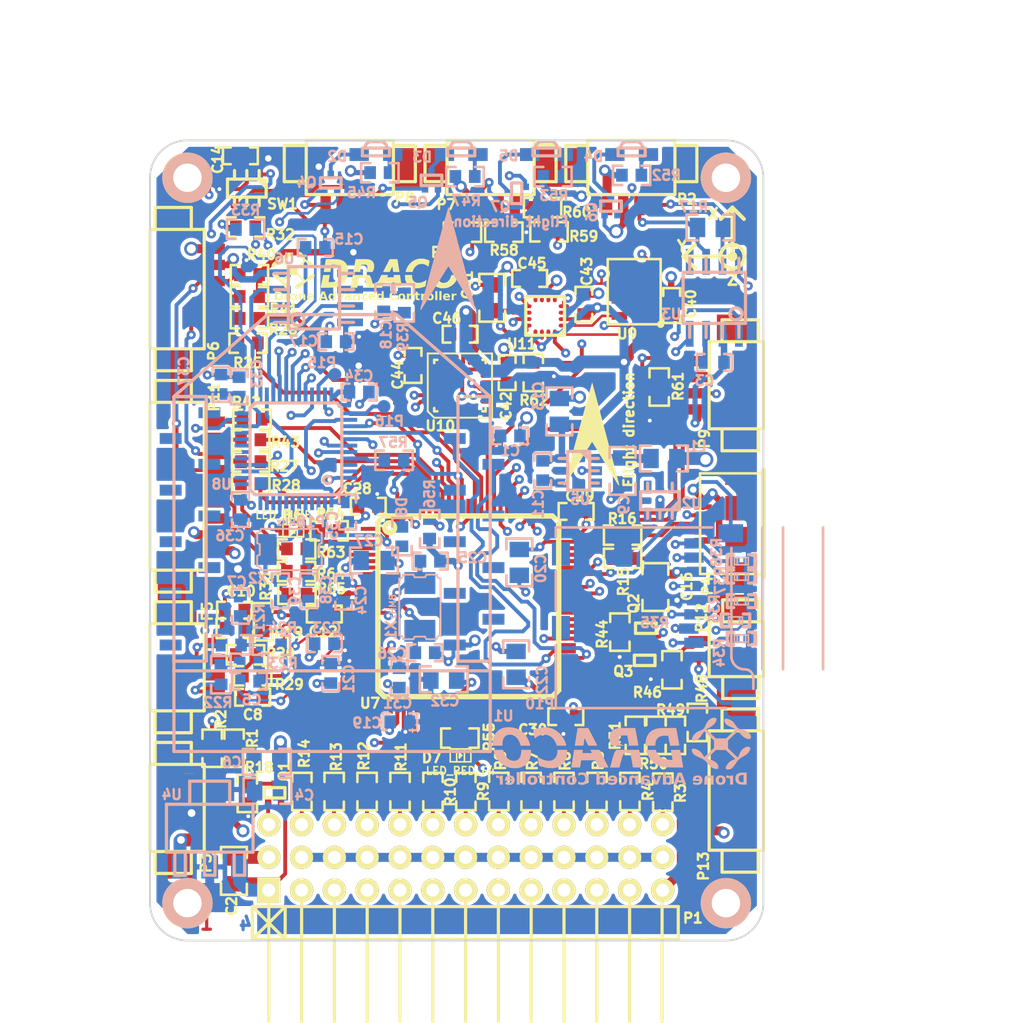
<source format=kicad_pcb>
(kicad_pcb (version 3) (host pcbnew "(2013-may-18)-stable")
  (layers (15 F.Cu signal) (2 Inner2.Cu signal hide) (1 Inner1.Cu power) (0 B.Cu mixed) (18 B.Paste user) (19 F.Paste user) (20 B.SilkS user) (21 F.SilkS user) (22 B.Mask user) (23 F.Mask user) (28 Edge.Cuts user))
  (net 0 "")
  (net 1 +3.3V)
  (net 2 +3.3VADC)
  (net 3 +5V)
  (net 4 AD0)
  (net 5 AD1)
  (net 6 AD2)
  (net 7 AD3)
  (net 8 CAN_RX)
  (net 9 CAN_TX)
  (net 10 EXTGPIO1)
  (net 11 EXTGPIO2)
  (net 12 EXTGPIO3)
  (net 13 EXTI2C_SCL)
  (net 14 EXTI2C_SDA)
  (net 15 EXTSPI_CS)
  (net 16 EXTSPI_MISO)
  (net 17 EXTSPI_MOSI)
  (net 18 EXTSPI_SCK)
  (net 19 EXTUART1_RX)
  (net 20 EXTUART1_TX)
  (net 21 EXTUART2_RX)
  (net 22 EXTUART2_TX)
  (net 23 F3_CS)
  (net 24 F3_INT)
  (net 25 F4_NRST)
  (net 26 F4_SWCLK)
  (net 27 F4_SWDIO)
  (net 28 GND)
  (net 29 GPS_RX)
  (net 30 GPS_TX)
  (net 31 HMC_CS)
  (net 32 LED_BLUE)
  (net 33 LED_GREEN)
  (net 34 LED_ORANGE)
  (net 35 LED_RED)
  (net 36 MPU_CS)
  (net 37 MPU_INT)
  (net 38 MS_CS)
  (net 39 N-000001)
  (net 40 N-00000110)
  (net 41 N-00000111)
  (net 42 N-00000114)
  (net 43 N-00000115)
  (net 44 N-00000117)
  (net 45 N-00000119)
  (net 46 N-00000120)
  (net 47 N-00000121)
  (net 48 N-00000128)
  (net 49 N-00000129)
  (net 50 N-00000131)
  (net 51 N-00000137)
  (net 52 N-00000145)
  (net 53 N-00000146)
  (net 54 N-00000147)
  (net 55 N-00000148)
  (net 56 N-00000149)
  (net 57 N-00000150)
  (net 58 N-00000151)
  (net 59 N-00000152)
  (net 60 N-00000153)
  (net 61 N-00000154)
  (net 62 N-00000155)
  (net 63 N-00000157)
  (net 64 N-00000158)
  (net 65 N-00000162)
  (net 66 N-00000163)
  (net 67 N-00000164)
  (net 68 N-00000165)
  (net 69 N-00000166)
  (net 70 N-00000168)
  (net 71 N-00000169)
  (net 72 N-00000170)
  (net 73 N-00000171)
  (net 74 N-00000172)
  (net 75 N-00000174)
  (net 76 N-00000175)
  (net 77 N-00000176)
  (net 78 N-00000177)
  (net 79 N-00000179)
  (net 80 N-00000180)
  (net 81 N-00000182)
  (net 82 N-00000183)
  (net 83 N-00000184)
  (net 84 N-00000185)
  (net 85 N-00000186)
  (net 86 N-000002)
  (net 87 N-00000203)
  (net 88 N-00000204)
  (net 89 N-00000205)
  (net 90 N-00000206)
  (net 91 N-00000207)
  (net 92 N-00000209)
  (net 93 N-00000210)
  (net 94 N-00000211)
  (net 95 N-00000212)
  (net 96 N-00000213)
  (net 97 N-00000214)
  (net 98 N-00000215)
  (net 99 N-00000216)
  (net 100 N-00000217)
  (net 101 N-00000218)
  (net 102 N-00000219)
  (net 103 N-00000220)
  (net 104 N-00000223)
  (net 105 N-00000224)
  (net 106 N-00000225)
  (net 107 N-00000226)
  (net 108 N-0000035)
  (net 109 N-000004)
  (net 110 N-0000058)
  (net 111 N-0000062)
  (net 112 N-000007)
  (net 113 N-0000074)
  (net 114 N-0000091)
  (net 115 OSD_CSYNC)
  (net 116 OSD_HSYNC)
  (net 117 OSD_MISO_MASK)
  (net 118 OSD_MOSI_VOUT)
  (net 119 OSD_PIXEL_CLOCK)
  (net 120 OSD_SYNCOUT)
  (net 121 OSD_VSYNC)
  (net 122 PWM1)
  (net 123 PWM10)
  (net 124 PWM11)
  (net 125 PWM12)
  (net 126 PWM2)
  (net 127 PWM3)
  (net 128 PWM4)
  (net 129 PWM5)
  (net 130 PWM6)
  (net 131 PWM7)
  (net 132 PWM8)
  (net 133 PWM9)
  (net 134 SBUS)
  (net 135 SDIO_CLK)
  (net 136 SDIO_CMD)
  (net 137 SDIO_D0)
  (net 138 SDIO_D1)
  (net 139 SDIO_D2)
  (net 140 SDIO_D3)
  (net 141 SON_ECHO)
  (net 142 SON_TRIG)
  (net 143 SPI_MISO)
  (net 144 SPI_MOSI)
  (net 145 SPI_SCK)
  (net 146 SPORT_RX)
  (net 147 SPORT_TX)
  (net 148 USBDM)
  (net 149 USBDP)
  (net 150 USBVB)
  (net 151 USB_ID)
  (net 152 XBEE_CTS)
  (net 153 XBEE_RX)
  (net 154 XBEE_TX)
  (module ARROW (layer B.Cu) (at 213.08 153.19)
    (fp_text reference G*** hide)
    (fp_text value ARROW hide)
  )
  (module ARROW (layer F.Cu) (at 224.21 166.79)
    (fp_text reference G*** hide)
    (fp_text value ARROW hide)
  )
  (module LOGOGO (layer F.Cu) (at 206.69 154.53)
    (fp_text reference G*** hide)
    (fp_text value LOGOGO hide)
  )
  (module LOGOGO (layer B.Cu) (at 226.52 191.36)
    (fp_text reference G*** hide)
    (fp_text value LOGOGO hide)
  )
  (module r_0603 (layer B.Cu) (at 209.7 156.6 270)
    (fp_text reference R39 (at 2.65 0.11 270) (layer B.SilkS) (effects (font (size 0.77 0.77) (thickness 0.19)) (justify mirror)))
    (fp_text value 681k hide)
    (pad 1 smd rect (at 0.75184 0 270) (size 0.89916 1.00076) (layers B.Cu B.Paste B.Mask) (net 28 GND))
    (pad 2 smd rect (at -0.75184 0 270) (size 0.89916 1.00076) (layers B.Cu B.Paste B.Mask) (net 90 N-00000206))
  )
  (module 1pin (layer F.Cu) (at 192.9 146.9)
    (fp_text reference P22 hide)
    (fp_text value CONN_1 hide)
    (pad "" np_thru_hole circle (at 0 0) (size 2.2 2.2) (drill 2.2) (layers *.Cu *.Mask F.SilkS))
  )
  (module 1pin (layer F.Cu) (at 192.9 203.1)
    (fp_text reference P19 hide)
    (fp_text value CONN_1 hide)
    (pad "" np_thru_hole circle (at 0 0) (size 2.2 2.2) (drill 2.2) (layers *.Cu *.Mask F.SilkS))
  )
  (module 1pin (layer F.Cu) (at 234.6 203.1)
    (fp_text reference P21 hide)
    (fp_text value CONN_1 hide)
    (pad "" np_thru_hole circle (at 0 0) (size 2.2 2.2) (drill 2.2) (layers *.Cu *.Mask F.SilkS))
  )
  (module 1pin (layer F.Cu) (at 234.6 146.9)
    (fp_text reference P20 hide)
    (fp_text value CONN_1 hide)
    (pad "" np_thru_hole circle (at 0 0) (size 2.2 2.2) (drill 2.2) (layers *.Cu *.Mask F.SilkS))
  )
  (module TQFP-100 (layer F.Cu) (at 214.65 180.1 270)
    (fp_text reference U7 (at 7.51 7.61 360) (layer F.SilkS) (effects (font (size 0.77 0.77) (thickness 0.19))))
    (fp_text value STM32F405VG hide)
    (pad 4 smd rect (at -4.50088 7.67588 270) (size 0.29972 1.30048) (layers F.Cu F.Paste F.Mask) (net 11 EXTGPIO2))
    (pad 5 smd rect (at -4.0005 7.67588 270) (size 0.29972 1.30048) (layers F.Cu F.Paste F.Mask) (net 10 EXTGPIO1))
    (pad 6 smd rect (at -3.50012 7.67588 270) (size 0.29972 1.30048) (layers F.Cu F.Paste F.Mask) (net 86 N-000002))
    (pad 7 smd rect (at -2.99974 7.67588 270) (size 0.29972 1.30048) (layers F.Cu F.Paste F.Mask))
    (pad 8 smd rect (at -2.49936 7.67588 270) (size 0.29972 1.30048) (layers F.Cu F.Paste F.Mask))
    (pad 1 smd rect (at -5.99948 7.67588 270) (size 0.29972 1.30048) (layers F.Cu F.Paste F.Mask) (net 24 F3_INT))
    (pad 2 smd rect (at -5.4991 7.67588 270) (size 0.29972 1.30048) (layers F.Cu F.Paste F.Mask) (net 108 N-0000035))
    (pad 3 smd rect (at -5.00126 7.67588 270) (size 0.29972 1.30048) (layers F.Cu F.Paste F.Mask) (net 12 EXTGPIO3))
    (pad 17 smd rect (at 1.99898 7.67588 270) (size 0.29972 1.30048) (layers F.Cu F.Paste F.Mask) (net 5 AD1))
    (pad 18 smd rect (at 2.49936 7.67588 270) (size 0.29972 1.30048) (layers F.Cu F.Paste F.Mask) (net 4 AD0))
    (pad 19 smd rect (at 2.99974 7.67588 270) (size 0.29972 1.30048) (layers F.Cu F.Paste F.Mask) (net 1 +3.3V))
    (pad 20 smd rect (at 3.50012 7.67588 270) (size 0.29972 1.30048) (layers F.Cu F.Paste F.Mask) (net 28 GND))
    (pad 21 smd rect (at 4.0005 7.67588 270) (size 0.29972 1.30048) (layers F.Cu F.Paste F.Mask) (net 1 +3.3V))
    (pad 22 smd rect (at 4.50088 7.67588 270) (size 0.29972 1.30048) (layers F.Cu F.Paste F.Mask) (net 1 +3.3V))
    (pad 23 smd rect (at 5.00126 7.67588 270) (size 0.29972 1.30048) (layers F.Cu F.Paste F.Mask) (net 141 SON_ECHO))
    (pad 24 smd rect (at 5.4991 7.67588 270) (size 0.29972 1.30048) (layers F.Cu F.Paste F.Mask) (net 134 SBUS))
    (pad 33 smd rect (at 7.67588 2.49936 270) (size 1.30048 0.29972) (layers F.Cu F.Paste F.Mask))
    (pad 34 smd rect (at 7.67588 1.99898 270) (size 1.30048 0.29972) (layers F.Cu F.Paste F.Mask))
    (pad 35 smd rect (at 7.67588 1.50114 270) (size 1.30048 0.29972) (layers F.Cu F.Paste F.Mask) (net 129 PWM5))
    (pad 36 smd rect (at 7.67588 1.00076 270) (size 1.30048 0.29972) (layers F.Cu F.Paste F.Mask) (net 130 PWM6))
    (pad 37 smd rect (at 7.67588 0.50038 270) (size 1.30048 0.29972) (layers F.Cu F.Paste F.Mask) (net 28 GND))
    (pad 38 smd rect (at 7.67588 0 270) (size 1.30048 0.29972) (layers F.Cu F.Paste F.Mask) (net 113 N-0000074))
    (pad 39 smd rect (at 7.67588 -0.50038 270) (size 1.30048 0.29972) (layers F.Cu F.Paste F.Mask))
    (pad 40 smd rect (at 7.67588 -1.00076 270) (size 1.30048 0.29972) (layers F.Cu F.Paste F.Mask) (net 131 PWM7))
    (pad 49 smd rect (at 7.67588 -5.4991 270) (size 1.30048 0.29972) (layers F.Cu F.Paste F.Mask) (net 39 N-000001))
    (pad 50 smd rect (at 7.67588 -5.99948 270) (size 1.30048 0.29972) (layers F.Cu F.Paste F.Mask) (net 1 +3.3V))
    (pad 51 smd rect (at 5.99948 -7.67588 270) (size 0.29972 1.30048) (layers F.Cu F.Paste F.Mask) (net 15 EXTSPI_CS))
    (pad 52 smd rect (at 5.4991 -7.67588 270) (size 0.29972 1.30048) (layers F.Cu F.Paste F.Mask) (net 18 EXTSPI_SCK))
    (pad 53 smd rect (at 5.00126 -7.67588 270) (size 0.29972 1.30048) (layers F.Cu F.Paste F.Mask) (net 16 EXTSPI_MISO))
    (pad 54 smd rect (at 4.50088 -7.67588 270) (size 0.29972 1.30048) (layers F.Cu F.Paste F.Mask) (net 17 EXTSPI_MOSI))
    (pad 55 smd rect (at 4.0005 -7.67588 270) (size 0.29972 1.30048) (layers F.Cu F.Paste F.Mask) (net 154 XBEE_TX))
    (pad 56 smd rect (at 3.50012 -7.67588 270) (size 0.29972 1.30048) (layers F.Cu F.Paste F.Mask) (net 153 XBEE_RX))
    (pad 9 smd rect (at -1.99898 7.67588 270) (size 0.29972 1.30048) (layers F.Cu F.Paste F.Mask))
    (pad 10 smd rect (at -1.50114 7.67588 270) (size 0.29972 1.30048) (layers F.Cu F.Paste F.Mask) (net 28 GND))
    (pad 11 smd rect (at -1.00076 7.67588 270) (size 0.29972 1.30048) (layers F.Cu F.Paste F.Mask) (net 1 +3.3V))
    (pad 25 smd rect (at 5.99948 7.67588 270) (size 0.29972 1.30048) (layers F.Cu F.Paste F.Mask) (net 122 PWM1))
    (pad 26 smd rect (at 7.67588 5.99948 270) (size 1.30048 0.29972) (layers F.Cu F.Paste F.Mask) (net 126 PWM2))
    (pad 27 smd rect (at 7.67588 5.4991 270) (size 1.30048 0.29972) (layers F.Cu F.Paste F.Mask) (net 28 GND))
    (pad 41 smd rect (at 7.67588 -1.50114 270) (size 1.30048 0.29972) (layers F.Cu F.Paste F.Mask))
    (pad 42 smd rect (at 7.67588 -1.99898 270) (size 1.30048 0.29972) (layers F.Cu F.Paste F.Mask) (net 132 PWM8))
    (pad 43 smd rect (at 7.67588 -2.49936 270) (size 1.30048 0.29972) (layers F.Cu F.Paste F.Mask))
    (pad 57 smd rect (at 2.99974 -7.67588 270) (size 0.29972 1.30048) (layers F.Cu F.Paste F.Mask))
    (pad 58 smd rect (at 2.49936 -7.67588 270) (size 0.29972 1.30048) (layers F.Cu F.Paste F.Mask) (net 152 XBEE_CTS))
    (pad 59 smd rect (at 1.99898 -7.67588 270) (size 0.29972 1.30048) (layers F.Cu F.Paste F.Mask))
    (pad 12 smd rect (at -0.50038 7.67588 270) (size 0.29972 1.30048) (layers F.Cu F.Paste F.Mask) (net 48 N-00000128))
    (pad 13 smd rect (at 0 7.67588 270) (size 0.29972 1.30048) (layers F.Cu F.Paste F.Mask) (net 49 N-00000129))
    (pad 14 smd rect (at 0.50038 7.67588 270) (size 0.29972 1.30048) (layers F.Cu F.Paste F.Mask) (net 25 F4_NRST))
    (pad 15 smd rect (at 1.00076 7.67588 270) (size 0.29972 1.30048) (layers F.Cu F.Paste F.Mask) (net 7 AD3))
    (pad 16 smd rect (at 1.50114 7.67588 270) (size 0.29972 1.30048) (layers F.Cu F.Paste F.Mask) (net 6 AD2))
    (pad 28 smd rect (at 7.67588 5.00126 270) (size 1.30048 0.29972) (layers F.Cu F.Paste F.Mask) (net 1 +3.3V))
    (pad 29 smd rect (at 7.67588 4.50088 270) (size 1.30048 0.29972) (layers F.Cu F.Paste F.Mask) (net 142 SON_TRIG))
    (pad 30 smd rect (at 7.67588 4.0005 270) (size 1.30048 0.29972) (layers F.Cu F.Paste F.Mask))
    (pad 31 smd rect (at 7.67588 3.50012 270) (size 1.30048 0.29972) (layers F.Cu F.Paste F.Mask) (net 127 PWM3))
    (pad 32 smd rect (at 7.67588 2.99974 270) (size 1.30048 0.29972) (layers F.Cu F.Paste F.Mask) (net 128 PWM4))
    (pad 44 smd rect (at 7.67588 -2.99974 270) (size 1.30048 0.29972) (layers F.Cu F.Paste F.Mask) (net 133 PWM9))
    (pad 45 smd rect (at 7.67588 -3.50012 270) (size 1.30048 0.29972) (layers F.Cu F.Paste F.Mask) (net 123 PWM10))
    (pad 46 smd rect (at 7.67588 -4.0005 270) (size 1.30048 0.29972) (layers F.Cu F.Paste F.Mask))
    (pad 47 smd rect (at 7.67588 -4.50088 270) (size 1.30048 0.29972) (layers F.Cu F.Paste F.Mask) (net 124 PWM11))
    (pad 48 smd rect (at 7.67588 -5.00126 270) (size 1.30048 0.29972) (layers F.Cu F.Paste F.Mask) (net 125 PWM12))
    (pad 60 smd rect (at 1.50114 -7.67588 270) (size 0.29972 1.30048) (layers F.Cu F.Paste F.Mask))
    (pad 61 smd rect (at 1.00076 -7.67588 270) (size 0.29972 1.30048) (layers F.Cu F.Paste F.Mask))
    (pad 62 smd rect (at 0.50038 -7.67588 270) (size 0.29972 1.30048) (layers F.Cu F.Paste F.Mask))
    (pad 63 smd rect (at 0 -7.67588 270) (size 0.29972 1.30048) (layers F.Cu F.Paste F.Mask) (net 147 SPORT_TX))
    (pad 64 smd rect (at -0.50038 -7.67588 270) (size 0.29972 1.30048) (layers F.Cu F.Paste F.Mask) (net 146 SPORT_RX))
    (pad 65 smd rect (at -1.00076 -7.67588 270) (size 0.29972 1.30048) (layers F.Cu F.Paste F.Mask) (net 137 SDIO_D0))
    (pad 66 smd rect (at -1.50114 -7.67588 270) (size 0.29972 1.30048) (layers F.Cu F.Paste F.Mask) (net 138 SDIO_D1))
    (pad 67 smd rect (at -1.99898 -7.67588 270) (size 0.29972 1.30048) (layers F.Cu F.Paste F.Mask))
    (pad 68 smd rect (at -2.49936 -7.67588 270) (size 0.29972 1.30048) (layers F.Cu F.Paste F.Mask) (net 150 USBVB))
    (pad 69 smd rect (at -2.99974 -7.67588 270) (size 0.29972 1.30048) (layers F.Cu F.Paste F.Mask) (net 151 USB_ID))
    (pad 70 smd rect (at -3.50012 -7.67588 270) (size 0.29972 1.30048) (layers F.Cu F.Paste F.Mask) (net 148 USBDM))
    (pad 71 smd rect (at -4.0005 -7.67588 270) (size 0.29972 1.30048) (layers F.Cu F.Paste F.Mask) (net 149 USBDP))
    (pad 72 smd rect (at -4.50088 -7.67588 270) (size 0.29972 1.30048) (layers F.Cu F.Paste F.Mask) (net 27 F4_SWDIO))
    (pad 73 smd rect (at -5.00126 -7.67588 270) (size 0.29972 1.30048) (layers F.Cu F.Paste F.Mask) (net 109 N-000004))
    (pad 74 smd rect (at -5.4991 -7.67588 270) (size 0.29972 1.30048) (layers F.Cu F.Paste F.Mask) (net 28 GND))
    (pad 75 smd rect (at -5.99948 -7.67588 270) (size 0.29972 1.30048) (layers F.Cu F.Paste F.Mask) (net 1 +3.3V))
    (pad 76 smd rect (at -7.67588 -5.99948 270) (size 1.30048 0.29972) (layers F.Cu F.Paste F.Mask) (net 26 F4_SWCLK))
    (pad 77 smd rect (at -7.67588 -5.4991 270) (size 1.30048 0.29972) (layers F.Cu F.Paste F.Mask))
    (pad 78 smd rect (at -7.67588 -5.00126 270) (size 1.30048 0.29972) (layers F.Cu F.Paste F.Mask) (net 139 SDIO_D2))
    (pad 79 smd rect (at -7.67588 -4.50088 270) (size 1.30048 0.29972) (layers F.Cu F.Paste F.Mask) (net 140 SDIO_D3))
    (pad 80 smd rect (at -7.67588 -4.0005 270) (size 1.30048 0.29972) (layers F.Cu F.Paste F.Mask) (net 135 SDIO_CLK))
    (pad 81 smd rect (at -7.67588 -3.50012 270) (size 1.30048 0.29972) (layers F.Cu F.Paste F.Mask) (net 8 CAN_RX))
    (pad 82 smd rect (at -7.67588 -2.99974 270) (size 1.30048 0.29972) (layers F.Cu F.Paste F.Mask) (net 9 CAN_TX))
    (pad 83 smd rect (at -7.67588 -2.49936 270) (size 1.30048 0.29972) (layers F.Cu F.Paste F.Mask) (net 136 SDIO_CMD))
    (pad 84 smd rect (at -7.67588 -1.99898 270) (size 1.30048 0.29972) (layers F.Cu F.Paste F.Mask) (net 38 MS_CS))
    (pad 85 smd rect (at -7.67588 -1.50114 270) (size 1.30048 0.29972) (layers F.Cu F.Paste F.Mask) (net 31 HMC_CS))
    (pad 86 smd rect (at -7.67588 -1.00076 270) (size 1.30048 0.29972) (layers F.Cu F.Paste F.Mask) (net 30 GPS_TX))
    (pad 87 smd rect (at -7.67588 -0.50038 270) (size 1.30048 0.29972) (layers F.Cu F.Paste F.Mask) (net 29 GPS_RX))
    (pad 88 smd rect (at -7.67588 0 270) (size 1.30048 0.29972) (layers F.Cu F.Paste F.Mask) (net 36 MPU_CS))
    (pad 89 smd rect (at -7.67588 0.50038 270) (size 1.30048 0.29972) (layers F.Cu F.Paste F.Mask) (net 145 SPI_SCK))
    (pad 90 smd rect (at -7.67588 1.00076 270) (size 1.30048 0.29972) (layers F.Cu F.Paste F.Mask) (net 143 SPI_MISO))
    (pad 91 smd rect (at -7.67588 1.50114 270) (size 1.30048 0.29972) (layers F.Cu F.Paste F.Mask) (net 144 SPI_MOSI))
    (pad 92 smd rect (at -7.67588 1.99898 270) (size 1.30048 0.29972) (layers F.Cu F.Paste F.Mask) (net 20 EXTUART1_TX))
    (pad 93 smd rect (at -7.67588 2.49936 270) (size 1.30048 0.29972) (layers F.Cu F.Paste F.Mask) (net 19 EXTUART1_RX))
    (pad 94 smd rect (at -7.67588 2.99974 270) (size 1.30048 0.29972) (layers F.Cu F.Paste F.Mask) (net 114 N-0000091))
    (pad 95 smd rect (at -7.67588 3.50012 270) (size 1.30048 0.29972) (layers F.Cu F.Paste F.Mask) (net 13 EXTI2C_SCL))
    (pad 96 smd rect (at -7.67588 4.0005 270) (size 1.30048 0.29972) (layers F.Cu F.Paste F.Mask) (net 14 EXTI2C_SDA))
    (pad 97 smd rect (at -7.67588 4.50088 270) (size 1.30048 0.29972) (layers F.Cu F.Paste F.Mask) (net 37 MPU_INT))
    (pad 98 smd rect (at -7.67588 5.00126 270) (size 1.30048 0.29972) (layers F.Cu F.Paste F.Mask) (net 23 F3_CS))
    (pad 99 smd rect (at -7.67588 5.4991 270) (size 1.30048 0.29972) (layers F.Cu F.Paste F.Mask) (net 28 GND))
    (pad 100 smd rect (at -7.67588 5.99948 270) (size 1.30048 0.29972) (layers F.Cu F.Paste F.Mask) (net 1 +3.3V))
  )
  (module pin_strip_13x3-90 (layer F.Cu) (at 214.4 200.85)
    (fp_text reference P1 (at 17.64 3.41) (layer F.SilkS) (effects (font (size 0.77 0.77) (thickness 0.19))))
    (fp_text value CONN_13X3 hide)
    (pad 39 thru_hole circle (at 15.3 -3.85) (size 1.8 1.8) (drill 1.00076) (layers *.Cu *.Mask F.SilkS) (net 52 N-00000145))
    (pad 38 thru_hole circle (at 15.3 -1.3) (size 1.8 1.8) (drill 1.00076) (layers *.Cu *.Mask F.SilkS) (net 3 +5V))
    (pad 37 thru_hole circle (at 15.3 1.25) (size 1.8 1.8) (drill 1.00076) (layers *.Cu *.Mask F.SilkS) (net 28 GND))
    (pad 1 thru_hole rect (at -15.2 1.2446) (size 1.8 1.99898) (drill 1.00076) (layers *.Cu *.Mask F.SilkS) (net 28 GND))
    (pad 2 thru_hole circle (at -15.2 -1.2954) (size 1.8 1.8) (drill 1.00076) (layers *.Cu *.Mask F.SilkS) (net 3 +5V))
    (pad 4 thru_hole circle (at -12.66 1.2446) (size 1.8 1.8) (drill 1.00076) (layers *.Cu *.Mask F.SilkS) (net 28 GND))
    (pad 5 thru_hole circle (at -12.66 -1.2954) (size 1.8 1.8) (drill 1.00076) (layers *.Cu *.Mask F.SilkS) (net 3 +5V))
    (pad 7 thru_hole circle (at -10.12 1.2446) (size 1.8 1.8) (drill 1.00076) (layers *.Cu *.Mask F.SilkS) (net 28 GND))
    (pad 8 thru_hole circle (at -10.12 -1.2954) (size 1.8 1.8) (drill 1.00076) (layers *.Cu *.Mask F.SilkS) (net 3 +5V))
    (pad 10 thru_hole circle (at -7.58 1.2446) (size 1.8 1.8) (drill 1.00076) (layers *.Cu *.Mask F.SilkS) (net 28 GND))
    (pad 11 thru_hole circle (at -7.58 -1.2954) (size 1.8 1.8) (drill 1.00076) (layers *.Cu *.Mask F.SilkS) (net 3 +5V))
    (pad 13 thru_hole circle (at -5.04 1.2446) (size 1.8 1.8) (drill 1.00076) (layers *.Cu *.Mask F.SilkS) (net 28 GND))
    (pad 14 thru_hole circle (at -5.04 -1.2954) (size 1.8 1.8) (drill 1.00076) (layers *.Cu *.Mask F.SilkS) (net 3 +5V))
    (pad 16 thru_hole circle (at -2.5 1.2446) (size 1.8 1.8) (drill 1.00076) (layers *.Cu *.Mask F.SilkS) (net 28 GND))
    (pad 17 thru_hole circle (at -2.5 -1.2954) (size 1.8 1.8) (drill 1.00076) (layers *.Cu *.Mask F.SilkS) (net 3 +5V))
    (pad 19 thru_hole circle (at 0.04 1.2446) (size 1.8 1.8) (drill 1.00076) (layers *.Cu *.Mask F.SilkS) (net 28 GND))
    (pad 20 thru_hole circle (at 0.04 -1.2954) (size 1.8 1.8) (drill 1.00076) (layers *.Cu *.Mask F.SilkS) (net 3 +5V))
    (pad 22 thru_hole circle (at 2.58 1.2446) (size 1.8 1.8) (drill 1.00076) (layers *.Cu *.Mask F.SilkS) (net 28 GND))
    (pad 23 thru_hole circle (at 2.58 -1.2954) (size 1.8 1.8) (drill 1.00076) (layers *.Cu *.Mask F.SilkS) (net 3 +5V))
    (pad 25 thru_hole circle (at 5.12 1.2446) (size 1.8 1.8) (drill 1.00076) (layers *.Cu *.Mask F.SilkS) (net 28 GND))
    (pad 26 thru_hole circle (at 5.12 -1.2954) (size 1.8 1.8) (drill 1.00076) (layers *.Cu *.Mask F.SilkS) (net 3 +5V))
    (pad 28 thru_hole circle (at 7.66 1.2446) (size 1.8 1.8) (drill 1.00076) (layers *.Cu *.Mask F.SilkS) (net 28 GND))
    (pad 29 thru_hole circle (at 7.66 -1.2954) (size 1.8 1.8) (drill 1.00076) (layers *.Cu *.Mask F.SilkS) (net 3 +5V))
    (pad 3 thru_hole circle (at -15.2 -3.8354) (size 1.8 1.8) (drill 1.00076) (layers *.Cu *.Mask F.SilkS) (net 53 N-00000146))
    (pad 6 thru_hole circle (at -12.66 -3.8354) (size 1.8 1.8) (drill 1.00076) (layers *.Cu *.Mask F.SilkS) (net 54 N-00000147))
    (pad 9 thru_hole circle (at -10.12 -3.8354) (size 1.8 1.8) (drill 1.00076) (layers *.Cu *.Mask F.SilkS) (net 55 N-00000148))
    (pad 12 thru_hole circle (at -7.58 -3.8354) (size 1.8 1.8) (drill 1.00076) (layers *.Cu *.Mask F.SilkS) (net 56 N-00000149))
    (pad 15 thru_hole circle (at -5.04 -3.8354) (size 1.8 1.8) (drill 1.00076) (layers *.Cu *.Mask F.SilkS) (net 57 N-00000150))
    (pad 18 thru_hole circle (at -2.5 -3.8354) (size 1.8 1.8) (drill 1.00076) (layers *.Cu *.Mask F.SilkS) (net 97 N-00000214))
    (pad 21 thru_hole circle (at 0.04 -3.8354) (size 1.8 1.8) (drill 1.00076) (layers *.Cu *.Mask F.SilkS) (net 96 N-00000213))
    (pad 24 thru_hole circle (at 2.58 -3.8354) (size 1.8 1.8) (drill 1.00076) (layers *.Cu *.Mask F.SilkS) (net 94 N-00000211))
    (pad 27 thru_hole circle (at 5.12 -3.8354) (size 1.8 1.8) (drill 1.00076) (layers *.Cu *.Mask F.SilkS) (net 95 N-00000212))
    (pad 30 thru_hole circle (at 7.66 -3.8354) (size 1.8 1.8) (drill 1.00076) (layers *.Cu *.Mask F.SilkS) (net 93 N-00000210))
    (pad 31 thru_hole circle (at 10.2 1.2446) (size 1.8 1.8) (drill 1.00076) (layers *.Cu *.Mask F.SilkS) (net 28 GND))
    (pad 32 thru_hole circle (at 10.2 -1.2954) (size 1.8 1.8) (drill 1.00076) (layers *.Cu *.Mask F.SilkS) (net 3 +5V))
    (pad 33 thru_hole circle (at 10.2 -3.8354) (size 1.8 1.8) (drill 1.00076) (layers *.Cu *.Mask F.SilkS) (net 92 N-00000209))
    (pad 34 thru_hole circle (at 12.74 1.2446) (size 1.8 1.8) (drill 1.00076) (layers *.Cu *.Mask F.SilkS) (net 28 GND))
    (pad 35 thru_hole circle (at 12.75 -1.3) (size 1.8 1.8) (drill 1.00076) (layers *.Cu *.Mask F.SilkS) (net 3 +5V))
    (pad 36 thru_hole circle (at 12.74 -3.8354) (size 1.8 1.8) (drill 1.00076) (layers *.Cu *.Mask F.SilkS) (net 58 N-00000151))
  )
  (module xbee-smt (layer B.Cu) (at 204.1 185.1 180)
    (fp_text reference U1 (at -13.27 -3.5 180) (layer B.SilkS) (effects (font (size 0.77 0.77) (thickness 0.19)) (justify mirror)))
    (fp_text value XBEE hide)
    (pad 1 smd rect (at -12.49934 19.99996 90) (size 0.84836 1.69926) (layers B.Cu B.Paste B.Mask) (net 1 +3.3V))
    (pad 2 smd rect (at -9.4996 17.99844 90) (size 0.84836 1.69926) (layers B.Cu B.Paste B.Mask) (net 153 XBEE_RX))
    (pad 3 smd rect (at -12.49934 15.99946 90) (size 0.84836 1.69926) (layers B.Cu B.Paste B.Mask) (net 154 XBEE_TX))
    (pad 4 smd rect (at -9.4996 13.99794 90) (size 0.84836 1.69926) (layers B.Cu B.Paste B.Mask))
    (pad 5 smd rect (at -12.49934 11.99896 90) (size 0.84836 1.69926) (layers B.Cu B.Paste B.Mask))
    (pad 6 smd rect (at -9.4996 9.99998 90) (size 0.84836 1.69926) (layers B.Cu B.Paste B.Mask))
    (pad 7 smd rect (at -12.49934 7.99846 90) (size 0.84836 1.69926) (layers B.Cu B.Paste B.Mask))
    (pad 8 smd rect (at -9.4996 5.99948 90) (size 0.84836 1.69926) (layers B.Cu B.Paste B.Mask))
    (pad 9 smd rect (at -12.49934 3.99796 90) (size 0.84836 1.69926) (layers B.Cu B.Paste B.Mask))
    (pad 10 smd rect (at -9.4996 1.99898 90) (size 0.84836 1.69926) (layers B.Cu B.Paste B.Mask) (net 28 GND))
    (pad 11 smd rect (at 12.49934 1.99898 90) (size 0.84836 1.69926) (layers B.Cu B.Paste B.Mask))
    (pad 12 smd rect (at 9.4996 3.99796 90) (size 0.84836 1.69926) (layers B.Cu B.Paste B.Mask) (net 152 XBEE_CTS))
    (pad 13 smd rect (at 12.49934 5.99948 90) (size 0.84836 1.69926) (layers B.Cu B.Paste B.Mask))
    (pad 14 smd rect (at 9.4996 7.99846 90) (size 0.84836 1.69926) (layers B.Cu B.Paste B.Mask))
    (pad 15 smd rect (at 12.49934 9.99998 90) (size 0.84836 1.69926) (layers B.Cu B.Paste B.Mask))
    (pad 16 smd rect (at 9.4996 11.99896 90) (size 0.84836 1.69926) (layers B.Cu B.Paste B.Mask))
    (pad 17 smd rect (at 12.49934 13.99794 90) (size 0.84836 1.69926) (layers B.Cu B.Paste B.Mask))
    (pad 18 smd rect (at 9.4996 15.99946 90) (size 0.84836 1.69926) (layers B.Cu B.Paste B.Mask))
    (pad 19 smd rect (at 12.49934 17.99844 90) (size 0.84836 1.69926) (layers B.Cu B.Paste B.Mask))
    (pad 20 smd rect (at 9.4996 19.99996 90) (size 0.84836 1.69926) (layers B.Cu B.Paste B.Mask))
  )
  (module tsot-5 (layer B.Cu) (at 223.2 169.6 270)
    (fp_text reference U5 (at 2.23 -0.12 360) (layer B.SilkS) (effects (font (size 0.77 0.77) (thickness 0.19)) (justify mirror)))
    (fp_text value LT1761-3.3 hide)
    (pad 1 smd rect (at -0.94996 -1.30048 270) (size 0.69088 1.00076) (layers B.Cu B.Paste B.Mask) (net 81 N-00000182))
    (pad 3 smd rect (at 0.94996 -1.30048 270) (size 0.69088 1.00076) (layers B.Cu B.Paste B.Mask))
    (pad 2 smd rect (at 0 -1.30048 270) (size 0.69088 1.00076) (layers B.Cu B.Paste B.Mask) (net 28 GND))
    (pad 4 smd rect (at 0.94996 1.30048 270) (size 0.69088 1.00076) (layers B.Cu B.Paste B.Mask) (net 74 N-00000172))
    (pad 5 smd rect (at -0.94996 1.30048 270) (size 0.69088 1.00076) (layers B.Cu B.Paste B.Mask) (net 2 +3.3VADC))
  )
  (module testpoint_pad (layer B.Cu) (at 204.32 162.14)
    (fp_text reference P15 (at -1.02 -0.91) (layer B.SilkS) (effects (font (size 0.77 0.77) (thickness 0.19)) (justify mirror)))
    (fp_text value CONN_1 hide)
    (pad 1 smd circle (at 0 0) (size 1 1) (layers B.Cu B.Paste B.Mask) (net 47 N-00000121))
  )
  (module testpoint_pad (layer B.Cu) (at 208.12 164.62)
    (fp_text reference P16 (at 0.42 1.14) (layer B.SilkS) (effects (font (size 0.77 0.77) (thickness 0.19)) (justify mirror)))
    (fp_text value CONN_1 hide)
    (pad 1 smd circle (at 0 0) (size 1 1) (layers B.Cu B.Paste B.Mask) (net 111 N-0000062))
  )
  (module stabil_sot223_1 (layer B.Cu) (at 194.6275 197.2945 180)
    (fp_text reference U4 (at 2.9375 2.6045 180) (layer B.SilkS) (effects (font (size 0.77 0.77) (thickness 0.19)) (justify mirror)))
    (fp_text value ADP3338AKCZ-3.3 hide)
    (pad GND smd rect (at -2.30124 -2.99974 180) (size 1.30048 1.80086) (layers B.Cu B.Paste B.Mask) (net 28 GND))
    (pad OUT smd rect (at 0 -2.99974 180) (size 1.30048 1.80086) (layers B.Cu B.Paste B.Mask) (net 1 +3.3V))
    (pad IN smd rect (at 2.30124 -2.99974 180) (size 1.30048 1.80086) (layers B.Cu B.Paste B.Mask) (net 3 +5V))
    (pad OUT smd rect (at 0 2.99974 180) (size 3.79984 1.80086) (layers B.Cu B.Paste B.Mask) (net 1 +3.3V))
  )
  (module sot23-6 (layer F.Cu) (at 197.5 147.7 180)
    (fp_text reference SW1 (at -2.76 -1.23 180) (layer F.SilkS) (effects (font (size 0.77 0.77) (thickness 0.19))))
    (fp_text value STG719 hide)
    (pad 1 smd rect (at -0.9525 1.05664 180) (size 0.59944 1.00076) (layers F.Cu F.Paste F.Mask) (net 117 OSD_MISO_MASK))
    (pad 3 smd rect (at 0.9525 1.05664 180) (size 0.59944 1.00076) (layers F.Cu F.Paste F.Mask) (net 28 GND))
    (pad 2 smd rect (at 0 1.05664 180) (size 0.59944 1.00076) (layers F.Cu F.Paste F.Mask) (net 1 +3.3V))
    (pad 4 smd rect (at 0.9525 -1.05664 180) (size 0.59944 1.00076) (layers F.Cu F.Paste F.Mask) (net 89 N-00000205))
    (pad 6 smd rect (at -0.9525 -1.05664 180) (size 0.59944 1.00076) (layers F.Cu F.Paste F.Mask) (net 88 N-00000204))
    (pad 5 smd rect (at 0 -1.05664 180) (size 0.59944 1.00076) (layers F.Cu F.Paste F.Mask) (net 91 N-00000207))
  )
  (module sot23-5 (layer B.Cu) (at 229.49 171.92 180)
    (fp_text reference U2 (at -2.46 -0.19 180) (layer B.SilkS) (effects (font (size 0.77 0.77) (thickness 0.19)) (justify mirror)))
    (fp_text value LTC4411 hide)
    (pad 1 smd rect (at -0.9525 -1.05664 180) (size 0.59944 1.00076) (layers B.Cu B.Paste B.Mask) (net 150 USBVB))
    (pad 3 smd rect (at 0.9525 -1.05664 180) (size 0.59944 1.00076) (layers B.Cu B.Paste B.Mask))
    (pad 2 smd rect (at 0 -1.05664 180) (size 0.59944 1.00076) (layers B.Cu B.Paste B.Mask) (net 28 GND))
    (pad 4 smd rect (at 0.9525 1.05664 180) (size 0.59944 1.00076) (layers B.Cu B.Paste B.Mask))
    (pad 5 smd rect (at -0.9525 1.05664 180) (size 0.59944 1.00076) (layers B.Cu B.Paste B.Mask) (net 3 +5V))
  )
  (module so-8 (layer B.Cu) (at 233.7 156.2 180)
    (fp_text reference U3 (at 3.33 -1.26 180) (layer B.SilkS) (effects (font (size 0.77 0.77) (thickness 0.19)) (justify mirror)))
    (fp_text value SN65HVD233 hide)
    (pad 1 smd rect (at -1.905 -2.794 180) (size 0.59944 1.99898) (layers B.Cu B.Paste B.Mask) (net 9 CAN_TX))
    (pad 2 smd rect (at -0.635 -2.794 180) (size 0.59944 1.99898) (layers B.Cu B.Paste B.Mask) (net 28 GND))
    (pad 3 smd rect (at 0.635 -2.794 180) (size 0.59944 1.99898) (layers B.Cu B.Paste B.Mask) (net 1 +3.3V))
    (pad 4 smd rect (at 1.905 -2.794 180) (size 0.59944 1.99898) (layers B.Cu B.Paste B.Mask) (net 8 CAN_RX))
    (pad 5 smd rect (at 1.905 2.794 180) (size 0.59944 1.99898) (layers B.Cu B.Paste B.Mask))
    (pad 6 smd rect (at 0.635 2.794 180) (size 0.59944 1.99898) (layers B.Cu B.Paste B.Mask) (net 85 N-00000186))
    (pad 7 smd rect (at -0.635 2.794 180) (size 0.59944 1.99898) (layers B.Cu B.Paste B.Mask) (net 84 N-00000185))
    (pad 8 smd rect (at -1.905 2.794 180) (size 0.59944 1.99898) (layers B.Cu B.Paste B.Mask) (net 28 GND))
  )
  (module so-8 (layer B.Cu) (at 202.7 156.2 90)
    (fp_text reference U6 (at 3.03 -2.29 180) (layer B.SilkS) (effects (font (size 0.77 0.77) (thickness 0.19)) (justify mirror)))
    (fp_text value EL1883 hide)
    (pad 1 smd rect (at -1.905 -2.794 90) (size 0.59944 1.99898) (layers B.Cu B.Paste B.Mask) (net 115 OSD_CSYNC))
    (pad 2 smd rect (at -0.635 -2.794 90) (size 0.59944 1.99898) (layers B.Cu B.Paste B.Mask) (net 87 N-00000203))
    (pad 3 smd rect (at 0.635 -2.794 90) (size 0.59944 1.99898) (layers B.Cu B.Paste B.Mask) (net 121 OSD_VSYNC))
    (pad 4 smd rect (at 1.905 -2.794 90) (size 0.59944 1.99898) (layers B.Cu B.Paste B.Mask) (net 28 GND))
    (pad 5 smd rect (at 1.905 2.794 90) (size 0.59944 1.99898) (layers B.Cu B.Paste B.Mask))
    (pad 6 smd rect (at 0.635 2.794 90) (size 0.59944 1.99898) (layers B.Cu B.Paste B.Mask) (net 90 N-00000206))
    (pad 7 smd rect (at -0.635 2.794 90) (size 0.59944 1.99898) (layers B.Cu B.Paste B.Mask) (net 116 OSD_HSYNC))
    (pad 8 smd rect (at -1.905 2.794 90) (size 0.59944 1.99898) (layers B.Cu B.Paste B.Mask) (net 1 +3.3V))
  )
  (module sc75 (layer F.Cu) (at 199.65 194.55)
    (fp_text reference Q1 (at 0.74 -1.67 90) (layer F.SilkS) (effects (font (size 0.77 0.77) (thickness 0.19))))
    (fp_text value PDTC114EE hide)
    (pad 1 smd rect (at -0.5 0.65) (size 0.5 0.6) (layers F.Cu F.Paste F.Mask) (net 53 N-00000146))
    (pad 2 smd rect (at 0.5 0.65) (size 0.5 0.6) (layers F.Cu F.Paste F.Mask) (net 28 GND))
    (pad 3 smd rect (at 0 -0.65) (size 0.5 0.6) (layers F.Cu F.Paste F.Mask) (net 134 SBUS))
  )
  (module sc75 (layer F.Cu) (at 228.31 184.29)
    (fp_text reference Q3 (at -1.65 0.85) (layer F.SilkS) (effects (font (size 0.77 0.77) (thickness 0.19))))
    (fp_text value PDTA114YE hide)
    (pad 1 smd rect (at -0.5 0.65) (size 0.5 0.6) (layers F.Cu F.Paste F.Mask) (net 147 SPORT_TX))
    (pad 2 smd rect (at 0.5 0.65) (size 0.5 0.6) (layers F.Cu F.Paste F.Mask) (net 1 +3.3V))
    (pad 3 smd rect (at 0 -0.65) (size 0.5 0.6) (layers F.Cu F.Paste F.Mask) (net 107 N-00000226))
  )
  (module sc75 (layer F.Cu) (at 228.4 181.8)
    (fp_text reference Q2 (at -0.94 -1.92 90) (layer F.SilkS) (effects (font (size 0.77 0.77) (thickness 0.19))))
    (fp_text value PDTC114EE hide)
    (pad 1 smd rect (at -0.5 0.65) (size 0.5 0.6) (layers F.Cu F.Paste F.Mask) (net 107 N-00000226))
    (pad 2 smd rect (at 0.5 0.65) (size 0.5 0.6) (layers F.Cu F.Paste F.Mask) (net 28 GND))
    (pad 3 smd rect (at 0 -0.65) (size 0.5 0.6) (layers F.Cu F.Paste F.Mask) (net 146 SPORT_RX))
  )
  (module r_0805 (layer B.Cu) (at 233.4 150.8 180)
    (fp_text reference R17 (at 1.3 1.64 180) (layer B.SilkS) (effects (font (size 0.77 0.77) (thickness 0.19)) (justify mirror)))
    (fp_text value 120R hide)
    (pad 1 smd rect (at 1.00076 0.0508 180) (size 1.19888 1.4986) (layers B.Cu B.Paste B.Mask) (net 85 N-00000186))
    (pad 2 smd rect (at -1.00076 0.0508 180) (size 1.19888 1.4986) (layers B.Cu B.Paste B.Mask) (net 84 N-00000185))
  )
  (module r_0805 (layer B.Cu) (at 229.8 168.6)
    (fp_text reference L1 (at 2.63 -0.89) (layer B.SilkS) (effects (font (size 0.77 0.77) (thickness 0.19)) (justify mirror)))
    (fp_text value 10uH hide)
    (pad 1 smd rect (at 1.00076 0.0508) (size 1.19888 1.4986) (layers B.Cu B.Paste B.Mask) (net 3 +5V))
    (pad 2 smd rect (at -1.00076 0.0508) (size 1.19888 1.4986) (layers B.Cu B.Paste B.Mask) (net 81 N-00000182))
  )
  (module r_0603 (layer F.Cu) (at 197.4 150.7 180)
    (fp_text reference R32 (at -2.68 -0.6 180) (layer F.SilkS) (effects (font (size 0.77 0.77) (thickness 0.19))))
    (fp_text value 220R hide)
    (pad 1 smd rect (at 0.75184 0 180) (size 0.89916 1.00076) (layers F.Cu F.Paste F.Mask) (net 89 N-00000205))
    (pad 2 smd rect (at -0.75184 0 180) (size 0.89916 1.00076) (layers F.Cu F.Paste F.Mask) (net 118 OSD_MOSI_VOUT))
  )
  (module r_0603 (layer B.Cu) (at 197.4 150.9 180)
    (fp_text reference R33 (at -0.01 1.49 180) (layer B.SilkS) (effects (font (size 0.77 0.77) (thickness 0.19)) (justify mirror)))
    (fp_text value 470R hide)
    (pad 1 smd rect (at 0.75184 0 180) (size 0.89916 1.00076) (layers B.Cu B.Paste B.Mask) (net 89 N-00000205))
    (pad 2 smd rect (at -0.75184 0 180) (size 0.89916 1.00076) (layers B.Cu B.Paste B.Mask) (net 120 OSD_SYNCOUT))
  )
  (module r_0603 (layer F.Cu) (at 220.9 151.1)
    (fp_text reference R59 (at 2.69 0.34) (layer F.SilkS) (effects (font (size 0.77 0.77) (thickness 0.19))))
    (fp_text value 4k7 hide)
    (pad 1 smd rect (at 0.75184 0) (size 0.89916 1.00076) (layers F.Cu F.Paste F.Mask) (net 22 EXTUART2_TX))
    (pad 2 smd rect (at -0.75184 0) (size 0.89916 1.00076) (layers F.Cu F.Paste F.Mask) (net 1 +3.3V))
  )
  (module r_0603 (layer F.Cu) (at 232.4 189.1 90)
    (fp_text reference R48 (at 2.63 0.35 90) (layer F.SilkS) (effects (font (size 0.77 0.77) (thickness 0.19))))
    (fp_text value 470R hide)
    (pad 1 smd rect (at 0.75184 0 90) (size 0.89916 1.00076) (layers F.Cu F.Paste F.Mask) (net 17 EXTSPI_MOSI))
    (pad 2 smd rect (at -0.75184 0 90) (size 0.89916 1.00076) (layers F.Cu F.Paste F.Mask) (net 100 N-00000217))
  )
  (module r_0603 (layer B.Cu) (at 221.2 146.8)
    (fp_text reference R53 (at 0.08 1.48) (layer B.SilkS) (effects (font (size 0.77 0.77) (thickness 0.19)) (justify mirror)))
    (fp_text value 220R hide)
    (pad 1 smd rect (at 0.75184 0) (size 0.89916 1.00076) (layers B.Cu B.Paste B.Mask) (net 102 N-00000219))
    (pad 2 smd rect (at -0.75184 0) (size 0.89916 1.00076) (layers B.Cu B.Paste B.Mask) (net 3 +5V))
  )
  (module r_0603 (layer B.Cu) (at 227.3 146.7)
    (fp_text reference R52 (at 2.69 0.01) (layer B.SilkS) (effects (font (size 0.77 0.77) (thickness 0.19)) (justify mirror)))
    (fp_text value 180R hide)
    (pad 1 smd rect (at 0.75184 0) (size 0.89916 1.00076) (layers B.Cu B.Paste B.Mask) (net 105 N-00000224))
    (pad 2 smd rect (at -0.75184 0) (size 0.89916 1.00076) (layers B.Cu B.Paste B.Mask) (net 3 +5V))
  )
  (module r_0603 (layer B.Cu) (at 214.4 146.8)
    (fp_text reference R47 (at 0.11 1.88) (layer B.SilkS) (effects (font (size 0.77 0.77) (thickness 0.19)) (justify mirror)))
    (fp_text value 330R hide)
    (pad 1 smd rect (at 0.75184 0) (size 0.89916 1.00076) (layers B.Cu B.Paste B.Mask) (net 106 N-00000225))
    (pad 2 smd rect (at -0.75184 0) (size 0.89916 1.00076) (layers B.Cu B.Paste B.Mask) (net 3 +5V))
  )
  (module r_0603 (layer B.Cu) (at 207.8 146.5)
    (fp_text reference R45 (at -1.42 1.55) (layer B.SilkS) (effects (font (size 0.77 0.77) (thickness 0.19)) (justify mirror)))
    (fp_text value 330R hide)
    (pad 1 smd rect (at 0.75184 0) (size 0.89916 1.00076) (layers B.Cu B.Paste B.Mask) (net 104 N-00000223))
    (pad 2 smd rect (at -0.75184 0) (size 0.89916 1.00076) (layers B.Cu B.Paste B.Mask) (net 3 +5V))
  )
  (module r_0603 (layer F.Cu) (at 197.8 170.6 180)
    (fp_text reference R28 (at -2.74 -0.14 180) (layer F.SilkS) (effects (font (size 0.77 0.77) (thickness 0.19))))
    (fp_text value 220R hide)
    (pad 1 smd rect (at 0.75184 0 180) (size 0.89916 1.00076) (layers F.Cu F.Paste F.Mask) (net 78 N-00000177))
    (pad 2 smd rect (at -0.75184 0 180) (size 0.89916 1.00076) (layers F.Cu F.Paste F.Mask) (net 14 EXTI2C_SDA))
  )
  (module r_0603 (layer F.Cu) (at 197.8 168.9 180)
    (fp_text reference R27 (at -2.6 -0.35 180) (layer F.SilkS) (effects (font (size 0.77 0.77) (thickness 0.19))))
    (fp_text value 220R hide)
    (pad 1 smd rect (at 0.75184 0 180) (size 0.89916 1.00076) (layers F.Cu F.Paste F.Mask) (net 77 N-00000176))
    (pad 2 smd rect (at -0.75184 0 180) (size 0.89916 1.00076) (layers F.Cu F.Paste F.Mask) (net 13 EXTI2C_SCL))
  )
  (module r_0603 (layer F.Cu) (at 197.7 157.8 180)
    (fp_text reference R26 (at -2.61 -0.84 180) (layer F.SilkS) (effects (font (size 0.77 0.77) (thickness 0.19))))
    (fp_text value 470R hide)
    (pad 1 smd rect (at 0.75184 0 180) (size 0.89916 1.00076) (layers F.Cu F.Paste F.Mask) (net 75 N-00000174))
    (pad 2 smd rect (at -0.75184 0 180) (size 0.89916 1.00076) (layers F.Cu F.Paste F.Mask) (net 30 GPS_TX))
  )
  (module r_0603 (layer F.Cu) (at 197.6 159.7 180)
    (fp_text reference R25 (at 0.03 -1.55 180) (layer F.SilkS) (effects (font (size 0.77 0.77) (thickness 0.19))))
    (fp_text value 470R hide)
    (pad 1 smd rect (at 0.75184 0 180) (size 0.89916 1.00076) (layers F.Cu F.Paste F.Mask) (net 73 N-00000171))
    (pad 2 smd rect (at -0.75184 0 180) (size 0.89916 1.00076) (layers F.Cu F.Paste F.Mask) (net 29 GPS_RX))
  )
  (module r_0603 (layer F.Cu) (at 226.4 182.1 90)
    (fp_text reference R44 (at -0.16 -1.38 90) (layer F.SilkS) (effects (font (size 0.77 0.77) (thickness 0.19))))
    (fp_text value 4k7 hide)
    (pad 1 smd rect (at 0.75184 0 90) (size 0.89916 1.00076) (layers F.Cu F.Paste F.Mask) (net 146 SPORT_RX))
    (pad 2 smd rect (at -0.75184 0 90) (size 0.89916 1.00076) (layers F.Cu F.Paste F.Mask) (net 1 +3.3V))
  )
  (module r_0603 (layer F.Cu) (at 201.75 194.45 270)
    (fp_text reference R14 (at -2.94 -0.2 270) (layer F.SilkS) (effects (font (size 0.77 0.77) (thickness 0.19))))
    (fp_text value 470R hide)
    (pad 1 smd rect (at 0.75184 0 270) (size 0.89916 1.00076) (layers F.Cu F.Paste F.Mask) (net 54 N-00000147))
    (pad 2 smd rect (at -0.75184 0 270) (size 0.89916 1.00076) (layers F.Cu F.Paste F.Mask) (net 122 PWM1))
  )
  (module r_0603 (layer F.Cu) (at 227.15 194.45 270)
    (fp_text reference R4 (at -0.02 -1.42 270) (layer F.SilkS) (effects (font (size 0.77 0.77) (thickness 0.19))))
    (fp_text value 470R hide)
    (pad 1 smd rect (at 0.75184 0 270) (size 0.89916 1.00076) (layers F.Cu F.Paste F.Mask) (net 58 N-00000151))
    (pad 2 smd rect (at -0.75184 0 270) (size 0.89916 1.00076) (layers F.Cu F.Paste F.Mask) (net 124 PWM11))
  )
  (module r_0603 (layer F.Cu) (at 224.6 194.45 270)
    (fp_text reference R5 (at -2.4 -0.11 270) (layer F.SilkS) (effects (font (size 0.77 0.77) (thickness 0.19))))
    (fp_text value 470R hide)
    (pad 1 smd rect (at 0.75184 0 270) (size 0.89916 1.00076) (layers F.Cu F.Paste F.Mask) (net 92 N-00000209))
    (pad 2 smd rect (at -0.75184 0 270) (size 0.89916 1.00076) (layers F.Cu F.Paste F.Mask) (net 123 PWM10))
  )
  (module r_0603 (layer F.Cu) (at 222.05 194.45 270)
    (fp_text reference R6 (at -2.36 -0.1 270) (layer F.SilkS) (effects (font (size 0.77 0.77) (thickness 0.19))))
    (fp_text value 470R hide)
    (pad 1 smd rect (at 0.75184 0 270) (size 0.89916 1.00076) (layers F.Cu F.Paste F.Mask) (net 93 N-00000210))
    (pad 2 smd rect (at -0.75184 0 270) (size 0.89916 1.00076) (layers F.Cu F.Paste F.Mask) (net 133 PWM9))
  )
  (module r_0603 (layer F.Cu) (at 217 194.45 270)
    (fp_text reference R8 (at -2.39 -0.15 270) (layer F.SilkS) (effects (font (size 0.77 0.77) (thickness 0.19))))
    (fp_text value 470R hide)
    (pad 1 smd rect (at 0.75184 0 270) (size 0.89916 1.00076) (layers F.Cu F.Paste F.Mask) (net 94 N-00000211))
    (pad 2 smd rect (at -0.75184 0 270) (size 0.89916 1.00076) (layers F.Cu F.Paste F.Mask) (net 131 PWM7))
  )
  (module r_0603 (layer F.Cu) (at 219.5 194.45 270)
    (fp_text reference R7 (at -2.38 -0.11 270) (layer F.SilkS) (effects (font (size 0.77 0.77) (thickness 0.19))))
    (fp_text value 470R hide)
    (pad 1 smd rect (at 0.75184 0 270) (size 0.89916 1.00076) (layers F.Cu F.Paste F.Mask) (net 95 N-00000212))
    (pad 2 smd rect (at -0.75184 0 270) (size 0.89916 1.00076) (layers F.Cu F.Paste F.Mask) (net 132 PWM8))
  )
  (module r_0603 (layer F.Cu) (at 214.45 194.45 270)
    (fp_text reference R9 (at -0.01 -1.36 270) (layer F.SilkS) (effects (font (size 0.77 0.77) (thickness 0.19))))
    (fp_text value 470R hide)
    (pad 1 smd rect (at 0.75184 0 270) (size 0.89916 1.00076) (layers F.Cu F.Paste F.Mask) (net 96 N-00000213))
    (pad 2 smd rect (at -0.75184 0 270) (size 0.89916 1.00076) (layers F.Cu F.Paste F.Mask) (net 130 PWM6))
  )
  (module r_0603 (layer F.Cu) (at 211.9 194.45 270)
    (fp_text reference R10 (at 0.04 -1.36 270) (layer F.SilkS) (effects (font (size 0.77 0.77) (thickness 0.19))))
    (fp_text value 470R hide)
    (pad 1 smd rect (at 0.75184 0 270) (size 0.89916 1.00076) (layers F.Cu F.Paste F.Mask) (net 97 N-00000214))
    (pad 2 smd rect (at -0.75184 0 270) (size 0.89916 1.00076) (layers F.Cu F.Paste F.Mask) (net 129 PWM5))
  )
  (module r_0603 (layer F.Cu) (at 209.35 194.45 270)
    (fp_text reference R11 (at -2.67 -0.09 270) (layer F.SilkS) (effects (font (size 0.77 0.77) (thickness 0.19))))
    (fp_text value 470R hide)
    (pad 1 smd rect (at 0.75184 0 270) (size 0.89916 1.00076) (layers F.Cu F.Paste F.Mask) (net 57 N-00000150))
    (pad 2 smd rect (at -0.75184 0 270) (size 0.89916 1.00076) (layers F.Cu F.Paste F.Mask) (net 128 PWM4))
  )
  (module r_0603 (layer F.Cu) (at 206.8 194.45 270)
    (fp_text reference R12 (at -2.75 0.24 270) (layer F.SilkS) (effects (font (size 0.77 0.77) (thickness 0.19))))
    (fp_text value 470R hide)
    (pad 1 smd rect (at 0.75184 0 270) (size 0.89916 1.00076) (layers F.Cu F.Paste F.Mask) (net 56 N-00000149))
    (pad 2 smd rect (at -0.75184 0 270) (size 0.89916 1.00076) (layers F.Cu F.Paste F.Mask) (net 127 PWM3))
  )
  (module r_0603 (layer F.Cu) (at 204.25 194.45 270)
    (fp_text reference R13 (at -2.68 -0.18 270) (layer F.SilkS) (effects (font (size 0.77 0.77) (thickness 0.19))))
    (fp_text value 470R hide)
    (pad 1 smd rect (at 0.75184 0 270) (size 0.89916 1.00076) (layers F.Cu F.Paste F.Mask) (net 55 N-00000148))
    (pad 2 smd rect (at -0.75184 0 270) (size 0.89916 1.00076) (layers F.Cu F.Paste F.Mask) (net 126 PWM2))
  )
  (module r_0603 (layer F.Cu) (at 217.4 151.1 180)
    (fp_text reference R58 (at -0.02 -1.42 180) (layer F.SilkS) (effects (font (size 0.77 0.77) (thickness 0.19))))
    (fp_text value 4k7 hide)
    (pad 1 smd rect (at 0.75184 0 180) (size 0.89916 1.00076) (layers F.Cu F.Paste F.Mask) (net 21 EXTUART2_RX))
    (pad 2 smd rect (at -0.75184 0 180) (size 0.89916 1.00076) (layers F.Cu F.Paste F.Mask) (net 1 +3.3V))
  )
  (module r_0603 (layer F.Cu) (at 197.8 167.2 180)
    (fp_text reference R43 (at -2.69 -0.2 180) (layer F.SilkS) (effects (font (size 0.77 0.77) (thickness 0.19))))
    (fp_text value 470R hide)
    (pad 1 smd rect (at 0.75184 0 180) (size 0.89916 1.00076) (layers F.Cu F.Paste F.Mask) (net 76 N-00000175))
    (pad 2 smd rect (at -0.75184 0 180) (size 0.89916 1.00076) (layers F.Cu F.Paste F.Mask) (net 19 EXTUART1_RX))
  )
  (module r_0603 (layer F.Cu) (at 197.9 165.6 180)
    (fp_text reference R42 (at 0.44 1.31 180) (layer F.SilkS) (effects (font (size 0.77 0.77) (thickness 0.19))))
    (fp_text value 470R hide)
    (pad 1 smd rect (at 0.75184 0 180) (size 0.89916 1.00076) (layers F.Cu F.Paste F.Mask) (net 72 N-00000170))
    (pad 2 smd rect (at -0.75184 0 180) (size 0.89916 1.00076) (layers F.Cu F.Paste F.Mask) (net 20 EXTUART1_TX))
  )
  (module r_0603 (layer F.Cu) (at 227.6 190.1 90)
    (fp_text reference R51 (at -0.02 -1.58 90) (layer F.SilkS) (effects (font (size 0.77 0.77) (thickness 0.19))))
    (fp_text value 470R hide)
    (pad 1 smd rect (at 0.75184 0 90) (size 0.89916 1.00076) (layers F.Cu F.Paste F.Mask) (net 15 EXTSPI_CS))
    (pad 2 smd rect (at -0.75184 0 90) (size 0.89916 1.00076) (layers F.Cu F.Paste F.Mask) (net 101 N-00000218))
  )
  (module r_0603 (layer F.Cu) (at 229.2 190.1 90)
    (fp_text reference R50 (at -2.2 -0.2 180) (layer F.SilkS) (effects (font (size 0.77 0.77) (thickness 0.19))))
    (fp_text value 470R hide)
    (pad 1 smd rect (at 0.75184 0 90) (size 0.89916 1.00076) (layers F.Cu F.Paste F.Mask) (net 18 EXTSPI_SCK))
    (pad 2 smd rect (at -0.75184 0 90) (size 0.89916 1.00076) (layers F.Cu F.Paste F.Mask) (net 98 N-00000215))
  )
  (module r_0603 (layer F.Cu) (at 230.7 190.1 90)
    (fp_text reference R49 (at 1.97 -0.39 180) (layer F.SilkS) (effects (font (size 0.77 0.77) (thickness 0.19))))
    (fp_text value 470R hide)
    (pad 1 smd rect (at 0.75184 0 90) (size 0.89916 1.00076) (layers F.Cu F.Paste F.Mask) (net 16 EXTSPI_MISO))
    (pad 2 smd rect (at -0.75184 0 90) (size 0.89916 1.00076) (layers F.Cu F.Paste F.Mask) (net 99 N-00000216))
  )
  (module r_0603 (layer F.Cu) (at 197.55 194.6 90)
    (fp_text reference R18 (at 2.02 0.91 180) (layer F.SilkS) (effects (font (size 0.77 0.77) (thickness 0.19))))
    (fp_text value 4k7 hide)
    (pad 1 smd rect (at 0.75184 0 90) (size 0.89916 1.00076) (layers F.Cu F.Paste F.Mask) (net 134 SBUS))
    (pad 2 smd rect (at -0.75184 0 90) (size 0.89916 1.00076) (layers F.Cu F.Paste F.Mask) (net 1 +3.3V))
  )
  (module r_0603 (layer F.Cu) (at 214.2 151.1 180)
    (fp_text reference R31 (at 1.32 -1.58 180) (layer F.SilkS) (effects (font (size 0.77 0.77) (thickness 0.19))))
    (fp_text value 220R hide)
    (pad 1 smd rect (at 0.75184 0 180) (size 0.89916 1.00076) (layers F.Cu F.Paste F.Mask) (net 64 N-00000158))
    (pad 2 smd rect (at -0.75184 0 180) (size 0.89916 1.00076) (layers F.Cu F.Paste F.Mask) (net 21 EXTUART2_RX))
  )
  (module r_0603 (layer F.Cu) (at 229.7 194.5 270)
    (fp_text reference R3 (at 0.08 -1.38 270) (layer F.SilkS) (effects (font (size 0.77 0.77) (thickness 0.19))))
    (fp_text value 470R hide)
    (pad 1 smd rect (at 0.75184 0 270) (size 0.89916 1.00076) (layers F.Cu F.Paste F.Mask) (net 52 N-00000145))
    (pad 2 smd rect (at -0.75184 0 270) (size 0.89916 1.00076) (layers F.Cu F.Paste F.Mask) (net 125 PWM12))
  )
  (module r_0603 (layer B.Cu) (at 196.3 183.1 180)
    (fp_text reference R21 (at -2.16 2.1 270) (layer B.SilkS) (effects (font (size 0.77 0.77) (thickness 0.19)) (justify mirror)))
    (fp_text value 39k hide)
    (pad 1 smd rect (at 0.75184 0 180) (size 0.89916 1.00076) (layers B.Cu B.Paste B.Mask) (net 70 N-00000168))
    (pad 2 smd rect (at -0.75184 0 180) (size 0.89916 1.00076) (layers B.Cu B.Paste B.Mask) (net 5 AD1))
  )
  (module r_0603 (layer F.Cu) (at 197.7 156.1 180)
    (fp_text reference R41 (at -2.67 -0.97 180) (layer F.SilkS) (effects (font (size 0.77 0.77) (thickness 0.19))))
    (fp_text value 4.7k hide)
    (pad 1 smd rect (at 0.75184 0 180) (size 0.89916 1.00076) (layers F.Cu F.Paste F.Mask) (net 77 N-00000176))
    (pad 2 smd rect (at -0.75184 0 180) (size 0.89916 1.00076) (layers F.Cu F.Paste F.Mask) (net 1 +3.3V))
  )
  (module r_0603 (layer F.Cu) (at 197.7 154.4 180)
    (fp_text reference R40 (at -0.93 1.55 180) (layer F.SilkS) (effects (font (size 0.77 0.77) (thickness 0.19))))
    (fp_text value 4.7k hide)
    (pad 1 smd rect (at 0.75184 0 180) (size 0.89916 1.00076) (layers F.Cu F.Paste F.Mask) (net 78 N-00000177))
    (pad 2 smd rect (at -0.75184 0 180) (size 0.89916 1.00076) (layers F.Cu F.Paste F.Mask) (net 1 +3.3V))
  )
  (module r_0603 (layer B.Cu) (at 211.65 174.1 90)
    (fp_text reference R56 (at 2.71 0.01 90) (layer B.SilkS) (effects (font (size 0.77 0.77) (thickness 0.19)) (justify mirror)))
    (fp_text value 39k hide)
    (pad 1 smd rect (at 0.75184 0 90) (size 0.89916 1.00076) (layers B.Cu B.Paste B.Mask) (net 114 N-0000091))
    (pad 2 smd rect (at -0.75184 0 90) (size 0.89916 1.00076) (layers B.Cu B.Paste B.Mask) (net 28 GND))
  )
  (module r_0603 (layer F.Cu) (at 230.41 185.02 270)
    (fp_text reference R46 (at 1.75 1.89 360) (layer F.SilkS) (effects (font (size 0.77 0.77) (thickness 0.19))))
    (fp_text value 470R hide)
    (pad 1 smd rect (at 0.75184 0 270) (size 0.89916 1.00076) (layers F.Cu F.Paste F.Mask) (net 107 N-00000226))
    (pad 2 smd rect (at -0.75184 0 270) (size 0.89916 1.00076) (layers F.Cu F.Paste F.Mask) (net 103 N-00000220))
  )
  (module r_0603 (layer F.Cu) (at 196.6 181.8 180)
    (fp_text reference R19 (at -4.13 -0.35 180) (layer F.SilkS) (effects (font (size 0.77 0.77) (thickness 0.19))))
    (fp_text value 39k hide)
    (pad 1 smd rect (at 0.75184 0 180) (size 0.89916 1.00076) (layers F.Cu F.Paste F.Mask) (net 69 N-00000166))
    (pad 2 smd rect (at -0.75184 0 180) (size 0.89916 1.00076) (layers F.Cu F.Paste F.Mask) (net 7 AD3))
  )
  (module r_0603 (layer F.Cu) (at 197.95 185.5)
    (fp_text reference R29 (at 2.83 0.66) (layer F.SilkS) (effects (font (size 0.77 0.77) (thickness 0.19))))
    (fp_text value 39k hide)
    (pad 1 smd rect (at 0.75184 0) (size 0.89916 1.00076) (layers F.Cu F.Paste F.Mask) (net 28 GND))
    (pad 2 smd rect (at -0.75184 0) (size 0.89916 1.00076) (layers F.Cu F.Paste F.Mask) (net 6 AD2))
  )
  (module r_0603 (layer F.Cu) (at 197.4 183.85 180)
    (fp_text reference R20 (at -2.71 0.09 180) (layer F.SilkS) (effects (font (size 0.77 0.77) (thickness 0.19))))
    (fp_text value 39k hide)
    (pad 1 smd rect (at 0.75184 0 180) (size 0.89916 1.00076) (layers F.Cu F.Paste F.Mask) (net 68 N-00000165))
    (pad 2 smd rect (at -0.75184 0 180) (size 0.89916 1.00076) (layers F.Cu F.Paste F.Mask) (net 6 AD2))
  )
  (module r_0603 (layer B.Cu) (at 208.9 168.8 180)
    (fp_text reference R57 (at 0.06 1.4 180) (layer B.SilkS) (effects (font (size 0.77 0.77) (thickness 0.19)) (justify mirror)))
    (fp_text value 39k hide)
    (pad 1 smd rect (at 0.75184 0 180) (size 0.89916 1.00076) (layers B.Cu B.Paste B.Mask) (net 112 N-000007))
    (pad 2 smd rect (at -0.75184 0 180) (size 0.89916 1.00076) (layers B.Cu B.Paste B.Mask) (net 28 GND))
  )
  (module r_0603 (layer B.Cu) (at 199.4 183.1)
    (fp_text reference R24 (at 0.87 -1.33) (layer B.SilkS) (effects (font (size 0.77 0.77) (thickness 0.19)) (justify mirror)))
    (fp_text value 39k hide)
    (pad 1 smd rect (at 0.75184 0) (size 0.89916 1.00076) (layers B.Cu B.Paste B.Mask) (net 28 GND))
    (pad 2 smd rect (at -0.75184 0) (size 0.89916 1.00076) (layers B.Cu B.Paste B.Mask) (net 5 AD1))
  )
  (module r_0603 (layer F.Cu) (at 198.75 181.3 90)
    (fp_text reference R30 (at 2.75 0.23 90) (layer F.SilkS) (effects (font (size 0.77 0.77) (thickness 0.19))))
    (fp_text value 39k hide)
    (pad 1 smd rect (at 0.75184 0 90) (size 0.89916 1.00076) (layers F.Cu F.Paste F.Mask) (net 28 GND))
    (pad 2 smd rect (at -0.75184 0 90) (size 0.89916 1.00076) (layers F.Cu F.Paste F.Mask) (net 7 AD3))
  )
  (module r_0603 (layer B.Cu) (at 197.7 184.5)
    (fp_text reference R23 (at 2.63 0.01) (layer B.SilkS) (effects (font (size 0.77 0.77) (thickness 0.19)) (justify mirror)))
    (fp_text value 12k hide)
    (pad 1 smd rect (at 0.75184 0) (size 0.89916 1.00076) (layers B.Cu B.Paste B.Mask) (net 28 GND))
    (pad 2 smd rect (at -0.75184 0) (size 0.89916 1.00076) (layers B.Cu B.Paste B.Mask) (net 4 AD0))
  )
  (module r_0603 (layer B.Cu) (at 195.5 185.4 270)
    (fp_text reference R22 (at 2.16 0.24 360) (layer B.SilkS) (effects (font (size 0.77 0.77) (thickness 0.19)) (justify mirror)))
    (fp_text value 82k hide)
    (pad 1 smd rect (at 0.75184 0 270) (size 0.89916 1.00076) (layers B.Cu B.Paste B.Mask) (net 71 N-00000169))
    (pad 2 smd rect (at -0.75184 0 270) (size 0.89916 1.00076) (layers B.Cu B.Paste B.Mask) (net 4 AD0))
  )
  (module r_0603 (layer F.Cu) (at 194.8 191.1 270)
    (fp_text reference R2 (at -2.26 -0.69 270) (layer F.SilkS) (effects (font (size 0.77 0.77) (thickness 0.19))))
    (fp_text value 470R hide)
    (pad 1 smd rect (at 0.75184 0 270) (size 0.89916 1.00076) (layers F.Cu F.Paste F.Mask) (net 82 N-00000183))
    (pad 2 smd rect (at -0.75184 0 270) (size 0.89916 1.00076) (layers F.Cu F.Paste F.Mask) (net 142 SON_TRIG))
  )
  (module r_0603 (layer F.Cu) (at 196.5 191.1 270)
    (fp_text reference R1 (at -0.77 -1.43 270) (layer F.SilkS) (effects (font (size 0.77 0.77) (thickness 0.19))))
    (fp_text value 470R hide)
    (pad 1 smd rect (at 0.75184 0 270) (size 0.89916 1.00076) (layers F.Cu F.Paste F.Mask) (net 83 N-00000184))
    (pad 2 smd rect (at -0.75184 0 270) (size 0.89916 1.00076) (layers F.Cu F.Paste F.Mask) (net 141 SON_ECHO))
  )
  (module r_0603 (layer F.Cu) (at 226.6 176.4)
    (fp_text reference R15 (at 0.06 1.79 90) (layer F.SilkS) (effects (font (size 0.77 0.77) (thickness 0.19))))
    (fp_text value 22R hide)
    (pad 1 smd rect (at 0.75184 0) (size 0.89916 1.00076) (layers F.Cu F.Paste F.Mask) (net 80 N-00000180))
    (pad 2 smd rect (at -0.75184 0) (size 0.89916 1.00076) (layers F.Cu F.Paste F.Mask) (net 148 USBDM))
  )
  (module r_0603 (layer F.Cu) (at 226.6 174.6)
    (fp_text reference R16 (at -0.03 -1.29) (layer F.SilkS) (effects (font (size 0.77 0.77) (thickness 0.19))))
    (fp_text value 22R hide)
    (pad 1 smd rect (at 0.75184 0) (size 0.89916 1.00076) (layers F.Cu F.Paste F.Mask) (net 79 N-00000179))
    (pad 2 smd rect (at -0.75184 0) (size 0.89916 1.00076) (layers F.Cu F.Paste F.Mask) (net 149 USBDP))
  )
  (module r_0603 (layer F.Cu) (at 203.87 174.24 180)
    (fp_text reference R54 (at -0.12 1.29 180) (layer F.SilkS) (effects (font (size 0.77 0.77) (thickness 0.19))))
    (fp_text value 100R hide)
    (pad 1 smd rect (at 0.75184 0 180) (size 0.89916 1.00076) (layers F.Cu F.Paste F.Mask) (net 44 N-00000117))
    (pad 2 smd rect (at -0.75184 0 180) (size 0.89916 1.00076) (layers F.Cu F.Paste F.Mask) (net 108 N-0000035))
  )
  (module r_0603 (layer F.Cu) (at 214 190.3 180)
    (fp_text reference R55 (at -2.26 0.08 270) (layer F.SilkS) (effects (font (size 0.77 0.77) (thickness 0.19))))
    (fp_text value 330R hide)
    (pad 1 smd rect (at 0.75184 0 180) (size 0.89916 1.00076) (layers F.Cu F.Paste F.Mask) (net 43 N-00000115))
    (pad 2 smd rect (at -0.75184 0 180) (size 0.89916 1.00076) (layers F.Cu F.Paste F.Mask) (net 113 N-0000074))
  )
  (module r_0603 (layer B.Cu) (at 209.5 174.7 90)
    (fp_text reference D8 (at 2.31 -0.01 90) (layer B.SilkS) (effects (font (size 0.77 0.77) (thickness 0.19)) (justify mirror)))
    (fp_text value CD0603-S01575 hide)
    (pad 1 smd rect (at 0.75184 0 90) (size 0.89916 1.00076) (layers B.Cu B.Paste B.Mask) (net 1 +3.3V))
    (pad 2 smd rect (at -0.75184 0 90) (size 0.89916 1.00076) (layers B.Cu B.Paste B.Mask) (net 86 N-000002))
  )
  (module picoblade_9-90 (layer F.Cu) (at 192.1 170.8 270)
    (fp_text reference P11 (at -6.91 -2.86 270) (layer F.SilkS) (effects (font (size 0.77 0.77) (thickness 0.19))))
    (fp_text value CONN_9 hide)
    (pad 1 smd rect (at -5 -2.9 270) (size 0.8 1.6) (layers F.Cu F.Paste F.Mask) (net 72 N-00000170))
    (pad 2 smd rect (at -3.75 -2.9 270) (size 0.8 1.6) (layers F.Cu F.Paste F.Mask) (net 76 N-00000175))
    (pad 3 smd rect (at -2.5 -2.9 270) (size 0.8 1.6) (layers F.Cu F.Paste F.Mask) (net 77 N-00000176))
    (pad 4 smd rect (at -1.25 -2.9 270) (size 0.8 1.6) (layers F.Cu F.Paste F.Mask) (net 78 N-00000177))
    (pad 5 smd rect (at 0 -2.9 270) (size 0.8 1.6) (layers F.Cu F.Paste F.Mask) (net 65 N-00000162))
    (pad 6 smd rect (at 1.25 -2.9 270) (size 0.8 1.6) (layers F.Cu F.Paste F.Mask) (net 66 N-00000163))
    (pad 7 smd rect (at 2.5 -2.9 270) (size 0.8 1.6) (layers F.Cu F.Paste F.Mask) (net 67 N-00000164))
    (pad 8 smd rect (at 3.75 -2.9 270) (size 0.8 1.6) (layers F.Cu F.Paste F.Mask) (net 28 GND))
    (pad 9 smd rect (at 5 -2.9 270) (size 0.8 1.6) (layers F.Cu F.Paste F.Mask) (net 3 +5V))
    (pad NC1 smd rect (at -7.55 0 270) (size 2.1 3) (layers F.Cu F.Paste F.Mask))
    (pad NC2 smd rect (at 7.55 0 270) (size 2.1 3) (layers F.Cu F.Paste F.Mask))
  )
  (module picoblade_6-90 (layer F.Cu) (at 192.1 155.5 270)
    (fp_text reference P6 (at 4.82 -2.82 270) (layer F.SilkS) (effects (font (size 0.77 0.77) (thickness 0.19))))
    (fp_text value CONN_6 hide)
    (pad NC1 smd rect (at -5.65 0 270) (size 2.1 3) (layers F.Cu F.Paste F.Mask))
    (pad NC2 smd rect (at 5.7 0 270) (size 2.1 3) (layers F.Cu F.Paste F.Mask))
    (pad 1 smd rect (at -3.1 -2.9 270) (size 0.8 1.6) (layers F.Cu F.Paste F.Mask) (net 3 +5V))
    (pad 2 smd rect (at -1.85 -2.9 270) (size 0.8 1.6) (layers F.Cu F.Paste F.Mask) (net 28 GND))
    (pad 3 smd rect (at -0.6 -2.9 270) (size 0.8 1.6) (layers F.Cu F.Paste F.Mask) (net 78 N-00000177))
    (pad 4 smd rect (at 0.65 -2.9 270) (size 0.8 1.6) (layers F.Cu F.Paste F.Mask) (net 77 N-00000176))
    (pad 5 smd rect (at 1.9 -2.9 270) (size 0.8 1.6) (layers F.Cu F.Paste F.Mask) (net 75 N-00000174))
    (pad 6 smd rect (at 3.15 -2.9 270) (size 0.8 1.6) (layers F.Cu F.Paste F.Mask) (net 73 N-00000171))
  )
  (module picoblade_6-90 (layer F.Cu) (at 235.4 194.4 90)
    (fp_text reference P13 (at -5.84 -2.54 90) (layer F.SilkS) (effects (font (size 0.77 0.77) (thickness 0.19))))
    (fp_text value CONN_6 hide)
    (pad NC1 smd rect (at -5.65 0 90) (size 2.1 3) (layers F.Cu F.Paste F.Mask))
    (pad NC2 smd rect (at 5.7 0 90) (size 2.1 3) (layers F.Cu F.Paste F.Mask))
    (pad 1 smd rect (at -3.1 -2.9 90) (size 0.8 1.6) (layers F.Cu F.Paste F.Mask) (net 3 +5V))
    (pad 2 smd rect (at -1.85 -2.9 90) (size 0.8 1.6) (layers F.Cu F.Paste F.Mask) (net 28 GND))
    (pad 3 smd rect (at -0.6 -2.9 90) (size 0.8 1.6) (layers F.Cu F.Paste F.Mask) (net 101 N-00000218))
    (pad 4 smd rect (at 0.65 -2.9 90) (size 0.8 1.6) (layers F.Cu F.Paste F.Mask) (net 98 N-00000215))
    (pad 5 smd rect (at 1.9 -2.9 90) (size 0.8 1.6) (layers F.Cu F.Paste F.Mask) (net 99 N-00000216))
    (pad 6 smd rect (at 3.15 -2.9 90) (size 0.8 1.6) (layers F.Cu F.Paste F.Mask) (net 100 N-00000217))
  )
  (module picoblade_4-90 (layer F.Cu) (at 235.4 163 90)
    (fp_text reference P9 (at -4.12 -2.46 90) (layer F.SilkS) (effects (font (size 0.77 0.77) (thickness 0.19))))
    (fp_text value CONN_4 hide)
    (pad NC1 smd rect (at -4.4 0 90) (size 2.1 3) (layers F.Cu F.Paste F.Mask))
    (pad NC2 smd rect (at 4.45 0 90) (size 2.1 3) (layers F.Cu F.Paste F.Mask))
    (pad 1 smd rect (at -1.85 -2.9 90) (size 0.8 1.6) (layers F.Cu F.Paste F.Mask) (net 28 GND))
    (pad 2 smd rect (at -0.6 -2.9 90) (size 0.8 1.6) (layers F.Cu F.Paste F.Mask) (net 25 F4_NRST))
    (pad 3 smd rect (at 0.65 -2.9 90) (size 0.8 1.6) (layers F.Cu F.Paste F.Mask) (net 27 F4_SWDIO))
    (pad 4 smd rect (at 1.9 -2.9 90) (size 0.8 1.6) (layers F.Cu F.Paste F.Mask) (net 26 F4_SWCLK))
  )
  (module picoblade_4-90 (layer F.Cu) (at 227.3 146.1 180)
    (fp_text reference P2 (at -4.27 -2.46 180) (layer F.SilkS) (effects (font (size 0.77 0.77) (thickness 0.19))))
    (fp_text value CONN_4 hide)
    (pad NC1 smd rect (at -4.4 0 180) (size 2.1 3) (layers F.Cu F.Paste F.Mask))
    (pad NC2 smd rect (at 4.45 0 180) (size 2.1 3) (layers F.Cu F.Paste F.Mask))
    (pad 1 smd rect (at -1.85 -2.9 180) (size 0.8 1.6) (layers F.Cu F.Paste F.Mask) (net 84 N-00000185))
    (pad 2 smd rect (at -0.6 -2.9 180) (size 0.8 1.6) (layers F.Cu F.Paste F.Mask) (net 85 N-00000186))
    (pad 3 smd rect (at 0.65 -2.9 180) (size 0.8 1.6) (layers F.Cu F.Paste F.Mask) (net 28 GND))
    (pad 4 smd rect (at 1.9 -2.9 180) (size 0.8 1.6) (layers F.Cu F.Paste F.Mask) (net 3 +5V))
  )
  (module picoblade_4-90 (layer F.Cu) (at 192.1 184.8 270)
    (fp_text reference P5 (at -4.31 -2.34 270) (layer F.SilkS) (effects (font (size 0.77 0.77) (thickness 0.19))))
    (fp_text value CONN_4 hide)
    (pad NC1 smd rect (at -4.4 0 270) (size 2.1 3) (layers F.Cu F.Paste F.Mask))
    (pad NC2 smd rect (at 4.45 0 270) (size 2.1 3) (layers F.Cu F.Paste F.Mask))
    (pad 1 smd rect (at -1.85 -2.9 270) (size 0.8 1.6) (layers F.Cu F.Paste F.Mask) (net 69 N-00000166))
    (pad 2 smd rect (at -0.6 -2.9 270) (size 0.8 1.6) (layers F.Cu F.Paste F.Mask) (net 68 N-00000165))
    (pad 3 smd rect (at 0.65 -2.9 270) (size 0.8 1.6) (layers F.Cu F.Paste F.Mask) (net 70 N-00000168))
    (pad 4 smd rect (at 1.9 -2.9 270) (size 0.8 1.6) (layers F.Cu F.Paste F.Mask) (net 71 N-00000169))
  )
  (module picoblade_4-90 (layer F.Cu) (at 192.1 195.7 270)
    (fp_text reference P3 (at 4.3 -2.24 270) (layer F.SilkS) (effects (font (size 0.77 0.77) (thickness 0.19))))
    (fp_text value CONN_4 hide)
    (pad NC1 smd rect (at -4.4 0 270) (size 2.1 3) (layers F.Cu F.Paste F.Mask))
    (pad NC2 smd rect (at 4.45 0 270) (size 2.1 3) (layers F.Cu F.Paste F.Mask))
    (pad 1 smd rect (at -1.85 -2.9 270) (size 0.8 1.6) (layers F.Cu F.Paste F.Mask) (net 83 N-00000184))
    (pad 2 smd rect (at -0.6 -2.9 270) (size 0.8 1.6) (layers F.Cu F.Paste F.Mask) (net 82 N-00000183))
    (pad 3 smd rect (at 0.65 -2.9 270) (size 0.8 1.6) (layers F.Cu F.Paste F.Mask) (net 28 GND))
    (pad 4 smd rect (at 1.9 -2.9 270) (size 0.8 1.6) (layers F.Cu F.Paste F.Mask) (net 3 +5V))
  )
  (module picoblade_4-90 (layer F.Cu) (at 216.4 146.1 180)
    (fp_text reference P7 (at 3.45 -2.87 180) (layer F.SilkS) (effects (font (size 0.77 0.77) (thickness 0.19))))
    (fp_text value CONN_4 hide)
    (pad NC1 smd rect (at -4.4 0 180) (size 2.1 3) (layers F.Cu F.Paste F.Mask))
    (pad NC2 smd rect (at 4.45 0 180) (size 2.1 3) (layers F.Cu F.Paste F.Mask))
    (pad 1 smd rect (at -1.85 -2.9 180) (size 0.8 1.6) (layers F.Cu F.Paste F.Mask) (net 63 N-00000157))
    (pad 2 smd rect (at -0.6 -2.9 180) (size 0.8 1.6) (layers F.Cu F.Paste F.Mask) (net 64 N-00000158))
    (pad 3 smd rect (at 0.65 -2.9 180) (size 0.8 1.6) (layers F.Cu F.Paste F.Mask) (net 28 GND))
    (pad 4 smd rect (at 1.9 -2.9 180) (size 0.8 1.6) (layers F.Cu F.Paste F.Mask) (net 3 +5V))
  )
  (module picoblade_4-90 (layer F.Cu) (at 205.5 146.1 180)
    (fp_text reference P8 (at -4.22 -2.33 180) (layer F.SilkS) (effects (font (size 0.77 0.77) (thickness 0.19))))
    (fp_text value CONN_4 hide)
    (pad NC1 smd rect (at -4.4 0 180) (size 2.1 3) (layers F.Cu F.Paste F.Mask))
    (pad NC2 smd rect (at 4.45 0 180) (size 2.1 3) (layers F.Cu F.Paste F.Mask))
    (pad 1 smd rect (at -1.85 -2.9 180) (size 0.8 1.6) (layers F.Cu F.Paste F.Mask) (net 28 GND))
    (pad 2 smd rect (at -0.6 -2.9 180) (size 0.8 1.6) (layers F.Cu F.Paste F.Mask) (net 91 N-00000207))
    (pad 3 smd rect (at 0.65 -2.9 180) (size 0.8 1.6) (layers F.Cu F.Paste F.Mask) (net 88 N-00000204))
    (pad 4 smd rect (at 1.9 -2.9 180) (size 0.8 1.6) (layers F.Cu F.Paste F.Mask) (net 28 GND))
  )
  (module picoblade_2-90 (layer F.Cu) (at 235.4 183.4 90)
    (fp_text reference P12 (at 2.41 -2.7 90) (layer F.SilkS) (effects (font (size 0.77 0.77) (thickness 0.19))))
    (fp_text value CONN_2 hide)
    (pad 1 smd rect (at -0.65 -2.9 90) (size 0.8 1.6) (layers F.Cu F.Paste F.Mask) (net 28 GND))
    (pad 2 smd rect (at 0.6 -2.9 90) (size 0.8 1.6) (layers F.Cu F.Paste F.Mask) (net 103 N-00000220))
    (pad NC1 smd rect (at -3.2 0 90) (size 2.1 3) (layers F.Cu F.Paste F.Mask))
    (pad NC2 smd rect (at 3.15 0 90) (size 2.1 3) (layers F.Cu F.Paste F.Mask))
  )
  (module MS5611 (layer F.Cu) (at 227.5 155.7 180)
    (fp_text reference U9 (at 0.56 -3.3 180) (layer F.SilkS) (effects (font (size 0.77 0.77) (thickness 0.19))))
    (fp_text value MS5611 hide)
    (pad 1 smd rect (at -1.14808 -1.89992 180) (size 1.19888 0.59944) (layers F.Cu F.Paste F.Mask) (net 2 +3.3VADC))
    (pad 2 smd rect (at -1.14808 -0.65024 180) (size 1.19888 0.59944) (layers F.Cu F.Paste F.Mask) (net 28 GND))
    (pad 3 smd rect (at -1.14808 0.59944 180) (size 1.19888 0.59944) (layers F.Cu F.Paste F.Mask) (net 28 GND))
    (pad 4 smd rect (at -1.14808 1.84912 180) (size 1.19888 0.59944) (layers F.Cu F.Paste F.Mask) (net 38 MS_CS))
    (pad 5 smd rect (at 1.15316 1.84912 180) (size 1.19888 0.59944) (layers F.Cu F.Paste F.Mask))
    (pad 6 smd rect (at 1.15316 0.59944 180) (size 1.19888 0.59944) (layers F.Cu F.Paste F.Mask) (net 143 SPI_MISO))
    (pad 7 smd rect (at 1.15316 -0.65024 180) (size 1.19888 0.59944) (layers F.Cu F.Paste F.Mask) (net 144 SPI_MOSI))
    (pad 8 smd rect (at 1.15316 -1.89992 180) (size 1.19888 0.59944) (layers F.Cu F.Paste F.Mask) (net 145 SPI_SCK))
  )
  (module MICRO-SD-SOCKET-PP (layer B.Cu) (at 221.4245 173.99 90)
    (fp_text reference P10 (at -13.67 -1.2345 180) (layer B.SilkS) (effects (font (size 0.77 0.77) (thickness 0.19)) (justify mirror)))
    (fp_text value MICROSD hide)
    (pad 1 smd rect (at -8.93826 10.69848 90) (size 0.79756 1.4986) (layers B.Cu B.Paste B.Mask) (net 139 SDIO_D2))
    (pad 2 smd rect (at -7.83844 10.2997 90) (size 0.79756 1.4986) (layers B.Cu B.Paste B.Mask) (net 140 SDIO_D3))
    (pad 3 smd rect (at -6.73862 10.69848 90) (size 0.79756 1.4986) (layers B.Cu B.Paste B.Mask) (net 136 SDIO_CMD))
    (pad 4 smd rect (at -5.6388 10.89914 90) (size 0.79756 1.4986) (layers B.Cu B.Paste B.Mask) (net 1 +3.3V))
    (pad 5 smd rect (at -4.53898 10.69848 90) (size 0.79756 1.4986) (layers B.Cu B.Paste B.Mask) (net 135 SDIO_CLK))
    (pad 6 smd rect (at -3.43916 10.89914 90) (size 0.79756 1.4986) (layers B.Cu B.Paste B.Mask) (net 28 GND))
    (pad 7 smd rect (at -2.33934 10.69848 90) (size 0.79756 1.4986) (layers B.Cu B.Paste B.Mask) (net 137 SDIO_D0))
    (pad 8 smd rect (at -1.23952 10.69848 90) (size 0.79756 1.4986) (layers B.Cu B.Paste B.Mask) (net 138 SDIO_D1))
    (pad CD1 smd rect (at -2.04978 0.39878 90) (size 1.79832 1.39954) (layers B.Cu B.Paste B.Mask))
    (pad CD2 smd rect (at -7.74954 0.39878 90) (size 1.79832 1.39954) (layers B.Cu B.Paste B.Mask))
    (pad GND smd rect (at -13.59916 14.54912 90) (size 1.39954 1.89992) (layers B.Cu B.Paste B.Mask) (net 28 GND))
    (pad GND smd rect (at -0.44958 13.54836 90) (size 1.39954 1.89992) (layers B.Cu B.Paste B.Mask) (net 28 GND))
  )
  (module lqfp48 (layer B.Cu) (at 201.3 167.9 180)
    (fp_text reference U8 (at 5.75 -2.74 180) (layer B.SilkS) (effects (font (size 0.77 0.77) (thickness 0.19)) (justify mirror)))
    (fp_text value STM32F303CC hide)
    (pad 4 smd rect (at -1.24968 -4.09956 180) (size 0.29972 1.30048) (layers B.Cu B.Paste B.Mask))
    (pad 5 smd rect (at -0.7493 -4.09956 180) (size 0.29972 1.30048) (layers B.Cu B.Paste B.Mask) (net 45 N-00000119))
    (pad 6 smd rect (at -0.24892 -4.09956 180) (size 0.29972 1.30048) (layers B.Cu B.Paste B.Mask) (net 46 N-00000120))
    (pad 7 smd rect (at 0.24892 -4.09956 180) (size 0.29972 1.30048) (layers B.Cu B.Paste B.Mask) (net 110 N-0000058))
    (pad 8 smd rect (at 0.7493 -4.09956 180) (size 0.29972 1.30048) (layers B.Cu B.Paste B.Mask) (net 28 GND))
    (pad 1 smd rect (at -2.75082 -4.09956 180) (size 0.29972 1.30048) (layers B.Cu B.Paste B.Mask) (net 1 +3.3V))
    (pad 2 smd rect (at -2.25044 -4.09956 180) (size 0.29972 1.30048) (layers B.Cu B.Paste B.Mask) (net 24 F3_INT))
    (pad 3 smd rect (at -1.75006 -4.09956 180) (size 0.29972 1.30048) (layers B.Cu B.Paste B.Mask))
    (pad 13 smd rect (at 4.09956 -2.75082 180) (size 1.30048 0.29972) (layers B.Cu B.Paste B.Mask))
    (pad 14 smd rect (at 4.09956 -2.25044 180) (size 1.30048 0.29972) (layers B.Cu B.Paste B.Mask))
    (pad 15 smd rect (at 4.09956 -1.75006 180) (size 1.30048 0.29972) (layers B.Cu B.Paste B.Mask) (net 119 OSD_PIXEL_CLOCK))
    (pad 16 smd rect (at 4.09956 -1.24968 180) (size 1.30048 0.29972) (layers B.Cu B.Paste B.Mask) (net 117 OSD_MISO_MASK))
    (pad 17 smd rect (at 4.09956 -0.7493 180) (size 1.30048 0.29972) (layers B.Cu B.Paste B.Mask))
    (pad 18 smd rect (at 4.09956 -0.24892 180) (size 1.30048 0.29972) (layers B.Cu B.Paste B.Mask))
    (pad 19 smd rect (at 4.09956 0.24892 180) (size 1.30048 0.29972) (layers B.Cu B.Paste B.Mask))
    (pad 20 smd rect (at 4.09956 0.7493 180) (size 1.30048 0.29972) (layers B.Cu B.Paste B.Mask))
    (pad 25 smd rect (at 2.75082 4.09956 180) (size 0.29972 1.30048) (layers B.Cu B.Paste B.Mask) (net 121 OSD_VSYNC))
    (pad 26 smd rect (at 2.25044 4.09956 180) (size 0.29972 1.30048) (layers B.Cu B.Paste B.Mask) (net 119 OSD_PIXEL_CLOCK))
    (pad 27 smd rect (at 1.75006 4.09956 180) (size 0.29972 1.30048) (layers B.Cu B.Paste B.Mask) (net 116 OSD_HSYNC))
    (pad 28 smd rect (at 1.24968 4.09956 180) (size 0.29972 1.30048) (layers B.Cu B.Paste B.Mask) (net 118 OSD_MOSI_VOUT))
    (pad 29 smd rect (at 0.7493 4.09956 180) (size 0.29972 1.30048) (layers B.Cu B.Paste B.Mask) (net 120 OSD_SYNCOUT))
    (pad 30 smd rect (at 0.24892 4.09956 180) (size 0.29972 1.30048) (layers B.Cu B.Paste B.Mask) (net 35 LED_RED))
    (pad 31 smd rect (at -0.24892 4.09956 180) (size 0.29972 1.30048) (layers B.Cu B.Paste B.Mask) (net 34 LED_ORANGE))
    (pad 32 smd rect (at -0.7493 4.09956 180) (size 0.29972 1.30048) (layers B.Cu B.Paste B.Mask) (net 33 LED_GREEN))
    (pad 37 smd rect (at -4.09956 2.75082 180) (size 1.30048 0.29972) (layers B.Cu B.Paste B.Mask) (net 111 N-0000062))
    (pad 38 smd rect (at -4.09956 2.25044 180) (size 1.30048 0.29972) (layers B.Cu B.Paste B.Mask) (net 23 F3_CS))
    (pad 39 smd rect (at -4.09956 1.75006 180) (size 1.30048 0.29972) (layers B.Cu B.Paste B.Mask) (net 145 SPI_SCK))
    (pad 40 smd rect (at -4.09956 1.24968 180) (size 1.30048 0.29972) (layers B.Cu B.Paste B.Mask) (net 143 SPI_MISO))
    (pad 41 smd rect (at -4.09956 0.7493 180) (size 1.30048 0.29972) (layers B.Cu B.Paste B.Mask) (net 144 SPI_MOSI))
    (pad 42 smd rect (at -4.09956 0.24892 180) (size 1.30048 0.29972) (layers B.Cu B.Paste B.Mask) (net 22 EXTUART2_TX))
    (pad 43 smd rect (at -4.09956 -0.24892 180) (size 1.30048 0.29972) (layers B.Cu B.Paste B.Mask) (net 21 EXTUART2_RX))
    (pad 44 smd rect (at -4.09956 -0.7493 180) (size 1.30048 0.29972) (layers B.Cu B.Paste B.Mask) (net 112 N-000007))
    (pad 9 smd rect (at 1.24968 -4.09956 180) (size 0.29972 1.30048) (layers B.Cu B.Paste B.Mask) (net 1 +3.3V))
    (pad 10 smd rect (at 1.75006 -4.09956 180) (size 0.29972 1.30048) (layers B.Cu B.Paste B.Mask))
    (pad 11 smd rect (at 2.25044 -4.09956 180) (size 0.29972 1.30048) (layers B.Cu B.Paste B.Mask))
    (pad 12 smd rect (at 2.75082 -4.09956 180) (size 0.29972 1.30048) (layers B.Cu B.Paste B.Mask))
    (pad 21 smd rect (at 4.09956 1.24968 180) (size 1.30048 0.29972) (layers B.Cu B.Paste B.Mask))
    (pad 22 smd rect (at 4.09956 1.75006 180) (size 1.30048 0.29972) (layers B.Cu B.Paste B.Mask) (net 115 OSD_CSYNC))
    (pad 23 smd rect (at 4.09956 2.25044 180) (size 1.30048 0.29972) (layers B.Cu B.Paste B.Mask) (net 28 GND))
    (pad 24 smd rect (at 4.09956 2.75082 180) (size 1.30048 0.29972) (layers B.Cu B.Paste B.Mask) (net 1 +3.3V))
    (pad 33 smd rect (at -1.24968 4.09956 180) (size 0.29972 1.30048) (layers B.Cu B.Paste B.Mask) (net 32 LED_BLUE))
    (pad 34 smd rect (at -1.75006 4.09956 180) (size 0.29972 1.30048) (layers B.Cu B.Paste B.Mask) (net 47 N-00000121))
    (pad 35 smd rect (at -2.25044 4.09956 180) (size 0.29972 1.30048) (layers B.Cu B.Paste B.Mask) (net 28 GND))
    (pad 36 smd rect (at -2.75082 4.09956 180) (size 0.29972 1.30048) (layers B.Cu B.Paste B.Mask) (net 1 +3.3V))
    (pad 45 smd rect (at -4.09956 -1.24968 180) (size 1.30048 0.29972) (layers B.Cu B.Paste B.Mask))
    (pad 46 smd rect (at -4.09956 -1.75006 180) (size 1.30048 0.29972) (layers B.Cu B.Paste B.Mask))
    (pad 47 smd rect (at -4.09956 -2.25044 180) (size 1.30048 0.29972) (layers B.Cu B.Paste B.Mask) (net 28 GND))
    (pad 48 smd rect (at -4.09956 -2.75082 180) (size 1.30048 0.29972) (layers B.Cu B.Paste B.Mask) (net 1 +3.3V))
  )
  (module lpcc-16 (layer F.Cu) (at 220.6 157.6 180)
    (fp_text reference U11 (at 1.81 -2.17 180) (layer F.SilkS) (effects (font (size 0.77 0.77) (thickness 0.19))))
    (fp_text value HMC5983 hide)
    (pad 1 smd oval (at -1.45 -0.75 180) (size 0.8001 0.3) (layers F.Cu F.Paste F.Mask) (net 145 SPI_SCK))
    (pad 2 smd oval (at -1.45 -0.25 180) (size 0.8001 0.3) (layers F.Cu F.Paste F.Mask) (net 2 +3.3VADC))
    (pad 3 smd oval (at -1.45 0.25 180) (size 0.8001 0.3) (layers F.Cu F.Paste F.Mask))
    (pad 4 smd oval (at -1.45 0.75 180) (size 0.8001 0.3) (layers F.Cu F.Paste F.Mask) (net 31 HMC_CS))
    (pad 5 smd oval (at -0.74968 1.44898 270) (size 0.8001 0.3) (layers F.Cu F.Paste F.Mask) (net 143 SPI_MISO))
    (pad 6 smd oval (at -0.2493 1.44898 270) (size 0.8001 0.3) (layers F.Cu F.Paste F.Mask) (net 28 GND))
    (pad 7 smd oval (at 0.25108 1.44898 270) (size 0.8001 0.3) (layers F.Cu F.Paste F.Mask))
    (pad 8 smd oval (at 0.74892 1.44898 270) (size 0.8001 0.3) (layers F.Cu F.Paste F.Mask) (net 41 N-00000111))
    (pad 9 smd oval (at 1.44898 0.74892) (size 0.8001 0.3) (layers F.Cu F.Paste F.Mask) (net 28 GND))
    (pad 10 smd oval (at 1.44898 0.25108) (size 0.8001 0.3) (layers F.Cu F.Paste F.Mask) (net 40 N-00000110))
    (pad 11 smd oval (at 1.44898 -0.2493) (size 0.8001 0.3) (layers F.Cu F.Paste F.Mask) (net 28 GND))
    (pad 12 smd oval (at 1.44898 -0.74968) (size 0.8001 0.3) (layers F.Cu F.Paste F.Mask) (net 42 N-00000114))
    (pad 13 smd oval (at 0.74892 -1.44898 90) (size 0.8001 0.3) (layers F.Cu F.Paste F.Mask) (net 2 +3.3VADC))
    (pad 14 smd oval (at 0.25108 -1.44898 90) (size 0.8001 0.3) (layers F.Cu F.Paste F.Mask))
    (pad 15 smd oval (at -0.2493 -1.44898 90) (size 0.8001 0.3) (layers F.Cu F.Paste F.Mask))
    (pad 16 smd oval (at -0.74968 -1.44898 90) (size 0.8001 0.3) (layers F.Cu F.Paste F.Mask) (net 144 SPI_MOSI))
  )
  (module led_2.1x0.6 (layer B.Cu) (at 207.5 145.1)
    (fp_text reference D2 (at -3 0.14) (layer B.SilkS) (effects (font (size 0.77 0.77) (thickness 0.19)) (justify mirror)))
    (fp_text value LED_RED hide)
    (pad 2 smd rect (at -1.3 0) (size 1.5 1) (layers B.Cu B.Paste B.Mask) (net 59 N-00000152))
    (pad 1 smd rect (at 1.3 0) (size 1.5 1) (layers B.Cu B.Paste B.Mask) (net 104 N-00000223))
  )
  (module led_2.1x0.6 (layer B.Cu) (at 214.1 145.1)
    (fp_text reference D3 (at -3.02 0.2) (layer B.SilkS) (effects (font (size 0.77 0.77) (thickness 0.19)) (justify mirror)))
    (fp_text value LED_ORANGE hide)
    (pad 2 smd rect (at -1.3 0) (size 1.5 1) (layers B.Cu B.Paste B.Mask) (net 60 N-00000153))
    (pad 1 smd rect (at 1.3 0) (size 1.5 1) (layers B.Cu B.Paste B.Mask) (net 106 N-00000225))
  )
  (module led_2.1x0.6 (layer B.Cu) (at 227.3 145.1)
    (fp_text reference D4 (at -2.96 0.15) (layer B.SilkS) (effects (font (size 0.77 0.77) (thickness 0.19)) (justify mirror)))
    (fp_text value LED_BLUE hide)
    (pad 2 smd rect (at -1.3 0) (size 1.5 1) (layers B.Cu B.Paste B.Mask) (net 61 N-00000154))
    (pad 1 smd rect (at 1.3 0) (size 1.5 1) (layers B.Cu B.Paste B.Mask) (net 105 N-00000224))
  )
  (module led_2.1x0.6 (layer B.Cu) (at 220.7 145.1)
    (fp_text reference D5 (at -2.93 0.1) (layer B.SilkS) (effects (font (size 0.77 0.77) (thickness 0.19)) (justify mirror)))
    (fp_text value LED_GREEN hide)
    (pad 2 smd rect (at -1.3 0) (size 1.5 1) (layers B.Cu B.Paste B.Mask) (net 62 N-00000155))
    (pad 1 smd rect (at 1.3 0) (size 1.5 1) (layers B.Cu B.Paste B.Mask) (net 102 N-00000219))
  )
  (module Led_0603 (layer F.Cu) (at 201.1 174.23 180)
    (fp_text reference D6 (at 0.04 1.18 180) (layer F.SilkS) (effects (font (size 0.77 0.77) (thickness 0.19))))
    (fp_text value LED_BLUE_F4 (at 0 1.19888 180) (layer F.SilkS) (effects (font (size 0.59944 0.59944) (thickness 0.11938))))
    (pad 1 smd rect (at -0.7493 0 180) (size 0.79756 0.79756) (layers F.Cu F.Paste F.Mask) (net 44 N-00000117))
    (pad 2 smd rect (at 0.7493 0 180) (size 0.79756 0.79756) (layers F.Cu F.Paste F.Mask) (net 28 GND))
  )
  (module Led_0603 (layer F.Cu) (at 214.05 191.65)
    (fp_text reference D7 (at -2.24 0.18) (layer F.SilkS) (effects (font (size 0.77 0.77) (thickness 0.19))))
    (fp_text value LED_RED_F4 (at 0 1.19888) (layer F.SilkS) (effects (font (size 0.59944 0.59944) (thickness 0.11938))))
    (pad 1 smd rect (at -0.7493 0) (size 0.79756 0.79756) (layers F.Cu F.Paste F.Mask) (net 43 N-00000115))
    (pad 2 smd rect (at 0.7493 0) (size 0.79756 0.79756) (layers F.Cu F.Paste F.Mask) (net 28 GND))
  )
  (module dandys_qfn24 (layer F.Cu) (at 214 163 90)
    (fp_text reference U10 (at -3.12 -1.52 180) (layer F.SilkS) (effects (font (size 0.77 0.77) (thickness 0.19))))
    (fp_text value MPU-6000 hide)
    (pad 1 smd oval (at -1.99898 -1.24968 90) (size 0.8001 0.3) (layers F.Cu F.Paste F.Mask))
    (pad 2 smd oval (at -1.99898 -0.7493 90) (size 0.8001 0.3) (layers F.Cu F.Paste F.Mask))
    (pad 3 smd oval (at -1.99898 -0.24892 90) (size 0.8001 0.3) (layers F.Cu F.Paste F.Mask))
    (pad 4 smd oval (at -1.99898 0.24892 90) (size 0.8001 0.3) (layers F.Cu F.Paste F.Mask))
    (pad 5 smd oval (at -1.99898 0.7493 90) (size 0.8001 0.3) (layers F.Cu F.Paste F.Mask))
    (pad 6 smd oval (at -1.99898 1.24968 90) (size 0.8001 0.3) (layers F.Cu F.Paste F.Mask))
    (pad 7 smd oval (at -1.24968 1.99898 180) (size 0.8001 0.3) (layers F.Cu F.Paste F.Mask))
    (pad 8 smd oval (at -0.7493 1.99898 180) (size 0.8001 0.3) (layers F.Cu F.Paste F.Mask) (net 36 MPU_CS))
    (pad 9 smd oval (at -0.24892 1.99898 180) (size 0.8001 0.3) (layers F.Cu F.Paste F.Mask) (net 143 SPI_MISO))
    (pad 10 smd oval (at 0.24892 1.99898 180) (size 0.8001 0.3) (layers F.Cu F.Paste F.Mask) (net 50 N-00000131))
    (pad 11 smd oval (at 0.7493 1.99898 180) (size 0.8001 0.3) (layers F.Cu F.Paste F.Mask))
    (pad 12 smd oval (at 1.24968 1.99898 180) (size 0.8001 0.3) (layers F.Cu F.Paste F.Mask) (net 37 MPU_INT))
    (pad 13 smd oval (at 1.99898 1.24968 270) (size 0.8001 0.3) (layers F.Cu F.Paste F.Mask) (net 2 +3.3VADC))
    (pad 14 smd oval (at 1.99898 0.7493 270) (size 0.8001 0.3) (layers F.Cu F.Paste F.Mask))
    (pad 15 smd oval (at 1.99898 0.24892 270) (size 0.8001 0.3) (layers F.Cu F.Paste F.Mask))
    (pad 16 smd oval (at 1.99898 -0.24892 270) (size 0.8001 0.3) (layers F.Cu F.Paste F.Mask))
    (pad 17 smd oval (at 1.99898 -0.7493 270) (size 0.8001 0.3) (layers F.Cu F.Paste F.Mask))
    (pad 18 smd oval (at 1.99898 -1.24968 270) (size 0.8001 0.3) (layers F.Cu F.Paste F.Mask) (net 28 GND))
    (pad 19 smd oval (at 1.24968 -1.99898) (size 0.8001 0.3) (layers F.Cu F.Paste F.Mask))
    (pad 20 smd oval (at 0.7493 -1.99898) (size 0.8001 0.3) (layers F.Cu F.Paste F.Mask) (net 51 N-00000137))
    (pad 21 smd oval (at 0.24892 -1.99898) (size 0.8001 0.3) (layers F.Cu F.Paste F.Mask))
    (pad 22 smd oval (at -0.24892 -1.99898) (size 0.8001 0.3) (layers F.Cu F.Paste F.Mask))
    (pad 23 smd oval (at -0.7493 -1.99898) (size 0.8001 0.3) (layers F.Cu F.Paste F.Mask) (net 145 SPI_SCK))
    (pad 24 smd oval (at -1.24968 -1.99898) (size 0.8001 0.3) (layers F.Cu F.Paste F.Mask) (net 144 SPI_MOSI))
  )
  (module crystal_smd_5x3.2mm (layer B.Cu) (at 210.9 180.15 90)
    (fp_text reference X1 (at -1.79 -2.23 90) (layer B.SilkS) (effects (font (size 0.77 0.77) (thickness 0.19)) (justify mirror)))
    (fp_text value 8MHz (at 0 -2.1 90) (layer B.SilkS) (effects (font (size 0.49784 0.49784) (thickness 0.09906)) (justify mirror)))
    (pad 1 smd rect (at -1.85 0 90) (size 1.7 2.4) (layers B.Cu B.Paste B.Mask) (net 49 N-00000129))
    (pad 2 smd rect (at 1.85 0 90) (size 1.7 2.4) (layers B.Cu B.Paste B.Mask) (net 48 N-00000128))
  )
  (module crystal_smd_5x3.2mm (layer B.Cu) (at 200.8 175.7)
    (fp_text reference X2 (at -2.47 2.23) (layer B.SilkS) (effects (font (size 0.77 0.77) (thickness 0.19)) (justify mirror)))
    (fp_text value 8MHz (at 0 -2.1) (layer B.SilkS) (effects (font (size 0.49784 0.49784) (thickness 0.09906)) (justify mirror)))
    (pad 1 smd rect (at -1.85 0) (size 1.7 2.4) (layers B.Cu B.Paste B.Mask) (net 46 N-00000120))
    (pad 2 smd rect (at 1.85 0) (size 1.7 2.4) (layers B.Cu B.Paste B.Mask) (net 45 N-00000119))
  )
  (module conn_usb_B_micro_smd-FCI (layer F.Cu) (at 235.5 173.7 90)
    (fp_text reference P4 (at -4.81 -2.33 90) (layer F.SilkS) (effects (font (size 0.77 0.77) (thickness 0.19))))
    (fp_text value MICROUSB hide)
    (pad "" smd rect (at -1.19888 0 90) (size 1.89738 1.89738) (layers F.Cu F.Paste F.Mask))
    (pad "" smd rect (at 1.19888 0 90) (size 1.89738 1.89738) (layers F.Cu F.Paste F.Mask))
    (pad "" smd rect (at 3.9497 0 90) (size 1.89738 1.89738) (layers F.Cu F.Paste F.Mask))
    (pad "" smd rect (at -3.9497 0 90) (size 1.89738 1.89738) (layers F.Cu F.Paste F.Mask))
    (pad 1 smd rect (at -1.30048 -2.67462 90) (size 0.39878 1.34874) (layers F.Cu F.Paste F.Mask) (net 150 USBVB))
    (pad 2 smd rect (at -0.6477 -2.67462 90) (size 0.39878 1.3462) (layers F.Cu F.Paste F.Mask) (net 80 N-00000180))
    (pad 3 smd rect (at 0 -2.67462 90) (size 0.39878 1.3462) (layers F.Cu F.Paste F.Mask) (net 79 N-00000179))
    (pad 4 smd rect (at 0.6477 -2.67462 90) (size 0.39878 1.3462) (layers F.Cu F.Paste F.Mask) (net 151 USB_ID))
    (pad 5 smd rect (at 1.30048 -2.67462 90) (size 0.39878 1.3462) (layers F.Cu F.Paste F.Mask) (net 28 GND))
  )
  (module c_0805 (layer B.Cu) (at 212.75 185.75 180)
    (fp_text reference C32 (at -0.08 -1.69 180) (layer B.SilkS) (effects (font (size 0.77 0.77) (thickness 0.19)) (justify mirror)))
    (fp_text value 4.7uF hide)
    (pad 1 smd rect (at 1.00076 0 180) (size 1.19888 1.4986) (layers B.Cu B.Paste B.Mask) (net 1 +3.3V))
    (pad 2 smd rect (at -1.00076 0 180) (size 1.20142 1.4986) (layers B.Cu B.Paste B.Mask) (net 28 GND))
  )
  (module c_0805 (layer B.Cu) (at 207.35 176.55)
    (fp_text reference C27 (at -0.39 -1.52) (layer B.SilkS) (effects (font (size 0.77 0.77) (thickness 0.19)) (justify mirror)))
    (fp_text value 10uF hide)
    (pad 1 smd rect (at 1.00076 0) (size 1.19888 1.4986) (layers B.Cu B.Paste B.Mask) (net 86 N-000002))
    (pad 2 smd rect (at -1.00076 0) (size 1.20142 1.4986) (layers B.Cu B.Paste B.Mask) (net 28 GND))
  )
  (module c_0805 (layer B.Cu) (at 221.7 165 270)
    (fp_text reference C13 (at -1.19 1.62 270) (layer B.SilkS) (effects (font (size 0.77 0.77) (thickness 0.19)) (justify mirror)))
    (fp_text value 10uF hide)
    (pad 1 smd rect (at 1.00076 0 270) (size 1.19888 1.4986) (layers B.Cu B.Paste B.Mask) (net 2 +3.3VADC))
    (pad 2 smd rect (at -1.00076 0 270) (size 1.20142 1.4986) (layers B.Cu B.Paste B.Mask) (net 28 GND))
  )
  (module c_0805 (layer B.Cu) (at 218.35 184.6 270)
    (fp_text reference C22 (at 1.2 -2.02 270) (layer B.SilkS) (effects (font (size 0.77 0.77) (thickness 0.19)) (justify mirror)))
    (fp_text value 2.2uF hide)
    (pad 1 smd rect (at 1.00076 0 270) (size 1.19888 1.4986) (layers B.Cu B.Paste B.Mask) (net 39 N-000001))
    (pad 2 smd rect (at -1.00076 0 270) (size 1.20142 1.4986) (layers B.Cu B.Paste B.Mask) (net 28 GND))
  )
  (module c_0805 (layer B.Cu) (at 218.6 176.7 90)
    (fp_text reference C20 (at -0.47 1.66 90) (layer B.SilkS) (effects (font (size 0.77 0.77) (thickness 0.19)) (justify mirror)))
    (fp_text value 2.2uF hide)
    (pad 1 smd rect (at 1.00076 0 90) (size 1.19888 1.4986) (layers B.Cu B.Paste B.Mask) (net 109 N-000004))
    (pad 2 smd rect (at -1.00076 0 90) (size 1.20142 1.4986) (layers B.Cu B.Paste B.Mask) (net 28 GND))
  )
  (module c_0805 (layer F.Cu) (at 196.5 200.6 90)
    (fp_text reference C2 (at -2.73 -0.17 90) (layer F.SilkS) (effects (font (size 0.77 0.77) (thickness 0.19))))
    (fp_text value 4.7uF hide)
    (pad 1 smd rect (at 1.00076 0 90) (size 1.19888 1.4986) (layers F.Cu F.Paste F.Mask) (net 3 +5V))
    (pad 2 smd rect (at -1.00076 0 90) (size 1.20142 1.4986) (layers F.Cu F.Paste F.Mask) (net 28 GND))
  )
  (module c_0805 (layer B.Cu) (at 199.1 194.4 180)
    (fp_text reference C4 (at -2.85 -0.34 180) (layer B.SilkS) (effects (font (size 0.77 0.77) (thickness 0.19)) (justify mirror)))
    (fp_text value 4.7uF hide)
    (pad 1 smd rect (at 1.00076 0 180) (size 1.19888 1.4986) (layers B.Cu B.Paste B.Mask) (net 1 +3.3V))
    (pad 2 smd rect (at -1.00076 0 180) (size 1.20142 1.4986) (layers B.Cu B.Paste B.Mask) (net 28 GND))
  )
  (module c_0805 (layer F.Cu) (at 216.5 156.2 270)
    (fp_text reference C41 (at -1.01 1.92 270) (layer F.SilkS) (effects (font (size 0.77 0.77) (thickness 0.19))))
    (fp_text value 4.7uF hide)
    (pad 1 smd rect (at 1.00076 0 270) (size 1.19888 1.4986) (layers F.Cu F.Paste F.Mask) (net 40 N-00000110))
    (pad 2 smd rect (at -1.00076 0 270) (size 1.20142 1.4986) (layers F.Cu F.Paste F.Mask) (net 28 GND))
  )
  (module c_0805 (layer B.Cu) (at 226.6 169.61 90)
    (fp_text reference C9 (at -2.62 0.11 90) (layer B.SilkS) (effects (font (size 0.77 0.77) (thickness 0.19)) (justify mirror)))
    (fp_text value 1uF hide)
    (pad 1 smd rect (at 1.00076 0 90) (size 1.19888 1.4986) (layers B.Cu B.Paste B.Mask) (net 81 N-00000182))
    (pad 2 smd rect (at -1.00076 0 90) (size 1.20142 1.4986) (layers B.Cu B.Paste B.Mask) (net 28 GND))
  )
  (module c_0805 (layer F.Cu) (at 229.14 178.61 270)
    (fp_text reference C16 (at -0.05 -2.44 270) (layer F.SilkS) (effects (font (size 0.77 0.77) (thickness 0.19))))
    (fp_text value 22uF hide)
    (pad 1 smd rect (at 1.00076 0 270) (size 1.19888 1.4986) (layers F.Cu F.Paste F.Mask) (net 1 +3.3V))
    (pad 2 smd rect (at -1.00076 0 270) (size 1.20142 1.4986) (layers F.Cu F.Paste F.Mask) (net 28 GND))
  )
  (module c_0805 (layer B.Cu) (at 199.05 192.15 180)
    (fp_text reference C6 (at 2.71 -0.03 180) (layer B.SilkS) (effects (font (size 0.77 0.77) (thickness 0.19)) (justify mirror)))
    (fp_text value 10uF hide)
    (pad 1 smd rect (at 1.00076 0 180) (size 1.19888 1.4986) (layers B.Cu B.Paste B.Mask) (net 1 +3.3V))
    (pad 2 smd rect (at -1.00076 0 180) (size 1.20142 1.4986) (layers B.Cu B.Paste B.Mask) (net 28 GND))
  )
  (module c_0603 (layer F.Cu) (at 217.66 161.99 270)
    (fp_text reference C42 (at 2.59 0.08 270) (layer F.SilkS) (effects (font (size 0.77 0.77) (thickness 0.19))))
    (fp_text value 100nF hide)
    (pad 1 smd rect (at 0.75184 0 270) (size 0.89916 1.00076) (layers F.Cu F.Paste F.Mask) (net 50 N-00000131))
    (pad 2 smd rect (at -0.75184 0 270) (size 0.89916 1.00076) (layers F.Cu F.Paste F.Mask) (net 28 GND))
  )
  (module c_0603 (layer B.Cu) (at 211.7 176.6 180)
    (fp_text reference C25 (at -3.29 0.26 180) (layer B.SilkS) (effects (font (size 0.77 0.77) (thickness 0.19)) (justify mirror)))
    (fp_text value 18pF hide)
    (pad 1 smd rect (at 0.75184 0 180) (size 0.89916 1.00076) (layers B.Cu B.Paste B.Mask) (net 48 N-00000128))
    (pad 2 smd rect (at -0.75184 0 180) (size 0.89916 1.00076) (layers B.Cu B.Paste B.Mask) (net 28 GND))
  )
  (module c_0603 (layer B.Cu) (at 211.3 183.7 180)
    (fp_text reference C26 (at 2.56 -0.06 180) (layer B.SilkS) (effects (font (size 0.77 0.77) (thickness 0.19)) (justify mirror)))
    (fp_text value 18pF hide)
    (pad 1 smd rect (at 0.75184 0 180) (size 0.89916 1.00076) (layers B.Cu B.Paste B.Mask) (net 49 N-00000129))
    (pad 2 smd rect (at -0.75184 0 180) (size 0.89916 1.00076) (layers B.Cu B.Paste B.Mask) (net 28 GND))
  )
  (module c_0603 (layer B.Cu) (at 202.3 178.9 90)
    (fp_text reference C38 (at 0.09 1.34 90) (layer B.SilkS) (effects (font (size 0.77 0.77) (thickness 0.19)) (justify mirror)))
    (fp_text value 18pF hide)
    (pad 1 smd rect (at 0.75184 0 90) (size 0.89916 1.00076) (layers B.Cu B.Paste B.Mask) (net 45 N-00000119))
    (pad 2 smd rect (at -0.75184 0 90) (size 0.89916 1.00076) (layers B.Cu B.Paste B.Mask) (net 28 GND))
  )
  (module c_0603 (layer B.Cu) (at 200.1 178.9 90)
    (fp_text reference C39 (at 0 1.15 90) (layer B.SilkS) (effects (font (size 0.77 0.77) (thickness 0.19)) (justify mirror)))
    (fp_text value 18pF hide)
    (pad 1 smd rect (at 0.75184 0 90) (size 0.89916 1.00076) (layers B.Cu B.Paste B.Mask) (net 46 N-00000120))
    (pad 2 smd rect (at -0.75184 0 90) (size 0.89916 1.00076) (layers B.Cu B.Paste B.Mask) (net 28 GND))
  )
  (module c_0603 (layer B.Cu) (at 197.7 185.9)
    (fp_text reference C5 (at 0.18 1.45) (layer B.SilkS) (effects (font (size 0.77 0.77) (thickness 0.19)) (justify mirror)))
    (fp_text value 100nF hide)
    (pad 1 smd rect (at 0.75184 0) (size 0.89916 1.00076) (layers B.Cu B.Paste B.Mask) (net 28 GND))
    (pad 2 smd rect (at -0.75184 0) (size 0.89916 1.00076) (layers B.Cu B.Paste B.Mask) (net 4 AD0))
  )
  (module c_0603 (layer B.Cu) (at 233.7 161.2 180)
    (fp_text reference C3 (at 0.75 -1.42 180) (layer B.SilkS) (effects (font (size 0.77 0.77) (thickness 0.19)) (justify mirror)))
    (fp_text value 100nF hide)
    (pad 1 smd rect (at 0.75184 0 180) (size 0.89916 1.00076) (layers B.Cu B.Paste B.Mask) (net 1 +3.3V))
    (pad 2 smd rect (at -0.75184 0 180) (size 0.89916 1.00076) (layers B.Cu B.Paste B.Mask) (net 28 GND))
  )
  (module c_0603 (layer F.Cu) (at 219.4 154.7)
    (fp_text reference C45 (at 0.18 -1.17) (layer F.SilkS) (effects (font (size 0.77 0.77) (thickness 0.19))))
    (fp_text value 220nF hide)
    (pad 1 smd rect (at 0.75184 0) (size 0.89916 1.00076) (layers F.Cu F.Paste F.Mask) (net 41 N-00000111))
    (pad 2 smd rect (at -0.75184 0) (size 0.89916 1.00076) (layers F.Cu F.Paste F.Mask) (net 42 N-00000114))
  )
  (module c_0603 (layer F.Cu) (at 230.4 156.8 270)
    (fp_text reference C40 (at -0.13 -1.48 270) (layer F.SilkS) (effects (font (size 0.77 0.77) (thickness 0.19))))
    (fp_text value 100nF hide)
    (pad 1 smd rect (at 0.75184 0 270) (size 0.89916 1.00076) (layers F.Cu F.Paste F.Mask) (net 2 +3.3VADC))
    (pad 2 smd rect (at -0.75184 0 270) (size 0.89916 1.00076) (layers F.Cu F.Paste F.Mask) (net 28 GND))
  )
  (module c_0603 (layer F.Cu) (at 196.55 180.4 180)
    (fp_text reference C10 (at -0.51 1.48 180) (layer F.SilkS) (effects (font (size 0.77 0.77) (thickness 0.19))))
    (fp_text value 100nF hide)
    (pad 1 smd rect (at 0.75184 0 180) (size 0.89916 1.00076) (layers F.Cu F.Paste F.Mask) (net 28 GND))
    (pad 2 smd rect (at -0.75184 0 180) (size 0.89916 1.00076) (layers F.Cu F.Paste F.Mask) (net 7 AD3))
  )
  (module c_0603 (layer F.Cu) (at 210.37 161.44 270)
    (fp_text reference C44 (at 0.74 1.18 270) (layer F.SilkS) (effects (font (size 0.77 0.77) (thickness 0.19))))
    (fp_text value 2.2nF/50V hide)
    (pad 1 smd rect (at 0.75184 0 270) (size 0.89916 1.00076) (layers F.Cu F.Paste F.Mask) (net 51 N-00000137))
    (pad 2 smd rect (at -0.75184 0 270) (size 0.89916 1.00076) (layers F.Cu F.Paste F.Mask) (net 28 GND))
  )
  (module c_0603 (layer F.Cu) (at 214.02 159.02)
    (fp_text reference C46 (at -1.04 -1.23) (layer F.SilkS) (effects (font (size 0.77 0.77) (thickness 0.19))))
    (fp_text value 100nF hide)
    (pad 1 smd rect (at 0.75184 0) (size 0.89916 1.00076) (layers F.Cu F.Paste F.Mask) (net 2 +3.3VADC))
    (pad 2 smd rect (at -0.75184 0) (size 0.89916 1.00076) (layers F.Cu F.Paste F.Mask) (net 28 GND))
  )
  (module c_0603 (layer B.Cu) (at 217.9 166.9)
    (fp_text reference C1 (at 0 1.15) (layer B.SilkS) (effects (font (size 0.77 0.77) (thickness 0.19)) (justify mirror)))
    (fp_text value 100nF hide)
    (pad 1 smd rect (at 0.75184 0) (size 0.89916 1.00076) (layers B.Cu B.Paste B.Mask) (net 28 GND))
    (pad 2 smd rect (at -0.75184 0) (size 0.89916 1.00076) (layers B.Cu B.Paste B.Mask) (net 1 +3.3V))
  )
  (module c_0603 (layer F.Cu) (at 223.6 156.7 270)
    (fp_text reference C43 (at -2.55 -0.23 270) (layer F.SilkS) (effects (font (size 0.77 0.77) (thickness 0.19))))
    (fp_text value 100nF hide)
    (pad 1 smd rect (at 0.75184 0 270) (size 0.89916 1.00076) (layers F.Cu F.Paste F.Mask) (net 2 +3.3VADC))
    (pad 2 smd rect (at -0.75184 0 270) (size 0.89916 1.00076) (layers F.Cu F.Paste F.Mask) (net 28 GND))
  )
  (module c_0603 (layer F.Cu) (at 222.2 188.65 180)
    (fp_text reference C30 (at 2.56 -1.01 180) (layer F.SilkS) (effects (font (size 0.77 0.77) (thickness 0.19))))
    (fp_text value 100nF hide)
    (pad 1 smd rect (at 0.75184 0 180) (size 0.89916 1.00076) (layers F.Cu F.Paste F.Mask) (net 1 +3.3V))
    (pad 2 smd rect (at -0.75184 0 180) (size 0.89916 1.00076) (layers F.Cu F.Paste F.Mask) (net 28 GND))
  )
  (module c_0603 (layer B.Cu) (at 208.1 156.5 270)
    (fp_text reference C18 (at 2.56 -0.19 270) (layer B.SilkS) (effects (font (size 0.77 0.77) (thickness 0.19)) (justify mirror)))
    (fp_text value 56nF hide)
    (pad 1 smd rect (at 0.75184 0 270) (size 0.89916 1.00076) (layers B.Cu B.Paste B.Mask) (net 28 GND))
    (pad 2 smd rect (at -0.75184 0 270) (size 0.89916 1.00076) (layers B.Cu B.Paste B.Mask) (net 90 N-00000206))
  )
  (module c_0603 (layer B.Cu) (at 202.8 152.3)
    (fp_text reference C15 (at 2.61 -0.64) (layer B.SilkS) (effects (font (size 0.77 0.77) (thickness 0.19)) (justify mirror)))
    (fp_text value 100nF hide)
    (pad 1 smd rect (at 0.75184 0) (size 0.89916 1.00076) (layers B.Cu B.Paste B.Mask) (net 88 N-00000204))
    (pad 2 smd rect (at -0.75184 0) (size 0.89916 1.00076) (layers B.Cu B.Paste B.Mask) (net 87 N-00000203))
  )
  (module c_0603 (layer F.Cu) (at 197 145.2 180)
    (fp_text reference C14 (at 1.76 -0.27 270) (layer F.SilkS) (effects (font (size 0.77 0.77) (thickness 0.19))))
    (fp_text value 100nF hide)
    (pad 1 smd rect (at 0.75184 0 180) (size 0.89916 1.00076) (layers F.Cu F.Paste F.Mask) (net 28 GND))
    (pad 2 smd rect (at -0.75184 0 180) (size 0.89916 1.00076) (layers F.Cu F.Paste F.Mask) (net 1 +3.3V))
  )
  (module c_0603 (layer F.Cu) (at 203.5 180.7 180)
    (fp_text reference C12 (at 0.09 -1.37 180) (layer F.SilkS) (effects (font (size 0.77 0.77) (thickness 0.19))))
    (fp_text value 100nF hide)
    (pad 1 smd rect (at 0.75184 0 180) (size 0.89916 1.00076) (layers F.Cu F.Paste F.Mask) (net 28 GND))
    (pad 2 smd rect (at -0.75184 0 180) (size 0.89916 1.00076) (layers F.Cu F.Paste F.Mask) (net 25 F4_NRST))
  )
  (module c_0603 (layer B.Cu) (at 209.35 189.05)
    (fp_text reference C19 (at -2.54 0.09) (layer B.SilkS) (effects (font (size 0.77 0.77) (thickness 0.19)) (justify mirror)))
    (fp_text value 100nF hide)
    (pad 1 smd rect (at 0.75184 0) (size 0.89916 1.00076) (layers B.Cu B.Paste B.Mask) (net 1 +3.3V))
    (pad 2 smd rect (at -0.75184 0) (size 0.89916 1.00076) (layers B.Cu B.Paste B.Mask) (net 28 GND))
  )
  (module c_0603 (layer B.Cu) (at 204 185.3 90)
    (fp_text reference C21 (at -0.43 1.4 90) (layer B.SilkS) (effects (font (size 0.77 0.77) (thickness 0.19)) (justify mirror)))
    (fp_text value 100nF hide)
    (pad 1 smd rect (at 0.75184 0 90) (size 0.89916 1.00076) (layers B.Cu B.Paste B.Mask) (net 1 +3.3V))
    (pad 2 smd rect (at -0.75184 0 90) (size 0.89916 1.00076) (layers B.Cu B.Paste B.Mask) (net 28 GND))
  )
  (module c_0603 (layer B.Cu) (at 203.5 183)
    (fp_text reference C23 (at 0.18 -1.22) (layer B.SilkS) (effects (font (size 0.77 0.77) (thickness 0.19)) (justify mirror)))
    (fp_text value 100nF hide)
    (pad 1 smd rect (at 0.75184 0) (size 0.89916 1.00076) (layers B.Cu B.Paste B.Mask) (net 1 +3.3V))
    (pad 2 smd rect (at -0.75184 0) (size 0.89916 1.00076) (layers B.Cu B.Paste B.Mask) (net 28 GND))
  )
  (module c_0603 (layer B.Cu) (at 205 179 270)
    (fp_text reference C24 (at 0.63 -1.34 270) (layer B.SilkS) (effects (font (size 0.77 0.77) (thickness 0.19)) (justify mirror)))
    (fp_text value 100nF hide)
    (pad 1 smd rect (at 0.75184 0 270) (size 0.89916 1.00076) (layers B.Cu B.Paste B.Mask) (net 1 +3.3V))
    (pad 2 smd rect (at -0.75184 0 270) (size 0.89916 1.00076) (layers B.Cu B.Paste B.Mask) (net 28 GND))
  )
  (module c_0603 (layer F.Cu) (at 206.9 172.35)
    (fp_text reference C28 (at -0.86 -1.36) (layer F.SilkS) (effects (font (size 0.77 0.77) (thickness 0.19))))
    (fp_text value 100nF hide)
    (pad 1 smd rect (at 0.75184 0) (size 0.89916 1.00076) (layers F.Cu F.Paste F.Mask) (net 1 +3.3V))
    (pad 2 smd rect (at -0.75184 0) (size 0.89916 1.00076) (layers F.Cu F.Paste F.Mask) (net 28 GND))
  )
  (module c_0603 (layer F.Cu) (at 223 172.75 180)
    (fp_text reference C29 (at -0.29 1.19 180) (layer F.SilkS) (effects (font (size 0.77 0.77) (thickness 0.19))))
    (fp_text value 100nF hide)
    (pad 1 smd rect (at 0.75184 0 180) (size 0.89916 1.00076) (layers F.Cu F.Paste F.Mask) (net 1 +3.3V))
    (pad 2 smd rect (at -0.75184 0 180) (size 0.89916 1.00076) (layers F.Cu F.Paste F.Mask) (net 28 GND))
  )
  (module c_0603 (layer B.Cu) (at 197 180.1 90)
    (fp_text reference C7 (at 1.88 -0.27 180) (layer B.SilkS) (effects (font (size 0.77 0.77) (thickness 0.19)) (justify mirror)))
    (fp_text value 100nF hide)
    (pad 1 smd rect (at 0.75184 0 90) (size 0.89916 1.00076) (layers B.Cu B.Paste B.Mask) (net 28 GND))
    (pad 2 smd rect (at -0.75184 0 90) (size 0.89916 1.00076) (layers B.Cu B.Paste B.Mask) (net 5 AD1))
  )
  (module c_0603 (layer B.Cu) (at 209.3 185.65 90)
    (fp_text reference C31 (at -1.96 -0.12 180) (layer B.SilkS) (effects (font (size 0.77 0.77) (thickness 0.19)) (justify mirror)))
    (fp_text value 1uF hide)
    (pad 1 smd rect (at 0.75184 0 90) (size 0.89916 1.00076) (layers B.Cu B.Paste B.Mask) (net 1 +3.3V))
    (pad 2 smd rect (at -0.75184 0 90) (size 0.89916 1.00076) (layers B.Cu B.Paste B.Mask) (net 28 GND))
  )
  (module c_0603 (layer B.Cu) (at 196.9 163.1 90)
    (fp_text reference C33 (at 1.01 1.38 90) (layer B.SilkS) (effects (font (size 0.77 0.77) (thickness 0.19)) (justify mirror)))
    (fp_text value 100nF hide)
    (pad 1 smd rect (at 0.75184 0 90) (size 0.89916 1.00076) (layers B.Cu B.Paste B.Mask) (net 28 GND))
    (pad 2 smd rect (at -0.75184 0 90) (size 0.89916 1.00076) (layers B.Cu B.Paste B.Mask) (net 1 +3.3V))
  )
  (module c_0603 (layer B.Cu) (at 206.2 163.5)
    (fp_text reference C34 (at -0.03 -1.25) (layer B.SilkS) (effects (font (size 0.77 0.77) (thickness 0.19)) (justify mirror)))
    (fp_text value 100nF hide)
    (pad 1 smd rect (at 0.75184 0) (size 0.89916 1.00076) (layers B.Cu B.Paste B.Mask) (net 28 GND))
    (pad 2 smd rect (at -0.75184 0) (size 0.89916 1.00076) (layers B.Cu B.Paste B.Mask) (net 1 +3.3V))
  )
  (module c_0603 (layer B.Cu) (at 205.3 172.8 270)
    (fp_text reference C35 (at 1.03 1.17 270) (layer B.SilkS) (effects (font (size 0.77 0.77) (thickness 0.19)) (justify mirror)))
    (fp_text value 100nF hide)
    (pad 1 smd rect (at 0.75184 0 270) (size 0.89916 1.00076) (layers B.Cu B.Paste B.Mask) (net 28 GND))
    (pad 2 smd rect (at -0.75184 0 270) (size 0.89916 1.00076) (layers B.Cu B.Paste B.Mask) (net 1 +3.3V))
  )
  (module c_0603 (layer B.Cu) (at 197 172.6 90)
    (fp_text reference C36 (at -2.04 -0.8 180) (layer B.SilkS) (effects (font (size 0.77 0.77) (thickness 0.19)) (justify mirror)))
    (fp_text value 100nF hide)
    (pad 1 smd rect (at 0.75184 0 90) (size 0.89916 1.00076) (layers B.Cu B.Paste B.Mask) (net 28 GND))
    (pad 2 smd rect (at -0.75184 0 90) (size 0.89916 1.00076) (layers B.Cu B.Paste B.Mask) (net 1 +3.3V))
  )
  (module c_0603 (layer B.Cu) (at 195.5 162.9 90)
    (fp_text reference C37 (at 1.04 -2.87 90) (layer B.SilkS) (effects (font (size 0.77 0.77) (thickness 0.19)) (justify mirror)))
    (fp_text value 4.7uF hide)
    (pad 1 smd rect (at 0.75184 0 90) (size 0.89916 1.00076) (layers B.Cu B.Paste B.Mask) (net 28 GND))
    (pad 2 smd rect (at -0.75184 0 90) (size 0.89916 1.00076) (layers B.Cu B.Paste B.Mask) (net 1 +3.3V))
  )
  (module c_0603 (layer B.Cu) (at 220.41 169.58 90)
    (fp_text reference C11 (at -2.59 -0.34 90) (layer B.SilkS) (effects (font (size 0.77 0.77) (thickness 0.19)) (justify mirror)))
    (fp_text value 10nF hide)
    (pad 1 smd rect (at 0.75184 0 90) (size 0.89916 1.00076) (layers B.Cu B.Paste B.Mask) (net 2 +3.3VADC))
    (pad 2 smd rect (at -0.75184 0 90) (size 0.89916 1.00076) (layers B.Cu B.Paste B.Mask) (net 74 N-00000172))
  )
  (module c_0603 (layer B.Cu) (at 204.4 159.6 180)
    (fp_text reference C17 (at 2.51 0.04 180) (layer B.SilkS) (effects (font (size 0.77 0.77) (thickness 0.19)) (justify mirror)))
    (fp_text value 100nF hide)
    (pad 1 smd rect (at 0.75184 0 180) (size 0.89916 1.00076) (layers B.Cu B.Paste B.Mask) (net 28 GND))
    (pad 2 smd rect (at -0.75184 0 180) (size 0.89916 1.00076) (layers B.Cu B.Paste B.Mask) (net 1 +3.3V))
  )
  (module c_0603 (layer F.Cu) (at 197.95 187.15)
    (fp_text reference C8 (at 0.01 1.35) (layer F.SilkS) (effects (font (size 0.77 0.77) (thickness 0.19))))
    (fp_text value 100nF hide)
    (pad 1 smd rect (at 0.75184 0) (size 0.89916 1.00076) (layers F.Cu F.Paste F.Mask) (net 28 GND))
    (pad 2 smd rect (at -0.75184 0) (size 0.89916 1.00076) (layers F.Cu F.Paste F.Mask) (net 6 AD2))
  )
  (module testpoint_pad (layer B.Cu) (at 201.14 173.63)
    (fp_text reference P18 (at 1.31 -0.08) (layer B.SilkS) (effects (font (size 0.77 0.77) (thickness 0.19)) (justify mirror)))
    (fp_text value CONN_1 hide)
    (pad 1 smd circle (at 0 0) (size 0.5 0.5) (layers B.Cu B.Paste B.Mask) (net 110 N-0000058))
  )
  (module r_0402 (layer B.Cu) (at 235.8 176.6 180)
    (fp_text reference R38 (at 1.92 0.69 270) (layer B.SilkS) (effects (font (size 0.77 0.77) (thickness 0.19)) (justify mirror)))
    (fp_text value 39k hide)
    (pad 1 smd rect (at 0.54864 0 180) (size 0.8001 0.6985) (layers B.Cu B.Paste B.Mask) (net 138 SDIO_D1))
    (pad 2 smd rect (at -0.54864 0 180) (size 0.8001 0.6985) (layers B.Cu B.Paste B.Mask) (net 1 +3.3V))
  )
  (module r_0402 (layer B.Cu) (at 235.8 179.7 180)
    (fp_text reference R36 (at 2.09 -0.59 270) (layer B.SilkS) (effects (font (size 0.77 0.77) (thickness 0.19)) (justify mirror)))
    (fp_text value 39k hide)
    (pad 1 smd rect (at 0.54864 0 180) (size 0.8001 0.6985) (layers B.Cu B.Paste B.Mask) (net 136 SDIO_CMD))
    (pad 2 smd rect (at -0.54864 0 180) (size 0.8001 0.6985) (layers B.Cu B.Paste B.Mask) (net 1 +3.3V))
  )
  (module r_0402 (layer B.Cu) (at 235.8 182.6 180)
    (fp_text reference R34 (at 1.71 -1.1 270) (layer B.SilkS) (effects (font (size 0.77 0.77) (thickness 0.19)) (justify mirror)))
    (fp_text value 39k hide)
    (pad 1 smd rect (at 0.54864 0 180) (size 0.8001 0.6985) (layers B.Cu B.Paste B.Mask) (net 139 SDIO_D2))
    (pad 2 smd rect (at -0.54864 0 180) (size 0.8001 0.6985) (layers B.Cu B.Paste B.Mask) (net 1 +3.3V))
  )
  (module r_0402 (layer B.Cu) (at 235.8 177.8 180)
    (fp_text reference R37 (at 1.64 -0.3 270) (layer B.SilkS) (effects (font (size 0.77 0.77) (thickness 0.19)) (justify mirror)))
    (fp_text value 39k hide)
    (pad 1 smd rect (at 0.54864 0 180) (size 0.8001 0.6985) (layers B.Cu B.Paste B.Mask) (net 137 SDIO_D0))
    (pad 2 smd rect (at -0.54864 0 180) (size 0.8001 0.6985) (layers B.Cu B.Paste B.Mask) (net 1 +3.3V))
  )
  (module r_0402 (layer B.Cu) (at 235.34 181.2)
    (fp_text reference R35 (at -6.26 0.17) (layer B.SilkS) (effects (font (size 0.77 0.77) (thickness 0.19)) (justify mirror)))
    (fp_text value 1M hide)
    (pad 1 smd rect (at 0.54864 0) (size 0.8001 0.6985) (layers B.Cu B.Paste B.Mask) (net 28 GND))
    (pad 2 smd rect (at -0.54864 0) (size 0.8001 0.6985) (layers B.Cu B.Paste B.Mask) (net 140 SDIO_D3))
  )
  (module r_0603 (layer F.Cu) (at 220.4 149.2 180)
    (fp_text reference R60 (at -2.65 -0.36 180) (layer F.SilkS) (effects (font (size 0.77 0.77) (thickness 0.19))))
    (fp_text value 220R hide)
    (pad 1 smd rect (at 0.75184 0 180) (size 0.89916 1.00076) (layers F.Cu F.Paste F.Mask) (net 63 N-00000157))
    (pad 2 smd rect (at -0.75184 0 180) (size 0.89916 1.00076) (layers F.Cu F.Paste F.Mask) (net 22 EXTUART2_TX))
  )
  (module r_0603 (layer F.Cu) (at 219.67 161.99 270)
    (fp_text reference R62 (at 2.15 -0.06 360) (layer F.SilkS) (effects (font (size 0.77 0.77) (thickness 0.19))))
    (fp_text value 39k hide)
    (pad 1 smd rect (at 0.75184 0 270) (size 0.89916 1.00076) (layers F.Cu F.Paste F.Mask) (net 1 +3.3V))
    (pad 2 smd rect (at -0.75184 0 270) (size 0.89916 1.00076) (layers F.Cu F.Paste F.Mask) (net 31 HMC_CS))
  )
  (module r_0603 (layer F.Cu) (at 229.42 163.11 270)
    (fp_text reference R61 (at -0.05 -1.48 270) (layer F.SilkS) (effects (font (size 0.77 0.77) (thickness 0.19))))
    (fp_text value 39k hide)
    (pad 1 smd rect (at 0.75184 0 270) (size 0.89916 1.00076) (layers F.Cu F.Paste F.Mask) (net 1 +3.3V))
    (pad 2 smd rect (at -0.75184 0 270) (size 0.89916 1.00076) (layers F.Cu F.Paste F.Mask) (net 38 MS_CS))
  )
  (module r_0603 (layer F.Cu) (at 201.36 175.65 180)
    (fp_text reference R63 (at -2.65 -0.27 180) (layer F.SilkS) (effects (font (size 0.77 0.77) (thickness 0.19))))
    (fp_text value 470R hide)
    (pad 1 smd rect (at 0.75184 0 180) (size 0.89916 1.00076) (layers F.Cu F.Paste F.Mask) (net 65 N-00000162))
    (pad 2 smd rect (at -0.75184 0 180) (size 0.89916 1.00076) (layers F.Cu F.Paste F.Mask) (net 12 EXTGPIO3))
  )
  (module r_0603 (layer F.Cu) (at 201.35 177.39 180)
    (fp_text reference R64 (at -2.66 -0.21 180) (layer F.SilkS) (effects (font (size 0.77 0.77) (thickness 0.19))))
    (fp_text value 470R hide)
    (pad 1 smd rect (at 0.75184 0 180) (size 0.89916 1.00076) (layers F.Cu F.Paste F.Mask) (net 66 N-00000163))
    (pad 2 smd rect (at -0.75184 0 180) (size 0.89916 1.00076) (layers F.Cu F.Paste F.Mask) (net 11 EXTGPIO2))
  )
  (module r_0603 (layer F.Cu) (at 201.38 179.16 180)
    (fp_text reference R65 (at -2.67 0.42 180) (layer F.SilkS) (effects (font (size 0.77 0.77) (thickness 0.19))))
    (fp_text value 470R hide)
    (pad 1 smd rect (at 0.75184 0 180) (size 0.89916 1.00076) (layers F.Cu F.Paste F.Mask) (net 67 N-00000164))
    (pad 2 smd rect (at -0.75184 0 180) (size 0.89916 1.00076) (layers F.Cu F.Paste F.Mask) (net 10 EXTGPIO1))
  )
  (module sc75 (layer B.Cu) (at 204 147.3 180)
    (fp_text reference Q4 (at 1.88 0.04 180) (layer B.SilkS) (effects (font (size 0.77 0.77) (thickness 0.19)) (justify mirror)))
    (fp_text value PDTC114EE hide)
    (pad 1 smd rect (at -0.5 -0.65 180) (size 0.5 0.6) (layers B.Cu B.Paste B.Mask) (net 35 LED_RED))
    (pad 2 smd rect (at 0.5 -0.65 180) (size 0.5 0.6) (layers B.Cu B.Paste B.Mask) (net 28 GND))
    (pad 3 smd rect (at 0 0.65 180) (size 0.5 0.6) (layers B.Cu B.Paste B.Mask) (net 59 N-00000152))
  )
  (module sc75 (layer B.Cu) (at 211.8 147.1 180)
    (fp_text reference Q5 (at 1.06 -1.71 180) (layer B.SilkS) (effects (font (size 0.77 0.77) (thickness 0.19)) (justify mirror)))
    (fp_text value PDTC114EE hide)
    (pad 1 smd rect (at -0.5 -0.65 180) (size 0.5 0.6) (layers B.Cu B.Paste B.Mask) (net 34 LED_ORANGE))
    (pad 2 smd rect (at 0.5 -0.65 180) (size 0.5 0.6) (layers B.Cu B.Paste B.Mask) (net 28 GND))
    (pad 3 smd rect (at 0 0.65 180) (size 0.5 0.6) (layers B.Cu B.Paste B.Mask) (net 60 N-00000153))
  )
  (module sc75 (layer B.Cu) (at 225.7 149.1 180)
    (fp_text reference Q6 (at 1.5 -0.47 270) (layer B.SilkS) (effects (font (size 0.77 0.77) (thickness 0.19)) (justify mirror)))
    (fp_text value PDTC114EE hide)
    (pad 1 smd rect (at -0.5 -0.65 180) (size 0.5 0.6) (layers B.Cu B.Paste B.Mask) (net 32 LED_BLUE))
    (pad 2 smd rect (at 0.5 -0.65 180) (size 0.5 0.6) (layers B.Cu B.Paste B.Mask) (net 28 GND))
    (pad 3 smd rect (at 0 0.65 180) (size 0.5 0.6) (layers B.Cu B.Paste B.Mask) (net 61 N-00000154))
  )
  (module sc75 (layer B.Cu) (at 218.4 148.1 270)
    (fp_text reference Q7 (at 1.03 1.27 360) (layer B.SilkS) (effects (font (size 0.77 0.77) (thickness 0.19)) (justify mirror)))
    (fp_text value PDTC114EE hide)
    (pad 1 smd rect (at -0.5 -0.65 270) (size 0.5 0.6) (layers B.Cu B.Paste B.Mask) (net 33 LED_GREEN))
    (pad 2 smd rect (at 0.5 -0.65 270) (size 0.5 0.6) (layers B.Cu B.Paste B.Mask) (net 28 GND))
    (pad 3 smd rect (at 0 0.65 270) (size 0.5 0.6) (layers B.Cu B.Paste B.Mask) (net 62 N-00000155))
  )
  (gr_text Z (at 235.1 154.8) (layer F.SilkS) (effects (font (size 0.85 0.85) (thickness 0.21))))
  (gr_text Y (at 231.2 152.2) (layer F.SilkS) (effects (font (size 0.85 0.85) (thickness 0.21))))
  (gr_text X (at 233.6 149.7) (layer F.SilkS) (effects (font (size 0.85 0.85) (thickness 0.21))))
  (gr_circle (center 235.1 153) (end 235.8 153.6) (layer F.SilkS) (width 0.3))
  (gr_circle (center 235.1 153) (end 235.3 153.2) (layer F.SilkS) (width 0.2))
  (gr_circle (center 235.1 153) (end 235.2 153.2) (layer F.SilkS) (width 0.2))
  (gr_circle (center 235.1 153) (end 235.2 153.1) (layer F.SilkS) (width 0.2))
  (gr_line (start 231.3 153) (end 232.2 152.1) (angle 90) (layer F.SilkS) (width 0.3))
  (gr_line (start 231.3 153) (end 232.2 153.9) (angle 90) (layer F.SilkS) (width 0.3))
  (gr_line (start 235.1 153) (end 231.3 153) (angle 90) (layer F.SilkS) (width 0.3))
  (gr_line (start 235.1 149.2) (end 236 150.1) (angle 90) (layer F.SilkS) (width 0.3))
  (gr_line (start 235.1 149.2) (end 234.2 150.1) (angle 90) (layer F.SilkS) (width 0.3))
  (gr_line (start 235.1 153) (end 235.1 149.2) (angle 90) (layer F.SilkS) (width 0.3))
  (gr_text "Flight direction" (at 217.95 150.3) (layer B.SilkS) (effects (font (size 0.77 0.77) (thickness 0.1925)) (justify mirror)))
  (gr_text "Flight direction" (at 227.09 166.42 90) (layer F.SilkS) (effects (font (size 0.77 0.77) (thickness 0.1925))))
  (gr_text 4 (at 197.4 204.7) (layer B.Cu) (effects (font (size 1 1) (thickness 0.25)) (justify mirror)))
  (gr_text 1 (at 194.39 204.67) (layer F.Cu) (effects (font (size 1 1) (thickness 0.25))))
  (gr_arc (start 192.9 203.1) (end 192.9 206) (angle 90) (layer Edge.Cuts) (width 0.15))
  (gr_line (start 192.9 144) (end 234.6 144) (angle 90) (layer Edge.Cuts) (width 0.15))
  (gr_line (start 190 203.1) (end 190 146.9) (angle 90) (layer Edge.Cuts) (width 0.15))
  (gr_line (start 234.6 206) (end 192.9 206) (angle 90) (layer Edge.Cuts) (width 0.15))
  (gr_line (start 237.5 146.9) (end 237.5 203.1) (angle 90) (layer Edge.Cuts) (width 0.15))
  (gr_arc (start 234.6 203.1) (end 237.5 203.1) (angle 90) (layer Edge.Cuts) (width 0.15))
  (gr_arc (start 192.9 146.9) (end 190 146.9) (angle 90) (layer Edge.Cuts) (width 0.15))
  (gr_arc (start 234.6 146.9) (end 234.6 144) (angle 90) (layer Edge.Cuts) (width 0.15))
  (segment (start 229.42 163.86184) (end 229.42 164.99) (width 0.3) (layer F.Cu) (net 1))
  (via (at 228.7 165.71) (size 0.7) (drill 0.3) (layers F.Cu B.Cu) (net 1))
  (segment (start 229.42 164.99) (end 228.7 165.71) (width 0.3) (layer F.Cu) (net 1))
  (segment (start 219.67 162.74184) (end 220.81816 162.74184) (width 0.3) (layer F.Cu) (net 1))
  (via (at 221.28 162.28) (size 0.7) (drill 0.3) (layers F.Cu B.Cu) (net 1))
  (segment (start 220.81816 162.74184) (end 221.28 162.28) (width 0.3) (layer F.Cu) (net 1))
  (segment (start 194.6275 194.29476) (end 194.6275 194.7125) (width 0.5) (layer B.Cu) (net 1))
  (via (at 196.81 177.21) (size 1) (drill 0.6) (layers F.Cu B.Cu) (net 1))
  (via (at 193.22 196.12) (size 1) (drill 0.6) (layers F.Cu B.Cu) (net 1))
  (segment (start 194.6275 194.7125) (end 193.22 196.12) (width 0.5) (layer B.Cu) (net 1))
  (segment (start 230.81 179.63) (end 232.32244 179.63) (width 0.5) (layer B.Cu) (net 1))
  (segment (start 233.9 178.83) (end 236.34864 178.83) (width 0.5) (layer B.Cu) (net 1))
  (segment (start 233.2 179.53) (end 233.9 178.83) (width 0.5) (layer B.Cu) (net 1))
  (segment (start 232.42244 179.53) (end 233.2 179.53) (width 0.5) (layer B.Cu) (net 1))
  (segment (start 232.32244 179.63) (end 232.42244 179.53) (width 0.5) (layer B.Cu) (net 1))
  (segment (start 236.34864 179.7) (end 236.34864 178.83) (width 0.7) (layer B.Cu) (net 1))
  (segment (start 236.34864 178.83) (end 236.34864 177.8) (width 0.7) (layer B.Cu) (net 1))
  (segment (start 236.34864 177.8) (end 236.34864 176.6) (width 0.7) (layer B.Cu) (net 1))
  (segment (start 198.45184 156.1) (end 198.45184 154.4) (width 0.5) (layer F.Cu) (net 1))
  (segment (start 198.45184 154.4) (end 200.18184 152.67) (width 0.5) (layer F.Cu) (net 1))
  (segment (start 200.18184 152.67) (end 205.75 152.67) (width 0.5) (layer F.Cu) (net 1))
  (via (at 205.75 152.67) (size 0.9) (drill 0.5) (layers F.Cu B.Cu) (net 1))
  (segment (start 205.75 152.67) (end 205.74 152.67) (width 0.5) (layer B.Cu) (net 1))
  (segment (start 197.75184 145.2) (end 198.96 145.2) (width 0.5) (layer F.Cu) (net 1))
  (segment (start 203.07 146.04) (end 203.07 146.03) (width 0.5) (layer F.Cu) (net 1))
  (via (at 203.07 146.04) (size 0.9) (drill 0.5) (layers F.Cu B.Cu) (net 1))
  (via (at 199.16 145.4) (size 0.9) (drill 0.5) (layers F.Cu B.Cu) (net 1))
  (segment (start 198.96 145.2) (end 199.16 145.4) (width 0.5) (layer F.Cu) (net 1))
  (segment (start 207.65184 171.45184) (end 207.6 171.4) (width 0.5) (layer F.Cu) (net 1))
  (via (at 207.6 171.4) (size 0.7) (drill 0.3) (layers F.Cu B.Cu) (net 1))
  (segment (start 207.65184 171.45184) (end 207.65184 172.35) (width 0.5) (layer F.Cu) (net 1))
  (segment (start 205.44816 163.5) (end 205.44816 162.17184) (width 0.7) (layer B.Cu) (net 1))
  (via (at 206.16 161.46) (size 0.9) (drill 0.5) (layers F.Cu B.Cu) (net 1))
  (segment (start 205.44816 162.17184) (end 206.16 161.46) (width 0.7) (layer B.Cu) (net 1))
  (segment (start 236.34864 182.6) (end 236.34864 182.08136) (width 0.4) (layer B.Cu) (net 1))
  (segment (start 236.34864 180.30864) (end 236.34864 179.7) (width 0.4) (layer B.Cu) (net 1))
  (segment (start 236.7 180.66) (end 236.34864 180.30864) (width 0.4) (layer B.Cu) (net 1))
  (segment (start 236.7 181.73) (end 236.7 180.66) (width 0.4) (layer B.Cu) (net 1))
  (segment (start 236.34864 182.08136) (end 236.7 181.73) (width 0.4) (layer B.Cu) (net 1))
  (segment (start 204.05082 171.99956) (end 204.05082 171.12918) (width 0.3) (layer B.Cu) (net 1))
  (segment (start 200.05032 170.78968) (end 200.14 170.7) (width 0.5) (layer B.Cu) (net 1))
  (segment (start 200.14 170.7) (end 202.92 170.7) (width 0.5) (layer B.Cu) (net 1))
  (segment (start 200.05032 170.78968) (end 200.05032 171.99956) (width 0.3) (layer B.Cu) (net 1))
  (segment (start 203.25 170.7) (end 202.92 170.7) (width 0.3) (layer B.Cu) (net 1))
  (segment (start 203.55 171) (end 203.25 170.7) (width 0.3) (layer B.Cu) (net 1))
  (segment (start 203.92164 171) (end 203.55 171) (width 0.3) (layer B.Cu) (net 1))
  (segment (start 204.05082 171.12918) (end 203.92164 171) (width 0.3) (layer B.Cu) (net 1))
  (segment (start 200.05032 171.99956) (end 200.05032 172.89968) (width 0.2) (layer B.Cu) (net 1))
  (segment (start 200.05032 172.89968) (end 199.81 173.14) (width 0.2) (layer B.Cu) (net 1))
  (segment (start 199.81 173.14) (end 198.11 173.14) (width 0.2) (layer B.Cu) (net 1))
  (segment (start 198.11 173.14) (end 197.89816 173.35184) (width 0.2) (layer B.Cu) (net 1))
  (segment (start 197.89816 173.35184) (end 197 173.35184) (width 0.2) (layer B.Cu) (net 1))
  (segment (start 198.45184 154.4) (end 198.45184 154.26184) (width 0.3) (layer F.Cu) (net 1))
  (via (at 197.47 153.28) (size 0.7) (drill 0.3) (layers F.Cu B.Cu) (net 1))
  (segment (start 198.45184 154.26184) (end 197.47 153.28) (width 0.3) (layer F.Cu) (net 1))
  (segment (start 218.15184 151.1) (end 219.13 151.1) (width 0.3) (layer F.Cu) (net 1))
  (segment (start 219.17 151.1) (end 220.14816 151.1) (width 0.3) (layer F.Cu) (net 1))
  (segment (start 219.15 151.12) (end 219.17 151.1) (width 0.3) (layer F.Cu) (net 1))
  (via (at 219.15 151.12) (size 0.7) (layers F.Cu B.Cu) (net 1))
  (segment (start 219.13 151.1) (end 219.15 151.12) (width 0.3) (layer F.Cu) (net 1))
  (segment (start 205.15184 159.6) (end 205.8 159.6) (width 0.3) (layer B.Cu) (net 1))
  (via (at 206.19 159.21) (size 0.7) (layers F.Cu B.Cu) (net 1))
  (segment (start 205.8 159.6) (end 206.19 159.21) (width 0.3) (layer B.Cu) (net 1))
  (segment (start 204.05082 171.99956) (end 205.2514 171.99956) (width 0.3) (layer B.Cu) (net 1))
  (segment (start 205.39956 171.8514) (end 205.39956 170.65082) (width 0.3) (layer B.Cu) (net 1))
  (segment (start 205.2514 171.99956) (end 205.39956 171.8514) (width 0.3) (layer B.Cu) (net 1))
  (segment (start 197.5 146.64336) (end 197.5 147.29) (width 0.3) (layer F.Cu) (net 1))
  (segment (start 195.39 147.79) (end 195.4 147.79) (width 0.3) (layer B.Cu) (net 1))
  (segment (start 195.38 147.78) (end 195.39 147.79) (width 0.3) (layer B.Cu) (net 1))
  (via (at 195.38 147.78) (size 0.7) (layers F.Cu B.Cu) (net 1))
  (segment (start 197.01 147.78) (end 195.38 147.78) (width 0.3) (layer F.Cu) (net 1))
  (segment (start 197.5 147.29) (end 197.01 147.78) (width 0.3) (layer F.Cu) (net 1))
  (segment (start 197.5 146.64336) (end 197.5 145.99) (width 0.3) (layer F.Cu) (net 1))
  (segment (start 197.75184 145.73816) (end 197.75184 145.2) (width 0.3) (layer F.Cu) (net 1))
  (segment (start 197.5 145.99) (end 197.75184 145.73816) (width 0.3) (layer F.Cu) (net 1))
  (segment (start 222.24816 172.75) (end 222.15 172.75) (width 0.3) (layer F.Cu) (net 1))
  (via (at 221.43 173.47) (size 0.7) (layers F.Cu B.Cu) (net 1))
  (segment (start 222.15 172.75) (end 221.43 173.47) (width 0.3) (layer F.Cu) (net 1))
  (segment (start 229.14 179.61076) (end 230.79076 179.61076) (width 0.5) (layer F.Cu) (net 1))
  (segment (start 230.8112 179.6288) (end 232.32364 179.6288) (width 0.5) (layer B.Cu) (net 1))
  (segment (start 230.81 179.63) (end 230.8112 179.6288) (width 0.5) (layer B.Cu) (net 1))
  (via (at 230.81 179.63) (size 0.8) (drill 0.4) (layers F.Cu B.Cu) (net 1))
  (segment (start 230.79076 179.61076) (end 230.81 179.63) (width 0.5) (layer F.Cu) (net 1))
  (segment (start 226.4 182.85184) (end 226.4 184) (width 0.3) (layer F.Cu) (net 1))
  (via (at 226.37 184.03) (size 0.7) (layers F.Cu B.Cu) (net 1))
  (segment (start 226.4 184) (end 226.37 184.03) (width 0.3) (layer F.Cu) (net 1))
  (segment (start 228.81 184.94) (end 228.81 185.72) (width 0.3) (layer F.Cu) (net 1))
  (segment (start 228.78 185.75) (end 228.79 185.75) (width 0.3) (layer B.Cu) (net 1))
  (via (at 228.78 185.75) (size 0.7) (layers F.Cu B.Cu) (net 1))
  (segment (start 228.81 185.72) (end 228.78 185.75) (width 0.3) (layer F.Cu) (net 1))
  (segment (start 204.3 179.2) (end 204.44816 179.2) (width 0.3) (layer B.Cu) (net 1))
  (segment (start 205.40076 179.09924) (end 205.3 179.2) (width 0.5) (layer F.Cu) (net 1))
  (segment (start 205.3 179.2) (end 204.3 179.2) (width 0.5) (layer F.Cu) (net 1))
  (via (at 204.3 179.2) (size 0.7) (drill 0.3) (layers F.Cu B.Cu) (net 1))
  (segment (start 206.97412 179.09924) (end 205.40076 179.09924) (width 0.3) (layer F.Cu) (net 1))
  (segment (start 204.44816 179.2) (end 205 179.75184) (width 0.3) (layer B.Cu) (net 1))
  (segment (start 206.97412 183.09974) (end 206.16026 183.09974) (width 0.3) (layer F.Cu) (net 1))
  (segment (start 204.59 183) (end 204.25184 183) (width 0.3) (layer B.Cu) (net 1))
  (segment (start 205.1 183.51) (end 204.59 183) (width 0.3) (layer B.Cu) (net 1))
  (via (at 205.1 183.51) (size 0.7) (drill 0.3) (layers F.Cu B.Cu) (net 1))
  (segment (start 205.75 183.51) (end 205.1 183.51) (width 0.3) (layer F.Cu) (net 1))
  (segment (start 206.16026 183.09974) (end 205.75 183.51) (width 0.3) (layer F.Cu) (net 1))
  (segment (start 209.78 189.83) (end 209.78 189.37184) (width 0.2) (layer B.Cu) (net 1))
  (segment (start 209.64874 189.69874) (end 209.78 189.83) (width 0.3) (layer F.Cu) (net 1))
  (via (at 209.78 189.83) (size 0.7) (drill 0.3) (layers F.Cu B.Cu) (net 1))
  (segment (start 209.64874 187.77588) (end 209.64874 189.69874) (width 0.3) (layer F.Cu) (net 1))
  (segment (start 209.78 189.37184) (end 210.10184 189.05) (width 0.2) (layer B.Cu) (net 1))
  (segment (start 197.55 195.35184) (end 197.55 196.31) (width 0.3) (layer F.Cu) (net 1))
  (segment (start 197.6 196.36) (end 197.43 196.36) (width 0.3) (layer B.Cu) (net 1))
  (segment (start 197.61 196.37) (end 197.6 196.36) (width 0.3) (layer B.Cu) (net 1))
  (via (at 197.61 196.37) (size 0.7) (drill 0.3) (layers F.Cu B.Cu) (net 1))
  (segment (start 197.55 196.31) (end 197.61 196.37) (width 0.3) (layer F.Cu) (net 1))
  (segment (start 221.44816 188.65) (end 221.44816 189.41816) (width 0.4) (layer F.Cu) (net 1))
  (segment (start 222.02 189.99) (end 221.99 189.96) (width 0.4) (layer B.Cu) (net 1))
  (via (at 222.02 189.99) (size 0.7) (drill 0.3) (layers F.Cu B.Cu) (net 1))
  (segment (start 221.44816 189.41816) (end 222.02 189.99) (width 0.4) (layer F.Cu) (net 1))
  (segment (start 206.97412 184.1005) (end 206.97412 184.60088) (width 0.3) (layer F.Cu) (net 1))
  (segment (start 206.97412 184.60088) (end 206.97 184.59676) (width 0.3) (layer F.Cu) (net 1))
  (segment (start 206.97 184.59676) (end 206.97 184.32) (width 0.3) (layer F.Cu) (net 1))
  (segment (start 206.97 184.32) (end 206.96 184.33) (width 0.7) (layer F.Cu) (net 1))
  (segment (start 206.96 184.33) (end 205.44 184.33) (width 0.7) (layer F.Cu) (net 1))
  (via (at 205.44 184.33) (size 0.7) (drill 0.3) (layers F.Cu B.Cu) (net 1))
  (segment (start 205.44 184.33) (end 205.41 184.3) (width 0.7) (layer B.Cu) (net 1))
  (segment (start 208.65052 172.42412) (end 208.52412 172.42412) (width 0.3) (layer F.Cu) (net 1))
  (segment (start 208.52412 172.42412) (end 208.45 172.35) (width 0.5) (layer F.Cu) (net 1))
  (segment (start 208.45 172.35) (end 207.65184 172.35) (width 0.5) (layer F.Cu) (net 1))
  (segment (start 222.24816 172.75) (end 222.24816 173.91184) (width 0.4) (layer F.Cu) (net 1))
  (segment (start 222.24 174.01464) (end 222.32588 174.10052) (width 0.3) (layer F.Cu) (net 1))
  (segment (start 222.24 173.92) (end 222.24 174.01464) (width 0.3) (layer F.Cu) (net 1))
  (segment (start 222.24816 173.91184) (end 222.24 173.92) (width 0.4) (layer F.Cu) (net 1))
  (segment (start 220.64948 187.77588) (end 220.64948 187.85132) (width 0.3) (layer F.Cu) (net 1))
  (segment (start 220.64948 187.85132) (end 221.44816 188.65) (width 0.3) (layer F.Cu) (net 1))
  (segment (start 233.065 158.994) (end 233.065 161.08316) (width 0.5) (layer B.Cu) (net 1))
  (segment (start 233.065 161.08316) (end 232.94816 161.2) (width 0.5) (layer B.Cu) (net 1))
  (segment (start 194.6275 200.29424) (end 194.6275 202.0275) (width 0.7) (layer B.Cu) (net 1))
  (segment (start 194.6275 202.0275) (end 194.65 202.05) (width 0.7) (layer B.Cu) (net 1))
  (segment (start 200.05032 171.99956) (end 200.05032 173.06968) (width 0.25) (layer B.Cu) (net 1))
  (segment (start 200.05032 173.06968) (end 200.05 173.07) (width 0.25) (layer B.Cu) (net 1))
  (segment (start 205.15184 159.6) (end 205.15184 158.44716) (width 0.4) (layer B.Cu) (net 1))
  (segment (start 205.15184 158.44716) (end 205.494 158.105) (width 0.4) (layer B.Cu) (net 1))
  (segment (start 204.05082 163.80044) (end 204.29956 163.80044) (width 0.25) (layer B.Cu) (net 1))
  (segment (start 204.6 163.5) (end 205.44816 163.5) (width 0.4) (layer B.Cu) (net 1))
  (segment (start 204.29956 163.80044) (end 204.6 163.5) (width 0.4) (layer B.Cu) (net 1))
  (segment (start 197.06 164.9) (end 197.06 165.00874) (width 0.25) (layer B.Cu) (net 1))
  (segment (start 197.06 165.00874) (end 197.20044 165.14918) (width 0.25) (layer B.Cu) (net 1))
  (segment (start 195.5 163.65184) (end 196.7 163.65184) (width 0.4) (layer B.Cu) (net 1))
  (segment (start 197.1 164.9) (end 197.06 164.9) (width 0.4) (layer B.Cu) (net 1))
  (segment (start 197.06 164.9) (end 197 164.9) (width 0.4) (layer B.Cu) (net 1))
  (segment (start 197.2 164.8) (end 197.1 164.9) (width 0.4) (layer B.Cu) (net 1))
  (segment (start 197.2 164.15184) (end 197.2 164.8) (width 0.4) (layer B.Cu) (net 1))
  (segment (start 196.7 163.65184) (end 197.2 164.15184) (width 0.4) (layer B.Cu) (net 1))
  (segment (start 194.6275 194.29476) (end 192.00524 194.29476) (width 2.5) (layer B.Cu) (net 1))
  (segment (start 192.00524 194.29476) (end 192 194.3) (width 2.5) (layer B.Cu) (net 1))
  (segment (start 194.6275 194.29476) (end 194.6275 196.8725) (width 2.5) (layer B.Cu) (net 1))
  (segment (start 194.6275 196.8725) (end 194.5 197) (width 2.5) (layer B.Cu) (net 1))
  (segment (start 194.6275 194.29476) (end 194.6275 192.4725) (width 2.5) (layer B.Cu) (net 1))
  (segment (start 194.6275 192.4725) (end 195.2 191.9) (width 2.5) (layer B.Cu) (net 1))
  (segment (start 226.71 161.17) (end 223.34 161.17) (width 1) (layer B.Cu) (net 2))
  (segment (start 214.77184 158.14184) (end 214.77184 159.02) (width 0.5) (layer F.Cu) (net 2))
  (segment (start 214.75 158.12) (end 214.77184 158.14184) (width 0.5) (layer F.Cu) (net 2))
  (segment (start 214.75 157.55) (end 214.75 158.12) (width 1) (layer F.Cu) (net 2))
  (segment (start 214.47 157.27) (end 214.75 157.55) (width 1) (layer F.Cu) (net 2))
  (via (at 214.47 157.27) (size 0.9) (drill 0.5) (layers F.Cu B.Cu) (net 2))
  (segment (start 214.47 160.31) (end 214.47 157.27) (width 1) (layer B.Cu) (net 2))
  (segment (start 216.04 161.88) (end 214.47 160.31) (width 1) (layer B.Cu) (net 2))
  (segment (start 217.35 161.88) (end 216.04 161.88) (width 1) (layer B.Cu) (net 2))
  (segment (start 218.05 161.18) (end 217.35 161.88) (width 1) (layer B.Cu) (net 2))
  (segment (start 219.66 161.18) (end 218.05 161.18) (width 1) (layer B.Cu) (net 2))
  (segment (start 219.69 161.21) (end 219.66 161.18) (width 0.7) (layer B.Cu) (net 2))
  (segment (start 221.56 161.21) (end 219.69 161.21) (width 0.7) (layer B.Cu) (net 2))
  (segment (start 221.92 161.57) (end 221.56 161.21) (width 0.7) (layer B.Cu) (net 2))
  (segment (start 222.94 161.57) (end 221.92 161.57) (width 0.7) (layer B.Cu) (net 2))
  (segment (start 223.34 161.17) (end 222.94 161.57) (width 1) (layer B.Cu) (net 2))
  (segment (start 219.85108 159.04898) (end 219.85108 159.54108) (width 0.3) (layer F.Cu) (net 2))
  (segment (start 223.89 156.96) (end 224.64 156.96) (width 0.5) (layer B.Cu) (net 2))
  (segment (start 221.95 158.9) (end 223.89 156.96) (width 0.5) (layer B.Cu) (net 2))
  (segment (start 221.43 158.9) (end 221.95 158.9) (width 0.3) (layer B.Cu) (net 2))
  (segment (start 220.32 160.01) (end 221.43 158.9) (width 0.3) (layer B.Cu) (net 2))
  (via (at 220.32 160.01) (size 0.7) (drill 0.3) (layers F.Cu B.Cu) (net 2))
  (segment (start 219.85108 159.54108) (end 220.32 160.01) (width 0.3) (layer F.Cu) (net 2))
  (segment (start 226.71 161.17) (end 226.71 158.19) (width 0.7) (layer B.Cu) (net 2))
  (segment (start 224.14816 157.45184) (end 223.6 157.45184) (width 0.5) (layer F.Cu) (net 2))
  (segment (start 224.64 156.96) (end 224.14816 157.45184) (width 0.5) (layer F.Cu) (net 2))
  (via (at 224.64 156.96) (size 0.8) (drill 0.4) (layers F.Cu B.Cu) (net 2))
  (segment (start 224.67 156.99) (end 224.64 156.96) (width 0.5) (layer B.Cu) (net 2))
  (segment (start 225.51 156.99) (end 224.67 156.99) (width 0.5) (layer B.Cu) (net 2))
  (segment (start 226.71 158.19) (end 225.51 156.99) (width 0.5) (layer B.Cu) (net 2))
  (segment (start 221.7 166.00076) (end 224.26924 166.00076) (width 0.7) (layer B.Cu) (net 2))
  (segment (start 228.69 157.64184) (end 228.64808 157.59992) (width 0.4) (layer F.Cu) (net 2))
  (segment (start 228.69 158.74) (end 228.69 157.64184) (width 0.4) (layer F.Cu) (net 2))
  (segment (start 228.34 159.09) (end 228.69 158.74) (width 0.7) (layer F.Cu) (net 2))
  (segment (start 228.34 159.16) (end 228.34 159.09) (width 0.7) (layer F.Cu) (net 2))
  (segment (start 227.11 160.39) (end 228.34 159.16) (width 0.7) (layer F.Cu) (net 2))
  (segment (start 227.11 160.77) (end 227.11 160.39) (width 0.7) (layer F.Cu) (net 2))
  (segment (start 226.71 161.17) (end 227.11 160.77) (width 0.7) (layer F.Cu) (net 2))
  (via (at 226.71 161.17) (size 0.9) (drill 0.5) (layers F.Cu B.Cu) (net 2))
  (segment (start 226.71 163.56) (end 226.71 161.17) (width 0.7) (layer B.Cu) (net 2))
  (segment (start 224.26924 166.00076) (end 226.71 163.56) (width 0.7) (layer B.Cu) (net 2))
  (segment (start 230.4 157.55184) (end 228.69616 157.55184) (width 0.5) (layer F.Cu) (net 2))
  (segment (start 228.69616 157.55184) (end 228.64808 157.59992) (width 0.5) (layer F.Cu) (net 2))
  (segment (start 222.05 157.85) (end 223.20184 157.85) (width 0.3) (layer F.Cu) (net 2))
  (segment (start 223.20184 157.85) (end 223.6 157.45184) (width 0.3) (layer F.Cu) (net 2))
  (segment (start 215.24968 161.00102) (end 215.24968 160.13968) (width 0.3) (layer F.Cu) (net 2))
  (segment (start 215.24968 160.13968) (end 214.77184 159.66184) (width 0.5) (layer F.Cu) (net 2))
  (segment (start 214.77184 159.66184) (end 214.77184 159.02) (width 0.5) (layer F.Cu) (net 2))
  (segment (start 221.89952 168.65004) (end 221.89952 166.20028) (width 0.5) (layer B.Cu) (net 2))
  (segment (start 221.89952 166.20028) (end 221.7 166.00076) (width 0.5) (layer B.Cu) (net 2))
  (segment (start 220.41 168.82816) (end 220.94184 168.82816) (width 0.5) (layer B.Cu) (net 2))
  (segment (start 221.11996 168.65004) (end 221.89952 168.65004) (width 0.5) (layer B.Cu) (net 2))
  (segment (start 220.94184 168.82816) (end 221.11996 168.65004) (width 0.5) (layer B.Cu) (net 2))
  (segment (start 220.44816 146.8) (end 220.44816 147.50816) (width 0.5) (layer B.Cu) (net 3))
  (via (at 223.41 148.33) (size 0.9) (drill 0.5) (layers F.Cu B.Cu) (net 3))
  (segment (start 223.04 148.33) (end 223.41 148.33) (width 0.5) (layer B.Cu) (net 3))
  (segment (start 222.83 148.12) (end 223.04 148.33) (width 0.5) (layer B.Cu) (net 3))
  (segment (start 221.06 148.12) (end 222.83 148.12) (width 0.5) (layer B.Cu) (net 3))
  (segment (start 220.44816 147.50816) (end 221.06 148.12) (width 0.5) (layer B.Cu) (net 3))
  (segment (start 196.36 175.8) (end 195 175.8) (width 0.7) (layer F.Cu) (net 3))
  (segment (start 196.57 176.01) (end 196.36 175.8) (width 0.7) (layer F.Cu) (net 3))
  (via (at 196.57 176.01) (size 0.9) (drill 0.5) (layers F.Cu B.Cu) (net 3))
  (via (at 193.2 152.4) (size 1.1) (drill 0.7) (layers F.Cu B.Cu) (net 3))
  (segment (start 193.2 152.4) (end 195 152.4) (width 0.7) (layer F.Cu) (net 3))
  (segment (start 205.67 146.5) (end 207.04816 146.5) (width 0.4) (layer B.Cu) (net 3))
  (segment (start 205.54 146.37) (end 205.67 146.5) (width 0.4) (layer B.Cu) (net 3))
  (via (at 205.54 146.37) (size 0.9) (drill 0.5) (layers F.Cu B.Cu) (net 3))
  (segment (start 214.08 147.58) (end 213.83 147.58) (width 0.3) (layer B.Cu) (net 3))
  (segment (start 213.64816 147.39816) (end 213.64816 146.8) (width 0.3) (layer B.Cu) (net 3))
  (segment (start 213.83 147.58) (end 213.64816 147.39816) (width 0.3) (layer B.Cu) (net 3))
  (segment (start 214.5 148) (end 214.5 149) (width 0.5) (layer F.Cu) (net 3))
  (segment (start 214.08 147.58) (end 214.5 148) (width 0.5) (layer F.Cu) (net 3))
  (via (at 214.08 147.58) (size 0.9) (drill 0.5) (layers F.Cu B.Cu) (net 3))
  (segment (start 225.22 146.33) (end 225.41 146.33) (width 0.5) (layer B.Cu) (net 3))
  (segment (start 225.78 146.7) (end 226.54816 146.7) (width 0.5) (layer B.Cu) (net 3))
  (segment (start 225.41 146.33) (end 225.78 146.7) (width 0.5) (layer B.Cu) (net 3))
  (segment (start 225.4 146.51) (end 225.4 149) (width 0.7) (layer F.Cu) (net 3))
  (segment (start 225.22 146.33) (end 225.4 146.51) (width 0.7) (layer F.Cu) (net 3))
  (via (at 225.22 146.33) (size 0.9) (drill 0.5) (layers F.Cu B.Cu) (net 3))
  (via (at 234.44 197.65) (size 0.9) (drill 0.5) (layers F.Cu B.Cu) (net 3))
  (segment (start 234.44 197.65) (end 234.29 197.5) (width 0.7) (layer F.Cu) (net 3))
  (segment (start 234.29 197.5) (end 232.5 197.5) (width 0.7) (layer F.Cu) (net 3))
  (segment (start 195.9 198.5) (end 194.2 198.5) (width 1) (layer F.Cu) (net 3))
  (segment (start 192.32626 198.27374) (end 192.32626 200.29424) (width 1) (layer B.Cu) (net 3))
  (segment (start 192.4 198.2) (end 192.32626 198.27374) (width 1) (layer B.Cu) (net 3))
  (via (at 192.4 198.2) (size 1) (drill 0.6) (layers F.Cu B.Cu) (net 3))
  (segment (start 193.9 198.2) (end 192.4 198.2) (width 1) (layer F.Cu) (net 3))
  (segment (start 194.2 198.5) (end 193.9 198.2) (width 1) (layer F.Cu) (net 3))
  (segment (start 196.5 199.59924) (end 196.5 199.1) (width 0.5) (layer F.Cu) (net 3))
  (segment (start 196.5 199.1) (end 195.9 198.5) (width 0.5) (layer F.Cu) (net 3))
  (segment (start 195.9 198.5) (end 195 197.6) (width 0.5) (layer F.Cu) (net 3))
  (segment (start 199.2 199.5546) (end 196.54464 199.5546) (width 1) (layer F.Cu) (net 3))
  (segment (start 196.54464 199.5546) (end 196.5 199.59924) (width 1) (layer F.Cu) (net 3))
  (segment (start 201.74 199.5546) (end 204.28 199.5546) (width 0.7) (layer B.Cu) (net 3))
  (segment (start 204.28 199.5546) (end 206.82 199.5546) (width 0.7) (layer B.Cu) (net 3))
  (segment (start 206.82 199.5546) (end 209.36 199.5546) (width 0.7) (layer B.Cu) (net 3))
  (segment (start 209.36 199.5546) (end 211.9 199.5546) (width 0.7) (layer B.Cu) (net 3))
  (segment (start 211.9 199.5546) (end 214.44 199.5546) (width 0.7) (layer B.Cu) (net 3))
  (segment (start 214.44 199.5546) (end 216.98 199.5546) (width 0.7) (layer B.Cu) (net 3))
  (segment (start 216.98 199.5546) (end 219.52 199.5546) (width 0.7) (layer B.Cu) (net 3))
  (segment (start 219.52 199.5546) (end 222.06 199.5546) (width 0.7) (layer B.Cu) (net 3))
  (segment (start 222.06 199.5546) (end 224.6 199.5546) (width 0.7) (layer B.Cu) (net 3))
  (segment (start 224.6 199.5546) (end 224.6046 199.55) (width 0.7) (layer B.Cu) (net 3))
  (segment (start 224.6046 199.55) (end 229.7 199.55) (width 0.7) (layer B.Cu) (net 3))
  (segment (start 232.9408 168.6508) (end 230.80076 168.6508) (width 1) (layer B.Cu) (net 3))
  (segment (start 233.02 168.73) (end 232.9408 168.6508) (width 1) (layer B.Cu) (net 3))
  (via (at 233.02 168.73) (size 1.2) (drill 0.8) (layers F.Cu B.Cu) (net 3))
  (segment (start 230.4425 170.86336) (end 230.4425 169.00906) (width 0.7) (layer B.Cu) (net 3))
  (segment (start 230.4425 169.00906) (end 230.80076 168.6508) (width 0.7) (layer B.Cu) (net 3))
  (segment (start 206.97412 182.59936) (end 205.52064 182.59936) (width 0.2) (layer F.Cu) (net 4))
  (segment (start 196.94816 186.71816) (end 196.94816 185.9) (width 0.2) (layer B.Cu) (net 4))
  (segment (start 197.61 187.38) (end 196.94816 186.71816) (width 0.2) (layer B.Cu) (net 4))
  (segment (start 200.07 187.38) (end 197.61 187.38) (width 0.2) (layer B.Cu) (net 4))
  (segment (start 200.13 187.44) (end 200.07 187.38) (width 0.2) (layer B.Cu) (net 4))
  (via (at 200.13 187.44) (size 0.7) (drill 0.3) (layers F.Cu B.Cu) (net 4))
  (segment (start 201.96 185.61) (end 200.13 187.44) (width 0.2) (layer F.Cu) (net 4))
  (segment (start 203.48 184.09) (end 201.96 185.61) (width 0.2) (layer F.Cu) (net 4))
  (segment (start 204.75 182.82) (end 203.48 184.09) (width 0.2) (layer F.Cu) (net 4))
  (segment (start 205.3 182.82) (end 204.75 182.82) (width 0.2) (layer F.Cu) (net 4))
  (segment (start 205.52064 182.59936) (end 205.3 182.82) (width 0.2) (layer F.Cu) (net 4))
  (segment (start 195.5 184.64816) (end 196.8 184.64816) (width 0.3) (layer B.Cu) (net 4))
  (segment (start 196.94816 184.79632) (end 196.94816 185.9) (width 0.3) (layer B.Cu) (net 4))
  (segment (start 196.8 184.64816) (end 196.94816 184.79632) (width 0.3) (layer B.Cu) (net 4))
  (segment (start 197 180.85184) (end 197 183.04816) (width 0.3) (layer B.Cu) (net 5))
  (segment (start 197 183.04816) (end 197.05184 183.1) (width 0.3) (layer B.Cu) (net 5))
  (segment (start 206.97412 182.09898) (end 205.354112 182.09898) (width 0.2) (layer F.Cu) (net 5))
  (segment (start 198.64816 182.37184) (end 198.64816 183.1) (width 0.2) (layer B.Cu) (net 5))
  (segment (start 199.07 181.95) (end 198.64816 182.37184) (width 0.2) (layer B.Cu) (net 5))
  (segment (start 200.94 181.95) (end 199.07 181.95) (width 0.2) (layer B.Cu) (net 5))
  (segment (start 201.44 182.45) (end 200.94 181.95) (width 0.2) (layer B.Cu) (net 5))
  (segment (start 201.19 183.12) (end 201.44 182.45) (width 0.2) (layer B.Cu) (net 5))
  (segment (start 201.25 183.18) (end 201.19 183.12) (width 0.2) (layer B.Cu) (net 5))
  (via (at 201.25 183.18) (size 0.7) (drill 0.3) (layers F.Cu B.Cu) (net 5))
  (segment (start 202.419996 182.300004) (end 201.25 183.18) (width 0.2) (layer F.Cu) (net 5))
  (segment (start 205.153088 182.300004) (end 202.419996 182.300004) (width 0.2) (layer F.Cu) (net 5))
  (segment (start 205.354112 182.09898) (end 205.153088 182.300004) (width 0.2) (layer F.Cu) (net 5))
  (segment (start 197.05184 183.1) (end 198.64816 183.1) (width 0.3) (layer B.Cu) (net 5))
  (segment (start 206.97412 181.60114) (end 205.300406 181.60114) (width 0.2) (layer F.Cu) (net 6))
  (segment (start 199.050002 183.85) (end 198.15184 183.85) (width 0.2) (layer F.Cu) (net 6))
  (segment (start 200.99 181.910002) (end 199.050002 183.85) (width 0.2) (layer F.Cu) (net 6))
  (segment (start 204.991544 181.910002) (end 200.99 181.910002) (width 0.2) (layer F.Cu) (net 6))
  (segment (start 205.300406 181.60114) (end 204.991544 181.910002) (width 0.2) (layer F.Cu) (net 6))
  (segment (start 197.19816 185.5) (end 197.19816 185.10184) (width 0.3) (layer F.Cu) (net 6))
  (segment (start 198.15184 184.14816) (end 198.15184 183.85) (width 0.3) (layer F.Cu) (net 6))
  (segment (start 197.19816 185.10184) (end 198.15184 184.14816) (width 0.3) (layer F.Cu) (net 6))
  (segment (start 197.19816 187.15) (end 197.19816 185.5) (width 0.3) (layer F.Cu) (net 6))
  (segment (start 206.97412 181.10076) (end 205.24924 181.10076) (width 0.2) (layer F.Cu) (net 7))
  (segment (start 199.89816 182.05184) (end 198.75 182.05184) (width 0.2) (layer F.Cu) (net 7))
  (segment (start 200.43 181.52) (end 199.89816 182.05184) (width 0.2) (layer F.Cu) (net 7))
  (segment (start 204.83 181.52) (end 200.43 181.52) (width 0.2) (layer F.Cu) (net 7))
  (segment (start 205.24924 181.10076) (end 204.83 181.52) (width 0.2) (layer F.Cu) (net 7))
  (segment (start 197.35184 181.8) (end 198.49816 181.8) (width 0.3) (layer F.Cu) (net 7))
  (segment (start 198.49816 181.8) (end 198.75 182.05184) (width 0.3) (layer F.Cu) (net 7))
  (segment (start 197.35184 181.8) (end 197.35184 180.45) (width 0.3) (layer F.Cu) (net 7))
  (segment (start 197.35184 180.45) (end 197.30184 180.4) (width 0.3) (layer F.Cu) (net 7))
  (segment (start 218.15012 172.42412) (end 218.15012 170.71988) (width 0.3) (layer F.Cu) (net 8))
  (segment (start 231.795 159.295) (end 231.795 158.994) (width 0.3) (layer B.Cu) (net 8))
  (segment (start 230.71 160.38) (end 231.795 159.295) (width 0.3) (layer B.Cu) (net 8))
  (via (at 230.71 160.38) (size 0.7) (layers F.Cu B.Cu) (net 8))
  (via (at 218.6 170.27) (size 0.7) (layers F.Cu B.Cu) (net 8))
  (segment (start 218.15012 170.71988) (end 218.6 170.27) (width 0.3) (layer F.Cu) (net 8))
  (segment (start 217.64974 172.42412) (end 217.64974 170.08026) (width 0.3) (layer F.Cu) (net 9))
  (segment (start 235.605 157.755) (end 235.605 158.994) (width 0.3) (layer B.Cu) (net 9))
  (segment (start 235.01 157.16) (end 235.605 157.755) (width 0.3) (layer B.Cu) (net 9))
  (segment (start 231.72 157.16) (end 235.01 157.16) (width 0.3) (layer B.Cu) (net 9))
  (segment (start 230.95 157.93) (end 231.72 157.16) (width 0.3) (layer B.Cu) (net 9))
  (segment (start 230.95 158.88) (end 230.95 157.93) (width 0.3) (layer B.Cu) (net 9))
  (segment (start 230.63 159.2) (end 230.95 158.88) (width 0.3) (layer B.Cu) (net 9))
  (via (at 230.63 159.2) (size 0.7) (layers F.Cu B.Cu) (net 9))
  (via (at 218.38 169.35) (size 0.7) (layers F.Cu B.Cu) (net 9))
  (segment (start 217.64974 170.08026) (end 218.38 169.35) (width 0.3) (layer F.Cu) (net 9))
  (segment (start 206.97412 176.0995) (end 205.0105 176.0995) (width 0.3) (layer F.Cu) (net 10))
  (segment (start 202.87 179.16) (end 202.13184 179.16) (width 0.3) (layer F.Cu) (net 10))
  (segment (start 203.3 178.73) (end 202.87 179.16) (width 0.3) (layer F.Cu) (net 10))
  (segment (start 203.3 177.81) (end 203.3 178.73) (width 0.3) (layer F.Cu) (net 10))
  (segment (start 205.0105 176.0995) (end 203.3 177.81) (width 0.3) (layer F.Cu) (net 10))
  (segment (start 206.97412 175.59912) (end 204.04088 175.59912) (width 0.3) (layer F.Cu) (net 11))
  (segment (start 202.80184 176.69) (end 202.10184 177.39) (width 0.3) (layer F.Cu) (net 11))
  (segment (start 202.95 176.69) (end 202.80184 176.69) (width 0.3) (layer F.Cu) (net 11))
  (segment (start 204.04088 175.59912) (end 202.95 176.69) (width 0.3) (layer F.Cu) (net 11))
  (segment (start 206.97412 175.09874) (end 203.52126 175.09874) (width 0.3) (layer F.Cu) (net 12))
  (segment (start 202.97 175.65) (end 202.11184 175.65) (width 0.3) (layer F.Cu) (net 12))
  (segment (start 203.52126 175.09874) (end 202.97 175.65) (width 0.3) (layer F.Cu) (net 12))
  (segment (start 211.14988 172.42412) (end 211.14988 170.346912) (width 0.3) (layer F.Cu) (net 13))
  (segment (start 198.87 168.9) (end 198.55184 168.9) (width 0.3) (layer F.Cu) (net 13))
  (segment (start 200.11 170.14) (end 198.87 168.9) (width 0.3) (layer F.Cu) (net 13))
  (segment (start 200.11 171.06) (end 200.11 170.14) (width 0.3) (layer F.Cu) (net 13))
  (segment (start 200.599998 171.549998) (end 200.11 171.06) (width 0.3) (layer F.Cu) (net 13))
  (segment (start 204.227034 171.549998) (end 200.599998 171.549998) (width 0.3) (layer F.Cu) (net 13))
  (segment (start 206.427034 169.349998) (end 204.227034 171.549998) (width 0.3) (layer F.Cu) (net 13))
  (segment (start 210.152966 169.349998) (end 206.427034 169.349998) (width 0.3) (layer F.Cu) (net 13))
  (segment (start 211.14988 170.346912) (end 210.152966 169.349998) (width 0.3) (layer F.Cu) (net 13))
  (segment (start 210.6495 172.42412) (end 210.6495 170.5395) (width 0.3) (layer F.Cu) (net 14))
  (segment (start 198.55184 171.44184) (end 198.55184 170.6) (width 0.3) (layer F.Cu) (net 14))
  (segment (start 199.15 172.04) (end 198.55184 171.44184) (width 0.3) (layer F.Cu) (net 14))
  (segment (start 204.43 172.04) (end 199.15 172.04) (width 0.3) (layer F.Cu) (net 14))
  (segment (start 206.63 169.84) (end 204.43 172.04) (width 0.3) (layer F.Cu) (net 14))
  (segment (start 209.95 169.84) (end 206.63 169.84) (width 0.3) (layer F.Cu) (net 14))
  (segment (start 210.6495 170.5395) (end 209.95 169.84) (width 0.3) (layer F.Cu) (net 14))
  (segment (start 227.6 189.34816) (end 225.80816 189.34816) (width 0.3) (layer F.Cu) (net 15))
  (segment (start 222.55948 186.09948) (end 222.32588 186.09948) (width 0.3) (layer F.Cu) (net 15))
  (segment (start 225.80816 189.34816) (end 222.55948 186.09948) (width 0.3) (layer F.Cu) (net 15))
  (segment (start 230.7 189.34816) (end 230.7 188.97) (width 0.3) (layer F.Cu) (net 16))
  (segment (start 222.32588 185.109098) (end 222.32588 185.10126) (width 0.3) (layer F.Cu) (net 16))
  (segment (start 223.759098 185.109098) (end 222.32588 185.109098) (width 0.3) (layer F.Cu) (net 16))
  (segment (start 225.84 187.19) (end 223.759098 185.109098) (width 0.3) (layer F.Cu) (net 16))
  (segment (start 228.92 187.19) (end 225.84 187.19) (width 0.3) (layer F.Cu) (net 16))
  (segment (start 230.7 188.97) (end 228.92 187.19) (width 0.3) (layer F.Cu) (net 16))
  (segment (start 232.4 188.34816) (end 230.98816 188.34816) (width 0.3) (layer F.Cu) (net 17))
  (segment (start 224.07088 184.60088) (end 222.32588 184.60088) (width 0.3) (layer F.Cu) (net 17))
  (segment (start 226.13 186.66) (end 224.07088 184.60088) (width 0.3) (layer F.Cu) (net 17))
  (segment (start 229.3 186.66) (end 226.13 186.66) (width 0.3) (layer F.Cu) (net 17))
  (segment (start 230.98816 188.34816) (end 229.3 186.66) (width 0.3) (layer F.Cu) (net 17))
  (segment (start 229.2 189.34816) (end 229.2 189.1) (width 0.3) (layer F.Cu) (net 18))
  (segment (start 223.3991 185.5991) (end 222.32588 185.5991) (width 0.3) (layer F.Cu) (net 18))
  (segment (start 225.66 187.86) (end 223.3991 185.5991) (width 0.3) (layer F.Cu) (net 18))
  (segment (start 227.96 187.86) (end 225.66 187.86) (width 0.3) (layer F.Cu) (net 18))
  (segment (start 229.2 189.1) (end 227.96 187.86) (width 0.3) (layer F.Cu) (net 18))
  (segment (start 212.15064 172.42412) (end 212.15064 171.43064) (width 0.3) (layer F.Cu) (net 19))
  (segment (start 201.01 167.2) (end 198.55184 167.2) (width 0.3) (layer F.Cu) (net 19))
  (segment (start 202.75 168.94) (end 201.01 167.2) (width 0.3) (layer F.Cu) (net 19))
  (segment (start 203.63 168.94) (end 202.75 168.94) (width 0.3) (layer F.Cu) (net 19))
  (segment (start 203.710004 168.859996) (end 203.63 168.94) (width 0.3) (layer F.Cu) (net 19))
  (segment (start 210.355932 168.859996) (end 203.710004 168.859996) (width 0.3) (layer F.Cu) (net 19))
  (segment (start 211.639882 170.143946) (end 210.355932 168.859996) (width 0.3) (layer F.Cu) (net 19))
  (segment (start 211.639882 170.919882) (end 211.639882 170.143946) (width 0.3) (layer F.Cu) (net 19))
  (segment (start 212.15064 171.43064) (end 211.639882 170.919882) (width 0.3) (layer F.Cu) (net 19))
  (segment (start 212.65102 172.42412) (end 212.65102 171.22102) (width 0.3) (layer F.Cu) (net 20))
  (segment (start 198.81184 165.76) (end 198.65184 165.6) (width 0.3) (layer F.Cu) (net 20))
  (segment (start 199.42 165.76) (end 198.81184 165.76) (width 0.3) (layer F.Cu) (net 20))
  (segment (start 199.95 166.29) (end 199.42 165.76) (width 0.3) (layer F.Cu) (net 20))
  (segment (start 203.94 166.29) (end 199.95 166.29) (width 0.3) (layer F.Cu) (net 20))
  (segment (start 206.019994 168.369994) (end 203.94 166.29) (width 0.3) (layer F.Cu) (net 20))
  (segment (start 210.558898 168.369994) (end 206.019994 168.369994) (width 0.3) (layer F.Cu) (net 20))
  (segment (start 212.129884 169.94098) (end 210.558898 168.369994) (width 0.3) (layer F.Cu) (net 20))
  (segment (start 212.129884 170.699884) (end 212.129884 169.94098) (width 0.3) (layer F.Cu) (net 20))
  (segment (start 212.65102 171.22102) (end 212.129884 170.699884) (width 0.3) (layer F.Cu) (net 20))
  (segment (start 214.95184 151.1) (end 216.64816 151.1) (width 0.3) (layer F.Cu) (net 21))
  (segment (start 205.39956 168.14892) (end 203.12108 168.14892) (width 0.3) (layer B.Cu) (net 21))
  (segment (start 214.95184 152.47816) (end 214.95184 151.1) (width 0.3) (layer F.Cu) (net 21))
  (segment (start 214.78 152.65) (end 214.95184 152.47816) (width 0.3) (layer F.Cu) (net 21))
  (via (at 214.78 152.65) (size 0.7) (layers F.Cu B.Cu) (net 21))
  (via (at 203.05 168.22) (size 0.7) (layers F.Cu B.Cu) (net 21))
  (segment (start 203.12108 168.14892) (end 203.05 168.22) (width 0.3) (layer B.Cu) (net 21))
  (segment (start 221.57 152.13) (end 221.57 151.18184) (width 0.3) (layer F.Cu) (net 22))
  (segment (start 221.15184 150.06184) (end 221.15184 149.2) (width 0.3) (layer F.Cu) (net 22))
  (segment (start 221.54 150.45) (end 221.15184 150.06184) (width 0.3) (layer F.Cu) (net 22))
  (segment (start 221.54 151.15184) (end 221.54 150.45) (width 0.3) (layer F.Cu) (net 22))
  (segment (start 221.57 151.18184) (end 221.54 151.15184) (width 0.3) (layer F.Cu) (net 22))
  (segment (start 205.39956 167.65108) (end 203.83108 167.65108) (width 0.3) (layer B.Cu) (net 22))
  (segment (start 203.83108 167.65108) (end 203.49 167.31) (width 0.3) (layer B.Cu) (net 22))
  (via (at 203.49 167.31) (size 0.7) (layers F.Cu B.Cu) (net 22))
  (via (at 221.57 152.13) (size 0.7) (layers F.Cu B.Cu) (net 22))
  (segment (start 221.57 152.13) (end 221.65184 152.04816) (width 0.3) (layer F.Cu) (net 22))
  (segment (start 209.64874 172.42412) (end 209.64874 173.34126) (width 0.3) (layer F.Cu) (net 23))
  (segment (start 204.42044 165.64956) (end 205.39956 165.64956) (width 0.3) (layer B.Cu) (net 23))
  (segment (start 204.32 165.75) (end 204.42044 165.64956) (width 0.3) (layer B.Cu) (net 23))
  (segment (start 202.68 165.75) (end 204.32 165.75) (width 0.3) (layer B.Cu) (net 23))
  (segment (start 202.08 166.35) (end 202.68 165.75) (width 0.3) (layer B.Cu) (net 23))
  (segment (start 202.08 169.19) (end 202.08 166.35) (width 0.3) (layer B.Cu) (net 23))
  (segment (start 202.49 169.6) (end 202.08 169.19) (width 0.3) (layer B.Cu) (net 23))
  (via (at 202.49 169.6) (size 0.7) (drill 0.3) (layers F.Cu B.Cu) (net 23))
  (via (at 208.05 173.43) (size 0.7) (drill 0.3) (layers F.Cu B.Cu) (net 23))
  (segment (start 209.56 173.43) (end 208.05 173.43) (width 0.3) (layer F.Cu) (net 23))
  (segment (start 209.64874 173.34126) (end 209.56 173.43) (width 0.3) (layer F.Cu) (net 23))
  (segment (start 206.97412 174.10052) (end 207.84052 174.10052) (width 0.3) (layer F.Cu) (net 24))
  (segment (start 203.55044 173.82044) (end 203.55044 171.99956) (width 0.3) (layer B.Cu) (net 24))
  (segment (start 204.33 174.6) (end 203.55044 173.82044) (width 0.3) (layer B.Cu) (net 24))
  (segment (start 207.82 174.6) (end 204.33 174.6) (width 0.3) (layer B.Cu) (net 24))
  (segment (start 208.35 175.13) (end 207.82 174.6) (width 0.3) (layer B.Cu) (net 24))
  (via (at 208.35 175.13) (size 0.7) (layers F.Cu B.Cu) (net 24))
  (segment (start 208.35 174.61) (end 208.35 175.13) (width 0.3) (layer F.Cu) (net 24))
  (segment (start 207.84052 174.10052) (end 208.35 174.61) (width 0.3) (layer F.Cu) (net 24))
  (segment (start 232.5 163.6) (end 233.82 163.6) (width 0.3) (layer F.Cu) (net 25))
  (segment (start 208.22038 180.60038) (end 206.97412 180.60038) (width 0.3) (layer F.Cu) (net 25))
  (segment (start 208.45 180.83) (end 208.22038 180.60038) (width 0.3) (layer F.Cu) (net 25))
  (via (at 208.45 180.83) (size 0.7) (drill 0.3) (layers F.Cu B.Cu) (net 25))
  (via (at 233.86 163.64) (size 0.7) (drill 0.3) (layers F.Cu B.Cu) (net 25))
  (segment (start 233.82 163.6) (end 233.86 163.64) (width 0.3) (layer F.Cu) (net 25))
  (segment (start 204.25184 180.7) (end 204.76 180.7) (width 0.3) (layer F.Cu) (net 25))
  (segment (start 204.85962 180.60038) (end 206.97412 180.60038) (width 0.3) (layer F.Cu) (net 25))
  (segment (start 204.76 180.7) (end 204.85962 180.60038) (width 0.3) (layer F.Cu) (net 25))
  (segment (start 220.64948 172.42412) (end 221.11588 172.42412) (width 0.3) (layer F.Cu) (net 26))
  (segment (start 231.44 161.1) (end 232.5 161.1) (width 0.3) (layer F.Cu) (net 26))
  (segment (start 230.68 161.86) (end 231.44 161.1) (width 0.3) (layer F.Cu) (net 26))
  (segment (start 230.68 171.88) (end 230.68 161.86) (width 0.3) (layer F.Cu) (net 26))
  (segment (start 229.7 172.86) (end 230.68 171.88) (width 0.3) (layer F.Cu) (net 26))
  (segment (start 225.460002 172.86) (end 229.7 172.86) (width 0.3) (layer F.Cu) (net 26))
  (segment (start 224.480002 171.88) (end 225.460002 172.86) (width 0.3) (layer F.Cu) (net 26))
  (segment (start 221.66 171.88) (end 224.480002 171.88) (width 0.3) (layer F.Cu) (net 26))
  (segment (start 221.11588 172.42412) (end 221.66 171.88) (width 0.3) (layer F.Cu) (net 26))
  (segment (start 222.32588 175.59912) (end 223.18088 175.59912) (width 0.3) (layer F.Cu) (net 27))
  (segment (start 231.62 162.35) (end 232.5 162.35) (width 0.3) (layer F.Cu) (net 27))
  (segment (start 231.26 162.71) (end 231.62 162.35) (width 0.3) (layer F.Cu) (net 27))
  (segment (start 231.26 172.17) (end 231.26 162.71) (width 0.3) (layer F.Cu) (net 27))
  (segment (start 230.03 173.4) (end 231.26 172.17) (width 0.3) (layer F.Cu) (net 27))
  (segment (start 225.38 173.4) (end 230.03 173.4) (width 0.3) (layer F.Cu) (net 27))
  (segment (start 223.18088 175.59912) (end 225.38 173.4) (width 0.3) (layer F.Cu) (net 27))
  (segment (start 225.2 149.75) (end 225.2 150.6) (width 0.3) (layer B.Cu) (net 28))
  (segment (start 225.65 151.05) (end 226.1 151.05) (width 0.3) (layer B.Cu) (net 28))
  (segment (start 225.2 150.6) (end 225.65 151.05) (width 0.3) (layer B.Cu) (net 28))
  (segment (start 219.05 148.6) (end 219.05 148.95) (width 0.3) (layer B.Cu) (net 28))
  (segment (start 215.75 147.77) (end 216.26 147.26) (width 0.3) (layer F.Cu) (net 28))
  (via (at 216.26 147.26) (size 0.7) (drill 0.3) (layers F.Cu B.Cu) (net 28))
  (segment (start 215.75 147.77) (end 215.75 149) (width 0.3) (layer F.Cu) (net 28))
  (segment (start 216.26 147.96) (end 216.26 147.26) (width 0.3) (layer B.Cu) (net 28))
  (segment (start 217.5 149.2) (end 216.26 147.96) (width 0.3) (layer B.Cu) (net 28))
  (segment (start 218.8 149.2) (end 217.5 149.2) (width 0.3) (layer B.Cu) (net 28))
  (segment (start 219.05 148.95) (end 218.8 149.2) (width 0.3) (layer B.Cu) (net 28))
  (segment (start 211.3 147.75) (end 208.07 147.75) (width 0.3) (layer B.Cu) (net 28))
  (segment (start 207.35 148.39) (end 208.03 147.71) (width 0.3) (layer F.Cu) (net 28))
  (via (at 208.03 147.71) (size 0.7) (drill 0.3) (layers F.Cu B.Cu) (net 28))
  (segment (start 207.35 148.39) (end 207.35 149) (width 0.3) (layer F.Cu) (net 28))
  (segment (start 208.07 147.75) (end 208.03 147.71) (width 0.3) (layer B.Cu) (net 28))
  (segment (start 201.98 148.98) (end 202 148.98) (width 0.3) (layer B.Cu) (net 28))
  (segment (start 202 149) (end 201.98 148.98) (width 0.3) (layer F.Cu) (net 28))
  (via (at 201.98 148.98) (size 0.7) (layers F.Cu B.Cu) (net 28))
  (segment (start 203.6 149) (end 202 149) (width 0.3) (layer F.Cu) (net 28))
  (segment (start 203.03 147.95) (end 203.5 147.95) (width 0.3) (layer B.Cu) (net 28))
  (segment (start 202 148.98) (end 203.03 147.95) (width 0.3) (layer B.Cu) (net 28))
  (segment (start 220.8493 156.15102) (end 220.8493 155.4907) (width 0.3) (layer F.Cu) (net 28))
  (via (at 221.49 154.85) (size 0.9) (drill 0.5) (layers F.Cu B.Cu) (net 28))
  (segment (start 220.8493 155.4907) (end 221.49 154.85) (width 0.3) (layer F.Cu) (net 28))
  (segment (start 223.6 155.94816) (end 224.65184 155.94816) (width 0.5) (layer F.Cu) (net 28))
  (via (at 224.74 155.86) (size 0.9) (drill 0.5) (layers F.Cu B.Cu) (net 28))
  (segment (start 224.65184 155.94816) (end 224.74 155.86) (width 0.5) (layer F.Cu) (net 28))
  (segment (start 219.15102 157.8493) (end 218.3607 157.8493) (width 0.3) (layer F.Cu) (net 28))
  (via (at 218.12 158.09) (size 0.7) (layers F.Cu B.Cu) (net 28))
  (segment (start 218.3607 157.8493) (end 218.12 158.09) (width 0.3) (layer F.Cu) (net 28))
  (segment (start 228.64808 156.35024) (end 228.64808 155.10056) (width 0.5) (layer F.Cu) (net 28))
  (segment (start 228.64808 156.35024) (end 230.09792 156.35024) (width 0.5) (layer F.Cu) (net 28))
  (via (at 230.36 154.58) (size 0.9) (drill 0.5) (layers F.Cu B.Cu) (net 28))
  (segment (start 230.36 156.08816) (end 230.36 154.58) (width 0.5) (layer F.Cu) (net 28))
  (segment (start 230.09792 156.35024) (end 230.36 156.08816) (width 0.5) (layer F.Cu) (net 28))
  (segment (start 217.66 161.23816) (end 217.66 160.38) (width 0.3) (layer F.Cu) (net 28))
  (via (at 217.41 160.13) (size 0.9) (drill 0.5) (layers F.Cu B.Cu) (net 28))
  (segment (start 217.66 160.38) (end 217.41 160.13) (width 0.3) (layer F.Cu) (net 28))
  (segment (start 210.37 160.68816) (end 209.22816 160.68816) (width 0.3) (layer F.Cu) (net 28))
  (via (at 209.2 160.66) (size 0.7) (drill 0.3) (layers F.Cu B.Cu) (net 28))
  (segment (start 209.22816 160.68816) (end 209.2 160.66) (width 0.3) (layer F.Cu) (net 28))
  (segment (start 226.65 149) (end 226.65 150.5) (width 0.5) (layer F.Cu) (net 28))
  (segment (start 226.1 151.05) (end 226.09 151.04) (width 0.5) (layer B.Cu) (net 28))
  (via (at 226.1 151.05) (size 1.1) (drill 0.7) (layers F.Cu B.Cu) (net 28))
  (segment (start 226.65 150.5) (end 226.1 151.05) (width 0.5) (layer F.Cu) (net 28))
  (segment (start 219.15102 156.85108) (end 219.15102 156.65102) (width 0.3) (layer F.Cu) (net 28))
  (via (at 218.59 156.09) (size 0.7) (drill 0.3) (layers F.Cu B.Cu) (net 28))
  (segment (start 219.15102 156.65102) (end 218.59 156.09) (width 0.3) (layer F.Cu) (net 28))
  (segment (start 216.5 155.19924) (end 215.29076 155.19924) (width 0.3) (layer F.Cu) (net 28))
  (via (at 215.19 155.3) (size 0.7) (drill 0.3) (layers F.Cu B.Cu) (net 28))
  (segment (start 215.29076 155.19924) (end 215.19 155.3) (width 0.3) (layer F.Cu) (net 28))
  (segment (start 221.7 163.99924) (end 223.17076 163.99924) (width 0.5) (layer B.Cu) (net 28))
  (via (at 223.27 163.9) (size 1) (drill 0.6) (layers F.Cu B.Cu) (net 28))
  (segment (start 223.17076 163.99924) (end 223.27 163.9) (width 0.5) (layer B.Cu) (net 28))
  (segment (start 218.65184 166.9) (end 218.65184 166.01816) (width 0.3) (layer B.Cu) (net 28))
  (via (at 219.17 165.5) (size 1) (drill 0.6) (layers F.Cu B.Cu) (net 28))
  (segment (start 218.65184 166.01816) (end 219.17 165.5) (width 0.3) (layer B.Cu) (net 28))
  (segment (start 209.65184 168.8) (end 209.65184 169.62816) (width 0.3) (layer B.Cu) (net 28))
  (segment (start 209.1509 171.3509) (end 208.9 171.1) (width 0.3) (layer F.Cu) (net 28))
  (via (at 208.9 171.1) (size 0.7) (drill 0.3) (layers F.Cu B.Cu) (net 28))
  (segment (start 209.1509 171.3509) (end 209.1509 172.42412) (width 0.3) (layer F.Cu) (net 28))
  (segment (start 208.9 170.38) (end 208.9 171.1) (width 0.3) (layer B.Cu) (net 28))
  (segment (start 209.65184 169.62816) (end 208.9 170.38) (width 0.3) (layer B.Cu) (net 28))
  (segment (start 235.88864 181.2) (end 235.88864 181.52136) (width 0.2) (layer B.Cu) (net 28))
  (via (at 233.83 181.96) (size 0.7) (drill 0.3) (layers F.Cu B.Cu) (net 28))
  (segment (start 233.9 181.89) (end 233.83 181.96) (width 0.2) (layer B.Cu) (net 28))
  (segment (start 235.52 181.89) (end 233.9 181.89) (width 0.2) (layer B.Cu) (net 28))
  (segment (start 235.88864 181.52136) (end 235.52 181.89) (width 0.2) (layer B.Cu) (net 28))
  (segment (start 210.37 160.68816) (end 211.50816 160.68816) (width 0.3) (layer F.Cu) (net 28))
  (segment (start 211.82102 161.00102) (end 212.75032 161.00102) (width 0.3) (layer F.Cu) (net 28))
  (segment (start 211.50816 160.68816) (end 211.82102 161.00102) (width 0.3) (layer F.Cu) (net 28))
  (segment (start 212.75032 161.00102) (end 212.75032 160.11968) (width 0.3) (layer F.Cu) (net 28))
  (segment (start 213.26816 159.60184) (end 213.26816 159.02) (width 0.5) (layer F.Cu) (net 28))
  (segment (start 212.75032 160.11968) (end 213.26816 159.60184) (width 0.5) (layer F.Cu) (net 28))
  (segment (start 195 174.55) (end 193.6 174.55) (width 0.7) (layer F.Cu) (net 28))
  (via (at 193.4 174.35) (size 0.9) (drill 0.5) (layers F.Cu B.Cu) (net 28))
  (segment (start 193.6 174.55) (end 193.4 174.35) (width 0.7) (layer F.Cu) (net 28))
  (segment (start 199.906 154.295) (end 198.535 154.295) (width 0.5) (layer B.Cu) (net 28))
  (segment (start 196.03 153.65) (end 196.45 153.18) (width 0.5) (layer F.Cu) (net 28))
  (via (at 196.45 153.18) (size 0.9) (drill 0.5) (layers F.Cu B.Cu) (net 28))
  (segment (start 196.03 153.65) (end 195 153.65) (width 0.5) (layer F.Cu) (net 28))
  (segment (start 196.51 154.23) (end 196.45 153.18) (width 0.5) (layer B.Cu) (net 28))
  (segment (start 197.05 154.77) (end 196.51 154.23) (width 0.5) (layer B.Cu) (net 28))
  (segment (start 198.06 154.77) (end 197.05 154.77) (width 0.5) (layer B.Cu) (net 28))
  (segment (start 198.535 154.295) (end 198.06 154.77) (width 0.5) (layer B.Cu) (net 28))
  (segment (start 209.7 157.35184) (end 208.2 157.35184) (width 0.3) (layer B.Cu) (net 28))
  (via (at 207.41 158.23) (size 0.7) (layers F.Cu B.Cu) (net 28))
  (segment (start 207.42 158.24) (end 207.41 158.23) (width 0.3) (layer F.Cu) (net 28))
  (segment (start 207.42 158.13184) (end 207.42 158.24) (width 0.3) (layer B.Cu) (net 28))
  (segment (start 208.2 157.35184) (end 207.42 158.13184) (width 0.3) (layer B.Cu) (net 28))
  (segment (start 196.9 162.34816) (end 195.7 162.34816) (width 0.3) (layer B.Cu) (net 28))
  (via (at 194.44 162.18) (size 0.7) (layers F.Cu B.Cu) (net 28))
  (segment (start 195.53184 162.18) (end 194.44 162.18) (width 0.3) (layer B.Cu) (net 28))
  (segment (start 195.7 162.34816) (end 195.53184 162.18) (width 0.3) (layer B.Cu) (net 28))
  (segment (start 197.20044 165.64956) (end 195.97044 165.64956) (width 0.3) (layer B.Cu) (net 28))
  (via (at 193.53 166.31) (size 0.7) (layers F.Cu B.Cu) (net 28))
  (segment (start 195.31 166.31) (end 193.53 166.31) (width 0.3) (layer B.Cu) (net 28))
  (segment (start 195.97044 165.64956) (end 195.31 166.31) (width 0.3) (layer B.Cu) (net 28))
  (segment (start 203.64816 159.6) (end 203.64816 158.67184) (width 0.3) (layer B.Cu) (net 28))
  (via (at 203.93 158.39) (size 0.7) (layers F.Cu B.Cu) (net 28))
  (segment (start 203.64816 158.67184) (end 203.93 158.39) (width 0.3) (layer B.Cu) (net 28))
  (segment (start 203.55044 163.80044) (end 203.55044 164.73044) (width 0.3) (layer B.Cu) (net 28))
  (segment (start 203.86 165.04) (end 203.87 165.04) (width 0.3) (layer F.Cu) (net 28))
  (via (at 203.86 165.04) (size 0.7) (layers F.Cu B.Cu) (net 28))
  (segment (start 203.55044 164.73044) (end 203.86 165.04) (width 0.3) (layer B.Cu) (net 28))
  (segment (start 206.95184 163.5) (end 206.95184 163.72816) (width 0.3) (layer B.Cu) (net 28))
  (segment (start 206.23 164.45) (end 206.24 164.45) (width 0.3) (layer F.Cu) (net 28))
  (via (at 206.23 164.45) (size 0.7) (layers F.Cu B.Cu) (net 28))
  (segment (start 206.95184 163.72816) (end 206.23 164.45) (width 0.3) (layer B.Cu) (net 28))
  (segment (start 200.5507 171.99956) (end 200.5507 173.3693) (width 0.3) (layer B.Cu) (net 28))
  (segment (start 199.81 174.23) (end 200.3507 174.23) (width 0.3) (layer F.Cu) (net 28))
  (segment (start 199.49 173.91) (end 199.81 174.23) (width 0.3) (layer F.Cu) (net 28))
  (via (at 199.49 173.91) (size 0.7) (layers F.Cu B.Cu) (net 28))
  (segment (start 200.01 173.91) (end 199.49 173.91) (width 0.3) (layer B.Cu) (net 28))
  (segment (start 200.5507 173.3693) (end 200.01 173.91) (width 0.3) (layer B.Cu) (net 28))
  (segment (start 205.39956 170.15044) (end 204.52956 170.15044) (width 0.3) (layer B.Cu) (net 28))
  (segment (start 203.87 170.28) (end 203.86 170.28) (width 0.3) (layer F.Cu) (net 28))
  (segment (start 203.89 170.3) (end 203.87 170.28) (width 0.3) (layer F.Cu) (net 28))
  (via (at 203.89 170.3) (size 0.7) (layers F.Cu B.Cu) (net 28))
  (segment (start 203.89 170.22) (end 203.89 170.3) (width 0.3) (layer B.Cu) (net 28))
  (segment (start 204.52956 170.15044) (end 203.89 170.22) (width 0.3) (layer B.Cu) (net 28))
  (segment (start 197 171.84816) (end 197.41816 171.84816) (width 0.3) (layer B.Cu) (net 28))
  (via (at 197.85 172.28) (size 0.7) (layers F.Cu B.Cu) (net 28))
  (segment (start 197.41816 171.84816) (end 197.85 172.28) (width 0.3) (layer B.Cu) (net 28))
  (segment (start 205.3 173.55184) (end 206.24816 173.55184) (width 0.3) (layer B.Cu) (net 28))
  (segment (start 206.14816 172.54816) (end 206.7 173.1) (width 0.3) (layer F.Cu) (net 28))
  (via (at 206.7 173.1) (size 0.7) (drill 0.3) (layers F.Cu B.Cu) (net 28))
  (segment (start 206.14816 172.54816) (end 206.14816 172.35) (width 0.3) (layer F.Cu) (net 28))
  (segment (start 206.24816 173.55184) (end 206.7 173.1) (width 0.3) (layer B.Cu) (net 28))
  (segment (start 196.5475 146.64336) (end 195.17664 146.64336) (width 0.3) (layer F.Cu) (net 28))
  (segment (start 194.57 148.23) (end 194.57 148.22) (width 0.3) (layer B.Cu) (net 28))
  (via (at 194.57 148.23) (size 0.7) (layers F.Cu B.Cu) (net 28))
  (segment (start 194.57 147.25) (end 194.57 148.23) (width 0.3) (layer F.Cu) (net 28))
  (segment (start 195.17664 146.64336) (end 194.57 147.25) (width 0.3) (layer F.Cu) (net 28))
  (segment (start 196.5475 146.64336) (end 196.5475 146.2775) (width 0.3) (layer F.Cu) (net 28))
  (segment (start 196.24816 145.97816) (end 196.24816 145.2) (width 0.3) (layer F.Cu) (net 28))
  (segment (start 196.5475 146.2775) (end 196.24816 145.97816) (width 0.3) (layer F.Cu) (net 28))
  (segment (start 206.34924 176.55) (end 205.73 176.55) (width 0.4) (layer B.Cu) (net 28))
  (via (at 205.15 177.13) (size 0.7) (layers F.Cu B.Cu) (net 28))
  (segment (start 205.73 176.55) (end 205.15 177.13) (width 0.4) (layer B.Cu) (net 28))
  (segment (start 235.605 153.406) (end 235.605 154.555) (width 0.3) (layer B.Cu) (net 28))
  (segment (start 236.33 155.28) (end 236.32 155.27) (width 0.3) (layer F.Cu) (net 28))
  (via (at 236.33 155.28) (size 0.7) (layers F.Cu B.Cu) (net 28))
  (segment (start 235.605 154.555) (end 236.33 155.28) (width 0.3) (layer B.Cu) (net 28))
  (segment (start 234.45184 161.2) (end 234.45184 161.62816) (width 0.4) (layer B.Cu) (net 28))
  (segment (start 232.5 165.61) (end 232.5 164.85) (width 0.4) (layer F.Cu) (net 28))
  (segment (start 232.21 165.9) (end 232.5 165.61) (width 0.4) (layer F.Cu) (net 28))
  (via (at 232.21 165.9) (size 0.7) (layers F.Cu B.Cu) (net 28))
  (segment (start 232.21 163.12) (end 232.21 165.9) (width 0.4) (layer B.Cu) (net 28))
  (segment (start 232.98 162.35) (end 232.21 163.12) (width 0.4) (layer B.Cu) (net 28))
  (segment (start 233.73 162.35) (end 232.98 162.35) (width 0.4) (layer B.Cu) (net 28))
  (segment (start 234.45184 161.62816) (end 233.73 162.35) (width 0.4) (layer B.Cu) (net 28))
  (segment (start 224.50048 169.6) (end 223.46 169.6) (width 0.3) (layer B.Cu) (net 28))
  (via (at 223.45 169.59) (size 0.7) (layers F.Cu B.Cu) (net 28))
  (segment (start 223.46 169.6) (end 223.45 169.59) (width 0.3) (layer B.Cu) (net 28))
  (segment (start 234.97286 174.43958) (end 234.97286 171.55286) (width 0.3) (layer B.Cu) (net 28))
  (segment (start 232.82538 171.81538) (end 232.07 171.06) (width 0.5) (layer F.Cu) (net 28))
  (via (at 232.07 171.06) (size 0.9) (drill 0.5) (layers F.Cu B.Cu) (net 28))
  (segment (start 232.82538 171.81538) (end 232.82538 172.39952) (width 0.5) (layer F.Cu) (net 28))
  (segment (start 232.66 170.47) (end 232.07 171.06) (width 0.3) (layer B.Cu) (net 28))
  (segment (start 233.89 170.47) (end 232.66 170.47) (width 0.3) (layer B.Cu) (net 28))
  (segment (start 234.97286 171.55286) (end 233.89 170.47) (width 0.3) (layer B.Cu) (net 28))
  (segment (start 235.97362 187.58916) (end 234.30916 187.58916) (width 0.3) (layer B.Cu) (net 28))
  (segment (start 232.5 184.97) (end 232.49 184.98) (width 0.3) (layer F.Cu) (net 28))
  (via (at 232.49 184.98) (size 0.7) (layers F.Cu B.Cu) (net 28))
  (segment (start 232.5 184.97) (end 232.5 184.05) (width 0.3) (layer F.Cu) (net 28))
  (segment (start 232.49 185.77) (end 232.49 184.98) (width 0.3) (layer B.Cu) (net 28))
  (segment (start 234.30916 187.58916) (end 232.49 185.77) (width 0.3) (layer B.Cu) (net 28))
  (segment (start 229.49 172.97664) (end 229.49 171.86) (width 0.7) (layer B.Cu) (net 28))
  (segment (start 229.49 171.86) (end 229.49 171.87) (width 0.7) (layer F.Cu) (net 28))
  (segment (start 229.5 171.85) (end 229.49 171.86) (width 0.7) (layer F.Cu) (net 28))
  (via (at 229.5 171.85) (size 0.7) (layers F.Cu B.Cu) (net 28))
  (segment (start 229.49 171.86) (end 229.5 171.85) (width 0.7) (layer B.Cu) (net 28))
  (segment (start 226.6 170.61076) (end 226.6 170.91) (width 0.7) (layer B.Cu) (net 28))
  (via (at 225.69 171.82) (size 0.7) (layers F.Cu B.Cu) (net 28))
  (segment (start 226.6 170.91) (end 225.69 171.82) (width 0.7) (layer B.Cu) (net 28))
  (segment (start 232.5 196.25) (end 231.61 196.25) (width 0.7) (layer F.Cu) (net 28))
  (segment (start 231.15 200.65) (end 229.7 202.1) (width 0.7) (layer F.Cu) (net 28))
  (segment (start 231.15 196.71) (end 231.15 200.65) (width 0.7) (layer F.Cu) (net 28))
  (segment (start 231.61 196.25) (end 231.15 196.71) (width 0.7) (layer F.Cu) (net 28))
  (segment (start 228.9 182.45) (end 229.43 182.45) (width 0.3) (layer F.Cu) (net 28))
  (via (at 229.75 182.13) (size 0.7) (layers F.Cu B.Cu) (net 28))
  (segment (start 229.43 182.45) (end 229.75 182.13) (width 0.3) (layer F.Cu) (net 28))
  (segment (start 229.14 177.60924) (end 230.63076 177.60924) (width 0.7) (layer F.Cu) (net 28))
  (segment (start 230.81084 177.42916) (end 232.32364 177.42916) (width 0.7) (layer B.Cu) (net 28))
  (segment (start 230.81 177.43) (end 230.81084 177.42916) (width 0.7) (layer B.Cu) (net 28))
  (via (at 230.81 177.43) (size 0.8) (drill 0.4) (layers F.Cu B.Cu) (net 28))
  (segment (start 230.63076 177.60924) (end 230.81 177.43) (width 0.7) (layer F.Cu) (net 28))
  (segment (start 213.1 184.4) (end 213.5 184) (width 0.3) (layer B.Cu) (net 28))
  (segment (start 212.4 183.7) (end 213.1 184.4) (width 0.3) (layer B.Cu) (net 28))
  (via (at 213.1 184.4) (size 0.7) (layers F.Cu B.Cu) (net 28))
  (segment (start 212.05184 183.7) (end 212.4 183.7) (width 0.3) (layer B.Cu) (net 28))
  (segment (start 213.5 183.20062) (end 213.5996 183.10102) (width 0.3) (layer B.Cu) (net 28))
  (segment (start 213.5 184) (end 213.5 183.20062) (width 0.3) (layer B.Cu) (net 28))
  (segment (start 200.5 185.2) (end 200.5 185.46) (width 0.3) (layer B.Cu) (net 28))
  (segment (start 200.06 185.9) (end 198.45184 185.9) (width 0.3) (layer B.Cu) (net 28))
  (segment (start 200.5 185.46) (end 200.06 185.9) (width 0.3) (layer B.Cu) (net 28))
  (segment (start 212.45184 176.6) (end 213.52 176.6) (width 0.5) (layer B.Cu) (net 28))
  (segment (start 213.86 176.94) (end 213.86 176.86) (width 0.5) (layer F.Cu) (net 28))
  (segment (start 213.87 176.95) (end 213.86 176.94) (width 0.5) (layer F.Cu) (net 28))
  (via (at 213.87 176.95) (size 0.7) (drill 0.3) (layers F.Cu B.Cu) (net 28))
  (segment (start 213.52 176.6) (end 213.87 176.95) (width 0.5) (layer B.Cu) (net 28))
  (segment (start 212.45184 176.6) (end 212.45184 176.37184) (width 0.5) (layer B.Cu) (net 28))
  (segment (start 211.65 175.57) (end 211.65 174.85184) (width 0.5) (layer B.Cu) (net 28))
  (segment (start 212.45184 176.37184) (end 211.65 175.57) (width 0.5) (layer B.Cu) (net 28))
  (segment (start 195.79816 180.4) (end 195.79816 179.23184) (width 0.3) (layer F.Cu) (net 28))
  (segment (start 196.11816 179.34816) (end 197 179.34816) (width 0.3) (layer B.Cu) (net 28))
  (segment (start 195.9 179.13) (end 196.11816 179.34816) (width 0.3) (layer B.Cu) (net 28))
  (via (at 195.9 179.13) (size 0.7) (drill 0.3) (layers F.Cu B.Cu) (net 28))
  (segment (start 195.79816 179.23184) (end 195.9 179.13) (width 0.3) (layer F.Cu) (net 28))
  (segment (start 198.70184 185.5) (end 200.2 185.5) (width 0.3) (layer F.Cu) (net 28))
  (via (at 200.5 185.2) (size 0.7) (drill 0.3) (layers F.Cu B.Cu) (net 28))
  (segment (start 200.2 185.5) (end 200.5 185.2) (width 0.3) (layer F.Cu) (net 28))
  (segment (start 200.5 185.2) (end 200.5 183.44816) (width 0.3) (layer B.Cu) (net 28))
  (segment (start 200.5 183.44816) (end 200.15184 183.1) (width 0.3) (layer B.Cu) (net 28))
  (segment (start 198.45184 184.5) (end 198.45184 185.2) (width 0.3) (layer B.Cu) (net 28))
  (segment (start 198.45184 185.2) (end 198.45184 185.9) (width 0.3) (layer B.Cu) (net 28))
  (segment (start 200.2 180.8) (end 202.64816 180.8) (width 0.3) (layer F.Cu) (net 28))
  (segment (start 202.64816 180.8) (end 202.74816 180.7) (width 0.3) (layer F.Cu) (net 28))
  (segment (start 200.1 179.65184) (end 202.3 179.65184) (width 0.3) (layer B.Cu) (net 28))
  (segment (start 198.75 180.54816) (end 199.94816 180.54816) (width 0.3) (layer F.Cu) (net 28))
  (segment (start 200.1 180.7) (end 200.1 179.65184) (width 0.3) (layer B.Cu) (net 28))
  (segment (start 200.2 180.8) (end 200.1 180.7) (width 0.3) (layer B.Cu) (net 28))
  (via (at 200.2 180.8) (size 0.7) (drill 0.3) (layers F.Cu B.Cu) (net 28))
  (segment (start 199.94816 180.54816) (end 200.2 180.8) (width 0.3) (layer F.Cu) (net 28))
  (segment (start 198.70184 187.15) (end 198.70184 185.5) (width 0.3) (layer F.Cu) (net 28))
  (segment (start 200.10076 194.4) (end 200.10076 192.2) (width 1) (layer B.Cu) (net 28))
  (via (at 200.1 190.6) (size 1) (drill 0.6) (layers F.Cu B.Cu) (net 28))
  (segment (start 200.1 192.19924) (end 200.1 190.6) (width 1) (layer B.Cu) (net 28))
  (segment (start 200.10076 192.2) (end 200.1 192.19924) (width 1) (layer B.Cu) (net 28))
  (segment (start 195 196.35) (end 196.05 196.35) (width 0.5) (layer F.Cu) (net 28))
  (via (at 197.2 197.5) (size 1) (drill 0.6) (layers F.Cu B.Cu) (net 28))
  (segment (start 196.05 196.35) (end 197.2 197.5) (width 0.5) (layer F.Cu) (net 28))
  (segment (start 196.5 201.60076) (end 198.70616 201.60076) (width 1) (layer F.Cu) (net 28))
  (segment (start 198.70616 201.60076) (end 199.2 202.0946) (width 1) (layer F.Cu) (net 28))
  (segment (start 196.92874 200.29424) (end 196.92874 201.42874) (width 1) (layer B.Cu) (net 28))
  (segment (start 197.5946 202.0946) (end 199.2 202.0946) (width 1) (layer B.Cu) (net 28))
  (segment (start 196.92874 201.42874) (end 197.5946 202.0946) (width 1) (layer B.Cu) (net 28))
  (segment (start 218.6 177.70076) (end 218.6 178.5) (width 0.3) (layer B.Cu) (net 28))
  (via (at 219.1 179) (size 0.7) (layers F.Cu B.Cu) (net 28))
  (segment (start 218.6 178.5) (end 219.1 179) (width 0.3) (layer B.Cu) (net 28))
  (segment (start 222.32588 174.6009) (end 223.1991 174.6009) (width 0.3) (layer F.Cu) (net 28))
  (segment (start 223.75184 173.74184) (end 223.77 173.76) (width 0.3) (layer F.Cu) (net 28))
  (via (at 223.77 173.76) (size 0.7) (drill 0.3) (layers F.Cu B.Cu) (net 28))
  (segment (start 223.75184 173.74184) (end 223.75184 172.75) (width 0.3) (layer F.Cu) (net 28))
  (segment (start 223.77 174.03) (end 223.77 173.76) (width 0.3) (layer F.Cu) (net 28))
  (segment (start 223.1991 174.6009) (end 223.77 174.03) (width 0.3) (layer F.Cu) (net 28))
  (segment (start 209.3 186.40184) (end 208.70184 186.40184) (width 0.2) (layer B.Cu) (net 28))
  (via (at 208.4 186.1) (size 0.7) (layers F.Cu B.Cu) (net 28))
  (segment (start 208.70184 186.40184) (end 208.4 186.1) (width 0.2) (layer B.Cu) (net 28))
  (segment (start 208.55 189.72) (end 208.55 189.09816) (width 0.2) (layer B.Cu) (net 28))
  (segment (start 208.55 189.09816) (end 208.59816 189.05) (width 0.2) (layer B.Cu) (net 28))
  (segment (start 213.5996 183.10102) (end 214.79898 183.10102) (width 0.4) (layer B.Cu) (net 28))
  (via (at 215.16 182.74) (size 0.9) (drill 0.5) (layers F.Cu B.Cu) (net 28))
  (segment (start 214.79898 183.10102) (end 215.16 182.74) (width 0.4) (layer B.Cu) (net 28))
  (segment (start 214.92 185.99) (end 213.99076 185.99) (width 0.4) (layer B.Cu) (net 28))
  (segment (start 214.14962 186.76038) (end 214.92 185.99) (width 0.3) (layer F.Cu) (net 28))
  (via (at 214.92 185.99) (size 0.7) (drill 0.3) (layers F.Cu B.Cu) (net 28))
  (segment (start 214.14962 187.77588) (end 214.14962 186.76038) (width 0.3) (layer F.Cu) (net 28))
  (segment (start 213.99076 185.99) (end 213.75076 185.75) (width 0.4) (layer B.Cu) (net 28))
  (segment (start 218.35 183.59924) (end 217.17924 183.59924) (width 0.4) (layer B.Cu) (net 28))
  (via (at 216.8 183.22) (size 0.7) (layers F.Cu B.Cu) (net 28))
  (segment (start 217.17924 183.59924) (end 216.8 183.22) (width 0.4) (layer B.Cu) (net 28))
  (segment (start 200.15 195.2) (end 200.15 195.63) (width 0.3) (layer F.Cu) (net 28))
  (segment (start 200.47 200.8246) (end 199.2 202.0946) (width 0.3) (layer F.Cu) (net 28))
  (segment (start 200.47 195.95) (end 200.47 200.8246) (width 0.3) (layer F.Cu) (net 28))
  (segment (start 200.15 195.63) (end 200.47 195.95) (width 0.3) (layer F.Cu) (net 28))
  (segment (start 214.7993 191.65) (end 214.7993 191.6993) (width 0.3) (layer F.Cu) (net 28))
  (via (at 215.75 192.65) (size 0.7) (drill 0.3) (layers F.Cu B.Cu) (net 28))
  (segment (start 214.7993 191.6993) (end 215.75 192.65) (width 0.3) (layer F.Cu) (net 28))
  (segment (start 202.74816 183) (end 202.74816 183.63184) (width 0.5) (layer B.Cu) (net 28))
  (segment (start 202.35 184.03) (end 202.35 183.99) (width 0.5) (layer F.Cu) (net 28))
  (segment (start 202.33 184.05) (end 202.35 184.03) (width 0.5) (layer F.Cu) (net 28))
  (via (at 202.33 184.05) (size 0.7) (drill 0.3) (layers F.Cu B.Cu) (net 28))
  (segment (start 202.74816 183.63184) (end 202.33 184.05) (width 0.5) (layer B.Cu) (net 28))
  (segment (start 204 186.05184) (end 202.95816 186.05184) (width 0.5) (layer B.Cu) (net 28))
  (via (at 202.93 186.08) (size 0.7) (drill 0.3) (layers F.Cu B.Cu) (net 28))
  (segment (start 202.95816 186.05184) (end 202.93 186.08) (width 0.5) (layer B.Cu) (net 28))
  (segment (start 206.97412 183.60012) (end 208.19988 183.60012) (width 0.3) (layer F.Cu) (net 28))
  (via (at 208.7 183.1) (size 0.7) (drill 0.3) (layers F.Cu B.Cu) (net 28))
  (segment (start 208.19988 183.60012) (end 208.7 183.1) (width 0.3) (layer F.Cu) (net 28))
  (segment (start 206.97412 178.59886) (end 205.99886 178.59886) (width 0.3) (layer F.Cu) (net 28))
  (segment (start 205.59816 178.19816) (end 205.2 178.19816) (width 0.3) (layer B.Cu) (net 28))
  (segment (start 205.7 178.3) (end 205.59816 178.19816) (width 0.3) (layer B.Cu) (net 28))
  (via (at 205.7 178.3) (size 0.7) (drill 0.3) (layers F.Cu B.Cu) (net 28))
  (segment (start 205.99886 178.59886) (end 205.7 178.3) (width 0.3) (layer F.Cu) (net 28))
  (segment (start 222.95184 188.65) (end 222.95184 188.03184) (width 0.3) (layer F.Cu) (net 28))
  (via (at 222.79 187.87) (size 0.7) (drill 0.3) (layers F.Cu B.Cu) (net 28))
  (segment (start 222.95184 188.03184) (end 222.79 187.87) (width 0.3) (layer F.Cu) (net 28))
  (segment (start 209.1509 187.77588) (end 209.1509 189.1191) (width 0.3) (layer F.Cu) (net 28))
  (segment (start 208.58 189.75) (end 208.67 189.75) (width 0.3) (layer B.Cu) (net 28))
  (segment (start 208.55 189.72) (end 208.58 189.75) (width 0.3) (layer B.Cu) (net 28))
  (via (at 208.55 189.72) (size 0.7) (drill 0.3) (layers F.Cu B.Cu) (net 28))
  (segment (start 209.1509 189.1191) (end 208.55 189.72) (width 0.3) (layer F.Cu) (net 28))
  (segment (start 234.45184 161.2) (end 234.45184 159.11084) (width 0.5) (layer B.Cu) (net 28))
  (segment (start 234.45184 159.11084) (end 234.335 158.994) (width 0.5) (layer B.Cu) (net 28))
  (segment (start 215.15038 172.42412) (end 215.15038 170.29038) (width 0.3) (layer F.Cu) (net 29))
  (segment (start 198.35184 161.56184) (end 198.35184 159.7) (width 0.3) (layer F.Cu) (net 29))
  (segment (start 200.33 163.54) (end 198.35184 161.56184) (width 0.3) (layer F.Cu) (net 29))
  (segment (start 203.84 163.54) (end 200.33 163.54) (width 0.3) (layer F.Cu) (net 29))
  (segment (start 205.5 165.2) (end 203.84 163.54) (width 0.3) (layer F.Cu) (net 29))
  (segment (start 209.12 165.2) (end 205.5 165.2) (width 0.3) (layer F.Cu) (net 29))
  (segment (start 210.54 166.62) (end 209.12 165.2) (width 0.3) (layer F.Cu) (net 29))
  (segment (start 211.89 166.62) (end 210.54 166.62) (width 0.3) (layer F.Cu) (net 29))
  (segment (start 213.69 168.42) (end 211.89 166.62) (width 0.3) (layer F.Cu) (net 29))
  (segment (start 213.69 168.83) (end 213.69 168.42) (width 0.3) (layer F.Cu) (net 29))
  (segment (start 215.15038 170.29038) (end 213.69 168.83) (width 0.3) (layer F.Cu) (net 29))
  (segment (start 215.65076 172.42412) (end 215.65076 170.097792) (width 0.3) (layer F.Cu) (net 30))
  (segment (start 201.4 157.8) (end 198.45184 157.8) (width 0.3) (layer F.Cu) (net 30))
  (segment (start 202.94 159.34) (end 201.4 157.8) (width 0.3) (layer F.Cu) (net 30))
  (segment (start 202.94 161.31) (end 202.94 159.34) (width 0.3) (layer F.Cu) (net 30))
  (segment (start 204.19 162.56) (end 202.94 161.31) (width 0.3) (layer F.Cu) (net 30))
  (segment (start 207.38 162.56) (end 204.19 162.56) (width 0.3) (layer F.Cu) (net 30))
  (segment (start 208.98 164.16) (end 207.38 162.56) (width 0.3) (layer F.Cu) (net 30))
  (segment (start 208.98 164.367032) (end 208.98 164.16) (width 0.3) (layer F.Cu) (net 30))
  (segment (start 210.742966 166.129998) (end 208.98 164.367032) (width 0.3) (layer F.Cu) (net 30))
  (segment (start 212.092966 166.129998) (end 210.742966 166.129998) (width 0.3) (layer F.Cu) (net 30))
  (segment (start 214.180002 168.217034) (end 212.092966 166.129998) (width 0.3) (layer F.Cu) (net 30))
  (segment (start 214.180002 168.627034) (end 214.180002 168.217034) (width 0.3) (layer F.Cu) (net 30))
  (segment (start 215.65076 170.097792) (end 214.180002 168.627034) (width 0.3) (layer F.Cu) (net 30))
  (segment (start 219.67 161.23816) (end 222.90184 161.23816) (width 0.3) (layer F.Cu) (net 31))
  (segment (start 223.07 161.07) (end 223.44 161.07) (width 0.3) (layer F.Cu) (net 31))
  (segment (start 222.90184 161.23816) (end 223.07 161.07) (width 0.3) (layer F.Cu) (net 31))
  (segment (start 216.15114 172.42412) (end 216.15114 168.04886) (width 0.3) (layer F.Cu) (net 31))
  (segment (start 222.05 156.55) (end 222.05 156.85) (width 0.3) (layer F.Cu) (net 31))
  (segment (start 222.37 156.23) (end 222.05 156.55) (width 0.3) (layer F.Cu) (net 31))
  (via (at 222.37 156.23) (size 0.7) (drill 0.3) (layers F.Cu B.Cu) (net 31))
  (via (at 223.44 159.77) (size 0.7) (drill 0.3) (layers F.Cu B.Cu) (net 31))
  (segment (start 223.44 161.64) (end 223.44 161.07) (width 0.3) (layer F.Cu) (net 31))
  (segment (start 223.44 161.07) (end 223.44 159.77) (width 0.3) (layer F.Cu) (net 31))
  (segment (start 220.64 164.44) (end 223.44 161.64) (width 0.3) (layer F.Cu) (net 31))
  (segment (start 218.95 164.44) (end 220.64 164.44) (width 0.3) (layer F.Cu) (net 31))
  (segment (start 218.08 165.31) (end 218.95 164.44) (width 0.3) (layer F.Cu) (net 31))
  (segment (start 218.08 166.12) (end 218.08 165.31) (width 0.3) (layer F.Cu) (net 31))
  (segment (start 216.15114 168.04886) (end 218.08 166.12) (width 0.3) (layer F.Cu) (net 31))
  (segment (start 226.2 149.75) (end 226.2 149.6) (width 0.3) (layer B.Cu) (net 32))
  (segment (start 202.54968 164.70032) (end 202.54968 163.80044) (width 0.3) (layer B.Cu) (net 32))
  (via (at 227.32 147.67) (size 0.7) (layers F.Cu B.Cu) (net 32))
  (via (at 200.92 165.31) (size 0.7) (layers F.Cu B.Cu) (net 32))
  (segment (start 201.94 165.31) (end 200.92 165.31) (width 0.3) (layer B.Cu) (net 32))
  (segment (start 202.54968 164.70032) (end 201.94 165.31) (width 0.3) (layer B.Cu) (net 32))
  (segment (start 227.32 148.48) (end 227.32 147.67) (width 0.3) (layer B.Cu) (net 32))
  (segment (start 226.2 149.6) (end 227.32 148.48) (width 0.3) (layer B.Cu) (net 32))
  (segment (start 217.83 146.74) (end 218.64 146.74) (width 0.3) (layer B.Cu) (net 33))
  (via (at 217.83 146.74) (size 0.7) (layers F.Cu B.Cu) (net 33))
  (segment (start 219.05 147.15) (end 219.05 147.6) (width 0.3) (layer B.Cu) (net 33))
  (segment (start 218.64 146.74) (end 219.05 147.15) (width 0.3) (layer B.Cu) (net 33))
  (segment (start 202.0493 163.80044) (end 202.0493 162.8707) (width 0.3) (layer B.Cu) (net 33))
  (segment (start 202.0493 162.8707) (end 202.51 162.41) (width 0.3) (layer B.Cu) (net 33))
  (segment (start 202.51 162.41) (end 202.5 162.41) (width 0.3) (layer F.Cu) (net 33))
  (via (at 202.51 162.41) (size 0.7) (layers F.Cu B.Cu) (net 33))
  (segment (start 212.3 147.75) (end 212.3 148.3) (width 0.3) (layer B.Cu) (net 34))
  (via (at 209.04 148.95) (size 0.7) (layers F.Cu B.Cu) (net 34))
  (segment (start 201.54892 162.11108) (end 201.54892 163.80044) (width 0.3) (layer B.Cu) (net 34))
  (via (at 202.06 161.6) (size 0.7) (layers F.Cu B.Cu) (net 34))
  (segment (start 201.54892 162.11108) (end 202.06 161.6) (width 0.3) (layer B.Cu) (net 34))
  (segment (start 211.65 148.95) (end 209.04 148.95) (width 0.3) (layer B.Cu) (net 34))
  (segment (start 212.3 148.3) (end 211.65 148.95) (width 0.3) (layer B.Cu) (net 34))
  (segment (start 200.04 150.33) (end 200.04 150.3) (width 0.2) (layer B.Cu) (net 35))
  (via (at 200.04 150.33) (size 0.7) (layers F.Cu B.Cu) (net 35))
  (segment (start 204.5 148.58) (end 204.5 147.95) (width 0.2) (layer B.Cu) (net 35))
  (segment (start 204.17 148.91) (end 204.5 148.58) (width 0.2) (layer B.Cu) (net 35))
  (segment (start 202.99 148.91) (end 204.17 148.91) (width 0.2) (layer B.Cu) (net 35))
  (segment (start 202.25 149.65) (end 202.99 148.91) (width 0.2) (layer B.Cu) (net 35))
  (segment (start 200.69 149.65) (end 202.25 149.65) (width 0.2) (layer B.Cu) (net 35))
  (segment (start 200.04 150.3) (end 200.69 149.65) (width 0.2) (layer B.Cu) (net 35))
  (segment (start 201.05108 163.80044) (end 201.05108 161.48892) (width 0.3) (layer B.Cu) (net 35))
  (segment (start 202.02 160.52) (end 202 160.5) (width 0.3) (layer F.Cu) (net 35))
  (via (at 202.02 160.52) (size 0.7) (layers F.Cu B.Cu) (net 35))
  (segment (start 201.05108 161.48892) (end 202.02 160.52) (width 0.3) (layer B.Cu) (net 35))
  (segment (start 214.65 172.42412) (end 214.65 173.31) (width 0.3) (layer F.Cu) (net 36))
  (segment (start 215.0607 163.7493) (end 215.99898 163.7493) (width 0.3) (layer F.Cu) (net 36))
  (segment (start 215.05 163.76) (end 215.0607 163.7493) (width 0.3) (layer F.Cu) (net 36))
  (via (at 215.05 163.76) (size 0.7) (drill 0.3) (layers F.Cu B.Cu) (net 36))
  (via (at 214.04 173.92) (size 0.7) (drill 0.3) (layers F.Cu B.Cu) (net 36))
  (segment (start 214.65 173.31) (end 214.04 173.92) (width 0.3) (layer F.Cu) (net 36))
  (segment (start 210.14912 172.42412) (end 210.14912 173.32912) (width 0.3) (layer F.Cu) (net 37))
  (segment (start 214.57968 161.75032) (end 215.99898 161.75032) (width 0.3) (layer F.Cu) (net 37))
  (segment (start 214.18 162.15) (end 214.57968 161.75032) (width 0.3) (layer F.Cu) (net 37))
  (segment (start 214.18 163.79) (end 214.18 162.15) (width 0.3) (layer F.Cu) (net 37))
  (segment (start 214.15 163.82) (end 214.18 163.79) (width 0.3) (layer F.Cu) (net 37))
  (via (at 214.15 163.82) (size 0.7) (drill 0.3) (layers F.Cu B.Cu) (net 37))
  (via (at 210.58 173.76) (size 0.7) (drill 0.3) (layers F.Cu B.Cu) (net 37))
  (segment (start 210.14912 173.32912) (end 210.58 173.76) (width 0.3) (layer F.Cu) (net 37))
  (segment (start 229.42 162.35816) (end 229.42 161.02) (width 0.3) (layer F.Cu) (net 38))
  (segment (start 229.26 160.86) (end 228.12 160.86) (width 0.3) (layer F.Cu) (net 38))
  (segment (start 229.42 161.02) (end 229.26 160.86) (width 0.3) (layer F.Cu) (net 38))
  (segment (start 216.64898 172.42412) (end 216.64898 169.95102) (width 0.3) (layer F.Cu) (net 38))
  (segment (start 228.64808 153.36808) (end 228.64808 153.85088) (width 0.3) (layer F.Cu) (net 38))
  (segment (start 228.09 152.81) (end 228.64808 153.36808) (width 0.3) (layer F.Cu) (net 38))
  (via (at 228.09 152.81) (size 0.7) (drill 0.3) (layers F.Cu B.Cu) (net 38))
  (via (at 228.12 160.86) (size 0.7) (drill 0.3) (layers F.Cu B.Cu) (net 38))
  (segment (start 228.12 164.77) (end 228.12 160.86) (width 0.3) (layer F.Cu) (net 38))
  (segment (start 226.51 166.38) (end 228.12 164.77) (width 0.3) (layer F.Cu) (net 38))
  (segment (start 220.22 166.38) (end 226.51 166.38) (width 0.3) (layer F.Cu) (net 38))
  (segment (start 216.64898 169.95102) (end 220.22 166.38) (width 0.3) (layer F.Cu) (net 38))
  (segment (start 220.1491 187.77588) (end 220.1491 186.7691) (width 0.3) (layer F.Cu) (net 39))
  (segment (start 218.81076 185.60076) (end 218.35 185.60076) (width 0.4) (layer B.Cu) (net 39))
  (segment (start 219.33 186.12) (end 218.81076 185.60076) (width 0.4) (layer B.Cu) (net 39))
  (via (at 219.33 186.12) (size 0.7) (layers F.Cu B.Cu) (net 39))
  (segment (start 219.5 186.12) (end 219.33 186.12) (width 0.4) (layer F.Cu) (net 39))
  (segment (start 220.1491 186.7691) (end 219.5 186.12) (width 0.4) (layer F.Cu) (net 39))
  (segment (start 216.5 157.20076) (end 217.94076 157.20076) (width 0.3) (layer F.Cu) (net 40))
  (segment (start 218.08892 157.34892) (end 219.15102 157.34892) (width 0.3) (layer F.Cu) (net 40))
  (segment (start 217.94076 157.20076) (end 218.08892 157.34892) (width 0.3) (layer F.Cu) (net 40))
  (segment (start 220.15184 154.7) (end 220.15184 155.23816) (width 0.3) (layer F.Cu) (net 41))
  (segment (start 219.85108 155.53892) (end 219.85108 156.15102) (width 0.3) (layer F.Cu) (net 41))
  (segment (start 220.15184 155.23816) (end 219.85108 155.53892) (width 0.3) (layer F.Cu) (net 41))
  (segment (start 217.14 158.38) (end 217.47 158.73) (width 0.3) (layer F.Cu) (net 42))
  (segment (start 219.15102 158.73898) (end 219.15102 158.34968) (width 0.3) (layer F.Cu) (net 42))
  (segment (start 218.69 159.2) (end 219.15102 158.73898) (width 0.3) (layer F.Cu) (net 42))
  (segment (start 217.94 159.2) (end 218.69 159.2) (width 0.3) (layer F.Cu) (net 42))
  (segment (start 217.47 158.73) (end 217.94 159.2) (width 0.3) (layer F.Cu) (net 42))
  (segment (start 218.64816 154.7) (end 218.58 154.7) (width 0.4) (layer F.Cu) (net 42))
  (segment (start 217.14 158.38) (end 217.14032 158.37968) (width 0.3) (layer F.Cu) (net 42))
  (via (at 217.14 158.38) (size 0.7) (layers F.Cu B.Cu) (net 42))
  (segment (start 217.13 158.01) (end 217.14 158.38) (width 0.4) (layer B.Cu) (net 42))
  (segment (start 217.13 154.33) (end 217.13 158.01) (width 0.4) (layer B.Cu) (net 42))
  (segment (start 217.67 153.79) (end 217.13 154.33) (width 0.4) (layer B.Cu) (net 42))
  (via (at 217.67 153.79) (size 0.9) (drill 0.5) (layers F.Cu B.Cu) (net 42))
  (segment (start 218.58 154.7) (end 217.67 153.79) (width 0.4) (layer F.Cu) (net 42))
  (segment (start 213.24816 190.3) (end 213.24816 191.59746) (width 0.3) (layer F.Cu) (net 43))
  (segment (start 213.24816 191.59746) (end 213.3007 191.65) (width 0.3) (layer F.Cu) (net 43))
  (segment (start 203.11816 174.24) (end 201.8593 174.24) (width 0.3) (layer F.Cu) (net 44))
  (segment (start 201.8593 174.24) (end 201.8493 174.23) (width 0.3) (layer F.Cu) (net 44))
  (segment (start 202.3 178.14816) (end 202.3 176.05) (width 0.3) (layer B.Cu) (net 45))
  (segment (start 202.3 176.05) (end 202.65 175.7) (width 0.3) (layer B.Cu) (net 45))
  (segment (start 202.0493 171.99956) (end 202.0493 172.8193) (width 0.3) (layer B.Cu) (net 45))
  (segment (start 202.65 173.42) (end 202.65 175.7) (width 0.3) (layer B.Cu) (net 45))
  (segment (start 202.0493 172.8193) (end 202.65 173.42) (width 0.3) (layer B.Cu) (net 45))
  (segment (start 200.1 178.14816) (end 199.58816 178.14816) (width 0.3) (layer B.Cu) (net 46))
  (segment (start 198.95 177.51) (end 198.95 175.7) (width 0.3) (layer B.Cu) (net 46))
  (segment (start 199.58816 178.14816) (end 198.95 177.51) (width 0.3) (layer B.Cu) (net 46))
  (segment (start 201.54892 171.99956) (end 201.54892 173.10892) (width 0.3) (layer B.Cu) (net 46))
  (segment (start 199.73 174.92) (end 198.95 175.7) (width 0.3) (layer B.Cu) (net 46))
  (segment (start 200.86 174.92) (end 199.73 174.92) (width 0.3) (layer B.Cu) (net 46))
  (segment (start 201.93 173.85) (end 200.86 174.92) (width 0.3) (layer B.Cu) (net 46))
  (segment (start 201.93 173.49) (end 201.93 173.85) (width 0.3) (layer B.Cu) (net 46))
  (segment (start 201.54892 173.10892) (end 201.93 173.49) (width 0.3) (layer B.Cu) (net 46))
  (segment (start 203.05006 163.80044) (end 203.05006 162.97994) (width 0.3) (layer B.Cu) (net 47))
  (segment (start 203.89 162.14) (end 204.32 162.14) (width 0.3) (layer B.Cu) (net 47))
  (segment (start 203.05006 162.97994) (end 203.89 162.14) (width 0.3) (layer B.Cu) (net 47))
  (segment (start 206.97412 179.59962) (end 208.55038 179.59962) (width 0.3) (layer F.Cu) (net 48))
  (segment (start 209.85 178.3) (end 210.9 178.3) (width 0.3) (layer B.Cu) (net 48))
  (segment (start 209.12 179.03) (end 209.85 178.3) (width 0.3) (layer B.Cu) (net 48))
  (via (at 209.12 179.03) (size 0.7) (drill 0.3) (layers F.Cu B.Cu) (net 48))
  (segment (start 208.55038 179.59962) (end 209.12 179.03) (width 0.3) (layer F.Cu) (net 48))
  (segment (start 210.9 178.3) (end 210.9 176.64816) (width 0.4) (layer B.Cu) (net 48))
  (segment (start 210.9 176.64816) (end 210.94816 176.6) (width 0.4) (layer B.Cu) (net 48))
  (segment (start 206.97412 180.1) (end 209.6 180.1) (width 0.3) (layer F.Cu) (net 49))
  (segment (start 210.9 181.4) (end 210.9 182) (width 0.3) (layer B.Cu) (net 49))
  (segment (start 210.08 180.58) (end 210.9 181.4) (width 0.3) (layer B.Cu) (net 49))
  (via (at 210.08 180.58) (size 0.7) (drill 0.3) (layers F.Cu B.Cu) (net 49))
  (segment (start 209.6 180.1) (end 210.08 180.58) (width 0.3) (layer F.Cu) (net 49))
  (segment (start 210.54816 183.7) (end 210.54816 182.35184) (width 0.4) (layer B.Cu) (net 49))
  (segment (start 210.54816 182.35184) (end 210.9 182) (width 0.4) (layer B.Cu) (net 49))
  (segment (start 215.99898 162.75108) (end 217.65076 162.75108) (width 0.3) (layer F.Cu) (net 50))
  (segment (start 217.65076 162.75108) (end 217.66 162.74184) (width 0.3) (layer F.Cu) (net 50))
  (segment (start 210.37 162.19184) (end 211.21184 162.19184) (width 0.3) (layer F.Cu) (net 51))
  (segment (start 211.2707 162.2507) (end 212.00102 162.2507) (width 0.3) (layer F.Cu) (net 51))
  (segment (start 211.21184 162.19184) (end 211.2707 162.2507) (width 0.3) (layer F.Cu) (net 51))
  (segment (start 229.7 195.25184) (end 229.7 197) (width 0.3) (layer F.Cu) (net 52))
  (segment (start 199.15 195.2) (end 199.15 196.9646) (width 0.3) (layer F.Cu) (net 53))
  (segment (start 199.15 196.9646) (end 199.2 197.0146) (width 0.3) (layer F.Cu) (net 53))
  (segment (start 201.75 195.20184) (end 201.75 197.0046) (width 0.3) (layer F.Cu) (net 54))
  (segment (start 201.75 197.0046) (end 201.74 197.0146) (width 0.3) (layer F.Cu) (net 54))
  (segment (start 204.25 195.20184) (end 204.25 196.9846) (width 0.3) (layer F.Cu) (net 55))
  (segment (start 204.25 196.9846) (end 204.28 197.0146) (width 0.3) (layer F.Cu) (net 55))
  (segment (start 206.8 195.20184) (end 206.8 196.9946) (width 0.3) (layer F.Cu) (net 56))
  (segment (start 206.8 196.9946) (end 206.82 197.0146) (width 0.3) (layer F.Cu) (net 56))
  (segment (start 209.35 195.20184) (end 209.35 197.0046) (width 0.3) (layer F.Cu) (net 57))
  (segment (start 209.35 197.0046) (end 209.36 197.0146) (width 0.3) (layer F.Cu) (net 57))
  (segment (start 227.15 195.20184) (end 227.15 197.0046) (width 0.3) (layer F.Cu) (net 58))
  (segment (start 227.15 197.0046) (end 227.14 197.0146) (width 0.3) (layer F.Cu) (net 58))
  (segment (start 204 146.65) (end 204 145.89) (width 0.3) (layer B.Cu) (net 59))
  (segment (start 204.79 145.1) (end 206.2 145.1) (width 0.3) (layer B.Cu) (net 59))
  (segment (start 204 145.89) (end 204.79 145.1) (width 0.3) (layer B.Cu) (net 59))
  (segment (start 211.8 146.45) (end 211.8 146.1) (width 0.3) (layer B.Cu) (net 60))
  (segment (start 211.8 146.1) (end 212.8 145.1) (width 0.3) (layer B.Cu) (net 60))
  (segment (start 212.8 145.19) (end 212.8 145.1) (width 0.3) (layer B.Cu) (net 60))
  (segment (start 225.7 148.45) (end 225.65 148.45) (width 0.3) (layer B.Cu) (net 61))
  (segment (start 224.8 145.1) (end 226 145.1) (width 0.3) (layer B.Cu) (net 61))
  (segment (start 224.4 145.5) (end 224.8 145.1) (width 0.3) (layer B.Cu) (net 61))
  (segment (start 224.4 147.2) (end 224.4 145.5) (width 0.3) (layer B.Cu) (net 61))
  (segment (start 225.65 148.45) (end 224.4 147.2) (width 0.3) (layer B.Cu) (net 61))
  (segment (start 226.43 145.1) (end 226 145.1) (width 0.2) (layer B.Cu) (net 61))
  (segment (start 217.75 148.1) (end 217.75 147.95) (width 0.3) (layer B.Cu) (net 62))
  (segment (start 217.7 145.1) (end 219.4 145.1) (width 0.3) (layer B.Cu) (net 62))
  (segment (start 217.1 145.7) (end 217.7 145.1) (width 0.3) (layer B.Cu) (net 62))
  (segment (start 217.1 147.3) (end 217.1 145.7) (width 0.3) (layer B.Cu) (net 62))
  (segment (start 217.75 147.95) (end 217.1 147.3) (width 0.3) (layer B.Cu) (net 62))
  (segment (start 219.4 145.17) (end 219.4 145.1) (width 0.3) (layer B.Cu) (net 62))
  (segment (start 219.64816 149.2) (end 218.45 149.2) (width 0.3) (layer F.Cu) (net 63))
  (segment (start 218.45 149.2) (end 218.25 149) (width 0.3) (layer F.Cu) (net 63))
  (segment (start 213.44816 151.1) (end 213.44816 150.89184) (width 0.3) (layer F.Cu) (net 64))
  (segment (start 217 149.89) (end 217 149) (width 0.3) (layer F.Cu) (net 64))
  (segment (start 216.7 150.19) (end 217 149.89) (width 0.3) (layer F.Cu) (net 64))
  (segment (start 214.15 150.19) (end 216.7 150.19) (width 0.3) (layer F.Cu) (net 64))
  (segment (start 213.44816 150.89184) (end 214.15 150.19) (width 0.3) (layer F.Cu) (net 64))
  (segment (start 200.60816 175.65) (end 200.15 175.65) (width 0.3) (layer F.Cu) (net 65))
  (segment (start 195.79 170.8) (end 195 170.8) (width 0.3) (layer F.Cu) (net 65))
  (segment (start 197.14 172.15) (end 195.79 170.8) (width 0.3) (layer F.Cu) (net 65))
  (segment (start 197.14 172.64) (end 197.14 172.15) (width 0.3) (layer F.Cu) (net 65))
  (segment (start 200.15 175.65) (end 197.14 172.64) (width 0.3) (layer F.Cu) (net 65))
  (segment (start 200.59816 177.39) (end 200.59816 177.12816) (width 0.3) (layer F.Cu) (net 66))
  (segment (start 196.17 172.05) (end 195 172.05) (width 0.3) (layer F.Cu) (net 66))
  (segment (start 196.54 172.42) (end 196.17 172.05) (width 0.3) (layer F.Cu) (net 66))
  (segment (start 196.54 173.07) (end 196.54 172.42) (width 0.3) (layer F.Cu) (net 66))
  (segment (start 200.59816 177.12816) (end 196.54 173.07) (width 0.3) (layer F.Cu) (net 66))
  (segment (start 200.62816 179.16) (end 200.57 179.16) (width 0.3) (layer F.Cu) (net 67))
  (segment (start 195.75 173.3) (end 195 173.3) (width 0.3) (layer F.Cu) (net 67))
  (segment (start 198.93 176.48) (end 195.75 173.3) (width 0.3) (layer F.Cu) (net 67))
  (segment (start 198.93 177.52) (end 198.93 176.48) (width 0.3) (layer F.Cu) (net 67))
  (segment (start 200.57 179.16) (end 198.93 177.52) (width 0.3) (layer F.Cu) (net 67))
  (segment (start 195 184.2) (end 196.29816 184.2) (width 0.3) (layer F.Cu) (net 68))
  (segment (start 196.29816 184.2) (end 196.64816 183.85) (width 0.3) (layer F.Cu) (net 68))
  (segment (start 195 182.95) (end 195 182.64816) (width 0.3) (layer F.Cu) (net 69))
  (segment (start 195 182.64816) (end 195.84816 181.8) (width 0.3) (layer F.Cu) (net 69))
  (segment (start 195.54816 183.1) (end 194 183.1) (width 0.3) (layer B.Cu) (net 70))
  (segment (start 193.65 185.45) (end 195 185.45) (width 0.3) (layer F.Cu) (net 70))
  (segment (start 193.5 185.3) (end 193.65 185.45) (width 0.3) (layer F.Cu) (net 70))
  (segment (start 193.65 183.27) (end 193.5 185.3) (width 0.3) (layer F.Cu) (net 70))
  (via (at 193.65 183.27) (size 0.7) (drill 0.3) (layers F.Cu B.Cu) (net 70))
  (segment (start 194 183.1) (end 193.65 183.27) (width 0.3) (layer B.Cu) (net 70))
  (segment (start 195.5 186.15184) (end 193.94816 186.15184) (width 0.3) (layer B.Cu) (net 71))
  (segment (start 193.6 186.7) (end 195 186.7) (width 0.3) (layer F.Cu) (net 71))
  (segment (start 193.5 186.6) (end 193.6 186.7) (width 0.3) (layer F.Cu) (net 71))
  (via (at 193.5 186.6) (size 0.7) (drill 0.3) (layers F.Cu B.Cu) (net 71))
  (segment (start 193.94816 186.15184) (end 193.5 186.6) (width 0.3) (layer B.Cu) (net 71))
  (segment (start 197.14816 165.6) (end 196.48 165.6) (width 0.3) (layer F.Cu) (net 72))
  (segment (start 196.28 165.8) (end 195 165.8) (width 0.3) (layer F.Cu) (net 72))
  (segment (start 196.48 165.6) (end 196.28 165.8) (width 0.3) (layer F.Cu) (net 72))
  (segment (start 196.84816 159.7) (end 196.05 159.7) (width 0.3) (layer F.Cu) (net 73))
  (segment (start 196.05 159.7) (end 195 158.65) (width 0.3) (layer F.Cu) (net 73))
  (segment (start 221.89952 170.54996) (end 221.25996 170.54996) (width 0.5) (layer B.Cu) (net 74))
  (segment (start 221.04184 170.33184) (end 220.41 170.33184) (width 0.5) (layer B.Cu) (net 74))
  (segment (start 221.25996 170.54996) (end 221.04184 170.33184) (width 0.5) (layer B.Cu) (net 74))
  (segment (start 196.94816 157.8) (end 196.52 157.8) (width 0.3) (layer F.Cu) (net 75))
  (segment (start 196.12 157.4) (end 195 157.4) (width 0.3) (layer F.Cu) (net 75))
  (segment (start 196.52 157.8) (end 196.12 157.4) (width 0.3) (layer F.Cu) (net 75))
  (segment (start 195 167.05) (end 196.11 167.05) (width 0.3) (layer F.Cu) (net 76))
  (segment (start 196.26 167.2) (end 197.04816 167.2) (width 0.3) (layer F.Cu) (net 76))
  (segment (start 196.11 167.05) (end 196.26 167.2) (width 0.3) (layer F.Cu) (net 76))
  (segment (start 195 156.15) (end 194.15 156.15) (width 0.3) (layer F.Cu) (net 77))
  (segment (start 193.78 168.3) (end 195 168.3) (width 0.3) (layer F.Cu) (net 77))
  (segment (start 193.53 168.05) (end 193.78 168.3) (width 0.3) (layer F.Cu) (net 77))
  (via (at 193.53 168.05) (size 0.7) (drill 0.3) (layers F.Cu B.Cu) (net 77))
  (segment (start 192.82 167.34) (end 193.53 168.05) (width 0.3) (layer B.Cu) (net 77))
  (segment (start 192.82 159.44) (end 192.82 167.34) (width 0.3) (layer B.Cu) (net 77))
  (segment (start 193.19 159.07) (end 192.82 159.44) (width 0.3) (layer B.Cu) (net 77))
  (via (at 193.19 159.07) (size 0.7) (drill 0.3) (layers F.Cu B.Cu) (net 77))
  (segment (start 193.19 157.11) (end 193.19 159.07) (width 0.3) (layer F.Cu) (net 77))
  (segment (start 194.15 156.15) (end 193.19 157.11) (width 0.3) (layer F.Cu) (net 77))
  (segment (start 195 168.3) (end 195.94 168.3) (width 0.3) (layer F.Cu) (net 77))
  (segment (start 195.94 168.3) (end 196.54 168.9) (width 0.3) (layer F.Cu) (net 77))
  (segment (start 196.54 168.9) (end 197.04816 168.9) (width 0.3) (layer F.Cu) (net 77))
  (segment (start 196.94816 156.1) (end 195.05 156.1) (width 0.3) (layer F.Cu) (net 77))
  (segment (start 195.05 156.1) (end 195 156.15) (width 0.3) (layer F.Cu) (net 77))
  (segment (start 195 154.9) (end 193.91 154.9) (width 0.3) (layer F.Cu) (net 78))
  (segment (start 192.9 169.55) (end 195 169.55) (width 0.3) (layer F.Cu) (net 78))
  (segment (start 192.06 168.71) (end 192.9 169.55) (width 0.3) (layer F.Cu) (net 78))
  (segment (start 192.06 165.94) (end 192.06 168.71) (width 0.3) (layer F.Cu) (net 78))
  (segment (start 192.05 165.93) (end 192.06 165.94) (width 0.3) (layer F.Cu) (net 78))
  (via (at 192.05 165.93) (size 0.7) (drill 0.3) (layers F.Cu B.Cu) (net 78))
  (segment (start 192.05 156.76) (end 192.05 165.93) (width 0.3) (layer B.Cu) (net 78))
  (segment (start 193.34 155.47) (end 192.05 156.76) (width 0.3) (layer B.Cu) (net 78))
  (via (at 193.34 155.47) (size 0.7) (drill 0.3) (layers F.Cu B.Cu) (net 78))
  (segment (start 193.91 154.9) (end 193.34 155.47) (width 0.3) (layer F.Cu) (net 78))
  (segment (start 197.04816 170.6) (end 196.77 170.6) (width 0.3) (layer F.Cu) (net 78))
  (segment (start 196.77 170.6) (end 196.22 170.05) (width 0.3) (layer F.Cu) (net 78))
  (segment (start 196.22 170.05) (end 196.22 169.64) (width 0.3) (layer F.Cu) (net 78))
  (segment (start 196.22 169.64) (end 196.13 169.55) (width 0.3) (layer F.Cu) (net 78))
  (segment (start 196.13 169.55) (end 195 169.55) (width 0.3) (layer F.Cu) (net 78))
  (segment (start 196.94816 154.4) (end 196.62 154.4) (width 0.3) (layer F.Cu) (net 78))
  (segment (start 196.12 154.9) (end 195 154.9) (width 0.3) (layer F.Cu) (net 78))
  (segment (start 196.62 154.4) (end 196.12 154.9) (width 0.3) (layer F.Cu) (net 78))
  (segment (start 232.82538 173.7) (end 230.52 173.7) (width 0.3) (layer F.Cu) (net 79))
  (segment (start 229.62 174.6) (end 227.35184 174.6) (width 0.3) (layer F.Cu) (net 79))
  (segment (start 230.52 173.7) (end 229.62 174.6) (width 0.3) (layer F.Cu) (net 79))
  (segment (start 232.82538 174.3477) (end 230.6323 174.3477) (width 0.3) (layer F.Cu) (net 80))
  (segment (start 228.83 176.4) (end 227.35184 176.4) (width 0.3) (layer F.Cu) (net 80))
  (segment (start 229.77 175.46) (end 228.83 176.4) (width 0.3) (layer F.Cu) (net 80))
  (segment (start 229.77 175.21) (end 229.77 175.46) (width 0.3) (layer F.Cu) (net 80))
  (segment (start 230.6323 174.3477) (end 229.77 175.21) (width 0.3) (layer F.Cu) (net 80))
  (segment (start 228.79924 168.6508) (end 226.64156 168.6508) (width 0.7) (layer B.Cu) (net 81))
  (segment (start 226.6408 168.65004) (end 224.50048 168.65004) (width 0.7) (layer B.Cu) (net 81))
  (segment (start 226.64156 168.6508) (end 226.6408 168.65004) (width 0.7) (layer B.Cu) (net 81))
  (segment (start 195 195.1) (end 194 195.1) (width 0.3) (layer F.Cu) (net 82))
  (segment (start 194.8 192.6) (end 194.8 191.85184) (width 0.3) (layer F.Cu) (net 82))
  (segment (start 194.5 192.9) (end 194.8 192.6) (width 0.3) (layer F.Cu) (net 82))
  (segment (start 194.1 192.9) (end 194.5 192.9) (width 0.3) (layer F.Cu) (net 82))
  (segment (start 193.4 193.6) (end 194.1 192.9) (width 0.3) (layer F.Cu) (net 82))
  (segment (start 193.4 194.5) (end 193.4 193.6) (width 0.3) (layer F.Cu) (net 82))
  (segment (start 194 195.1) (end 193.4 194.5) (width 0.3) (layer F.Cu) (net 82))
  (segment (start 195 193.85) (end 195 193.8) (width 0.3) (layer F.Cu) (net 83))
  (segment (start 195.9 192.45184) (end 196.5 191.85184) (width 0.3) (layer F.Cu) (net 83))
  (segment (start 195.9 192.9) (end 195.9 192.45184) (width 0.3) (layer F.Cu) (net 83))
  (segment (start 195 193.8) (end 195.9 192.9) (width 0.3) (layer F.Cu) (net 83))
  (segment (start 234.335 153.406) (end 234.335 150.81496) (width 0.3) (layer B.Cu) (net 84))
  (segment (start 234.335 150.81496) (end 234.40076 150.7492) (width 0.3) (layer B.Cu) (net 84))
  (segment (start 234.40076 150.7492) (end 234.40076 149.75076) (width 0.3) (layer B.Cu) (net 84))
  (segment (start 230.26 149) (end 229.15 149) (width 0.3) (layer F.Cu) (net 84))
  (segment (start 230.32 148.94) (end 230.26 149) (width 0.3) (layer F.Cu) (net 84))
  (via (at 230.32 148.94) (size 0.7) (layers F.Cu B.Cu) (net 84))
  (segment (start 233.59 148.94) (end 230.32 148.94) (width 0.3) (layer B.Cu) (net 84))
  (segment (start 234.40076 149.75076) (end 233.59 148.94) (width 0.3) (layer B.Cu) (net 84))
  (segment (start 233.065 153.406) (end 233.065 152.695) (width 0.3) (layer B.Cu) (net 85))
  (segment (start 232.39924 152.02924) (end 232.39924 150.7492) (width 0.3) (layer B.Cu) (net 85))
  (segment (start 233.065 152.695) (end 232.39924 152.02924) (width 0.3) (layer B.Cu) (net 85))
  (segment (start 232.39924 150.7492) (end 232.0092 150.7492) (width 0.3) (layer B.Cu) (net 85))
  (segment (start 227.9 150.12) (end 227.9 149) (width 0.3) (layer F.Cu) (net 85))
  (segment (start 228.14 150.36) (end 227.9 150.12) (width 0.3) (layer F.Cu) (net 85))
  (via (at 228.14 150.36) (size 0.7) (layers F.Cu B.Cu) (net 85))
  (segment (start 231.62 150.36) (end 228.14 150.36) (width 0.3) (layer B.Cu) (net 85))
  (segment (start 232.0092 150.7492) (end 231.62 150.36) (width 0.3) (layer B.Cu) (net 85))
  (segment (start 206.97412 176.59988) (end 209.09988 176.59988) (width 0.3) (layer F.Cu) (net 86))
  (segment (start 209.05 176.55) (end 208.35076 176.55) (width 0.3) (layer B.Cu) (net 86))
  (segment (start 209.29 176.79) (end 209.05 176.55) (width 0.3) (layer B.Cu) (net 86))
  (via (at 209.29 176.79) (size 0.7) (drill 0.3) (layers F.Cu B.Cu) (net 86))
  (segment (start 209.09988 176.59988) (end 209.29 176.79) (width 0.3) (layer F.Cu) (net 86))
  (segment (start 208.35076 176.55) (end 208.40184 176.55) (width 0.3) (layer B.Cu) (net 86))
  (segment (start 208.40184 176.55) (end 209.5 175.45184) (width 0.3) (layer B.Cu) (net 86))
  (segment (start 202.04816 152.3) (end 202.04816 156.24184) (width 0.3) (layer B.Cu) (net 87))
  (segment (start 201.455 156.835) (end 199.906 156.835) (width 0.3) (layer B.Cu) (net 87))
  (segment (start 202.04816 156.24184) (end 201.455 156.835) (width 0.3) (layer B.Cu) (net 87))
  (segment (start 203.55184 152.3) (end 203.55184 151.05184) (width 0.3) (layer B.Cu) (net 88))
  (segment (start 203.54 151.04) (end 203.54 150.34) (width 0.3) (layer F.Cu) (net 88))
  (via (at 203.54 151.04) (size 0.7) (layers F.Cu B.Cu) (net 88))
  (segment (start 203.55184 151.05184) (end 203.54 151.04) (width 0.3) (layer B.Cu) (net 88))
  (segment (start 198.4525 148.75664) (end 200.71664 148.75664) (width 0.3) (layer F.Cu) (net 88))
  (segment (start 204.85 149.93) (end 204.85 149) (width 0.3) (layer F.Cu) (net 88))
  (segment (start 204.44 150.34) (end 204.85 149.93) (width 0.3) (layer F.Cu) (net 88))
  (segment (start 202.3 150.34) (end 203.54 150.34) (width 0.3) (layer F.Cu) (net 88))
  (segment (start 203.54 150.34) (end 204.44 150.34) (width 0.3) (layer F.Cu) (net 88))
  (segment (start 200.71664 148.75664) (end 202.3 150.34) (width 0.3) (layer F.Cu) (net 88))
  (segment (start 196.64816 150.9) (end 196 150.9) (width 0.3) (layer B.Cu) (net 89))
  (segment (start 195.8 150.7) (end 196.64816 150.7) (width 0.3) (layer F.Cu) (net 89))
  (segment (start 195.59 150.49) (end 195.8 150.7) (width 0.3) (layer F.Cu) (net 89))
  (via (at 195.59 150.49) (size 0.7) (layers F.Cu B.Cu) (net 89))
  (segment (start 196 150.9) (end 195.59 150.49) (width 0.3) (layer B.Cu) (net 89))
  (segment (start 196.64816 150.7) (end 196.5475 150.59934) (width 0.3) (layer F.Cu) (net 89))
  (segment (start 196.5475 150.59934) (end 196.5475 148.75664) (width 0.3) (layer F.Cu) (net 89))
  (segment (start 205.494 155.565) (end 207.91684 155.565) (width 0.3) (layer B.Cu) (net 90))
  (segment (start 208.2 155.84816) (end 209.7 155.84816) (width 0.3) (layer B.Cu) (net 90))
  (segment (start 207.91684 155.565) (end 208.2 155.84816) (width 0.3) (layer B.Cu) (net 90))
  (segment (start 197.5 148.75664) (end 197.5 148.41) (width 0.3) (layer F.Cu) (net 91))
  (segment (start 206.1 148.13) (end 206.1 149) (width 0.3) (layer F.Cu) (net 91))
  (segment (start 205.58 147.61) (end 206.1 148.13) (width 0.3) (layer F.Cu) (net 91))
  (segment (start 202.91 147.61) (end 205.58 147.61) (width 0.3) (layer F.Cu) (net 91))
  (segment (start 202.27 148.25) (end 202.91 147.61) (width 0.3) (layer F.Cu) (net 91))
  (segment (start 200.103362 148.25) (end 202.27 148.25) (width 0.3) (layer F.Cu) (net 91))
  (segment (start 199.763362 147.91) (end 200.103362 148.25) (width 0.3) (layer F.Cu) (net 91))
  (segment (start 198 147.91) (end 199.763362 147.91) (width 0.3) (layer F.Cu) (net 91))
  (segment (start 197.5 148.41) (end 198 147.91) (width 0.3) (layer F.Cu) (net 91))
  (segment (start 224.6 195.20184) (end 224.6 197.0146) (width 0.3) (layer F.Cu) (net 92))
  (segment (start 222.05 195.20184) (end 222.05 197.0046) (width 0.3) (layer F.Cu) (net 93))
  (segment (start 222.05 197.0046) (end 222.06 197.0146) (width 0.3) (layer F.Cu) (net 93))
  (segment (start 217 195.20184) (end 217 196.9946) (width 0.3) (layer F.Cu) (net 94))
  (segment (start 217 196.9946) (end 216.98 197.0146) (width 0.3) (layer F.Cu) (net 94))
  (segment (start 219.5 195.20184) (end 219.5 196.9946) (width 0.3) (layer F.Cu) (net 95))
  (segment (start 219.5 196.9946) (end 219.52 197.0146) (width 0.3) (layer F.Cu) (net 95))
  (segment (start 214.45 195.20184) (end 214.45 197.0046) (width 0.3) (layer F.Cu) (net 96))
  (segment (start 214.45 197.0046) (end 214.44 197.0146) (width 0.3) (layer F.Cu) (net 96))
  (segment (start 211.9 195.20184) (end 211.9 197.0146) (width 0.3) (layer F.Cu) (net 97))
  (segment (start 232.5 193.75) (end 232.05 193.75) (width 0.3) (layer F.Cu) (net 98))
  (segment (start 230.16816 191.82) (end 229.2 190.85184) (width 0.3) (layer F.Cu) (net 98))
  (segment (start 230.507032 191.82) (end 230.16816 191.82) (width 0.3) (layer F.Cu) (net 98))
  (segment (start 231.018516 192.331484) (end 230.507032 191.82) (width 0.3) (layer F.Cu) (net 98))
  (segment (start 231.018516 192.718516) (end 231.018516 192.331484) (width 0.3) (layer F.Cu) (net 98))
  (segment (start 232.05 193.75) (end 231.018516 192.718516) (width 0.3) (layer F.Cu) (net 98))
  (segment (start 232.5 192.5) (end 231.88 192.5) (width 0.3) (layer F.Cu) (net 99))
  (segment (start 230.7 191.32) (end 230.7 190.85184) (width 0.3) (layer F.Cu) (net 99))
  (segment (start 231.88 192.5) (end 230.7 191.32) (width 0.3) (layer F.Cu) (net 99))
  (segment (start 232.5 191.25) (end 232.5 189.95184) (width 0.3) (layer F.Cu) (net 100))
  (segment (start 232.5 189.95184) (end 232.4 189.85184) (width 0.3) (layer F.Cu) (net 100))
  (segment (start 232.5 195) (end 231.86 195) (width 0.3) (layer F.Cu) (net 101))
  (segment (start 227.6 191.55) (end 227.6 190.85184) (width 0.3) (layer F.Cu) (net 101))
  (segment (start 228.47 192.42) (end 227.6 191.55) (width 0.3) (layer F.Cu) (net 101))
  (segment (start 229.95 192.42) (end 228.47 192.42) (width 0.3) (layer F.Cu) (net 101))
  (segment (start 230.77 193.24) (end 229.95 192.42) (width 0.3) (layer F.Cu) (net 101))
  (segment (start 230.77 193.91) (end 230.77 193.24) (width 0.3) (layer F.Cu) (net 101))
  (segment (start 231.86 195) (end 230.77 193.91) (width 0.3) (layer F.Cu) (net 101))
  (segment (start 221.95184 146.8) (end 221.95184 145.14816) (width 0.3) (layer B.Cu) (net 102))
  (segment (start 221.95184 145.14816) (end 222 145.1) (width 0.3) (layer B.Cu) (net 102))
  (segment (start 230.41 184.26816) (end 230.48184 184.26816) (width 0.3) (layer F.Cu) (net 103))
  (segment (start 232.05 183.25) (end 232.5 182.8) (width 0.3) (layer F.Cu) (net 103))
  (segment (start 231.5 183.25) (end 232.05 183.25) (width 0.3) (layer F.Cu) (net 103))
  (segment (start 230.48184 184.26816) (end 231.5 183.25) (width 0.3) (layer F.Cu) (net 103))
  (segment (start 208.55184 146.5) (end 208.55184 145.34816) (width 0.3) (layer B.Cu) (net 104))
  (segment (start 208.55184 145.34816) (end 208.8 145.1) (width 0.3) (layer B.Cu) (net 104))
  (segment (start 228.05184 146.7) (end 228.05184 145.64816) (width 0.3) (layer B.Cu) (net 105))
  (segment (start 228.05184 145.64816) (end 228.6 145.1) (width 0.3) (layer B.Cu) (net 105))
  (segment (start 215.15184 146.8) (end 215.15184 145.34816) (width 0.3) (layer B.Cu) (net 106))
  (segment (start 215.15184 145.34816) (end 215.4 145.1) (width 0.3) (layer B.Cu) (net 106))
  (segment (start 230.41 185.77184) (end 230.13184 185.77184) (width 0.3) (layer F.Cu) (net 107))
  (segment (start 227.9 183.33) (end 227.9 182.45) (width 0.3) (layer F.Cu) (net 107))
  (segment (start 228.21 183.64) (end 227.9 183.33) (width 0.3) (layer F.Cu) (net 107))
  (segment (start 228.9 183.64) (end 228.21 183.64) (width 0.3) (layer F.Cu) (net 107))
  (segment (start 229.45 184.19) (end 228.9 183.64) (width 0.3) (layer F.Cu) (net 107))
  (segment (start 229.45 185.09) (end 229.45 184.19) (width 0.3) (layer F.Cu) (net 107))
  (segment (start 230.13184 185.77184) (end 229.45 185.09) (width 0.3) (layer F.Cu) (net 107))
  (segment (start 206.97412 174.6009) (end 204.98274 174.6009) (width 0.3) (layer F.Cu) (net 108))
  (segment (start 204.98274 174.6009) (end 204.62184 174.24) (width 0.3) (layer F.Cu) (net 108))
  (segment (start 222.32588 175.09874) (end 220.60126 175.09874) (width 0.3) (layer F.Cu) (net 109))
  (segment (start 220.00076 175.69924) (end 218.6 175.69924) (width 0.3) (layer B.Cu) (net 109))
  (segment (start 220.2 175.5) (end 220.00076 175.69924) (width 0.3) (layer B.Cu) (net 109))
  (via (at 220.2 175.5) (size 0.7) (layers F.Cu B.Cu) (net 109))
  (segment (start 220.60126 175.09874) (end 220.2 175.5) (width 0.3) (layer F.Cu) (net 109))
  (segment (start 201.05108 171.99956) (end 201.05108 173.54108) (width 0.3) (layer B.Cu) (net 110))
  (segment (start 201.05108 173.54108) (end 201.14 173.63) (width 0.3) (layer B.Cu) (net 110))
  (segment (start 205.39956 165.14918) (end 206.73082 165.14918) (width 0.3) (layer B.Cu) (net 111))
  (segment (start 207.26 164.62) (end 208.12 164.62) (width 0.3) (layer B.Cu) (net 111))
  (segment (start 206.73082 165.14918) (end 207.26 164.62) (width 0.3) (layer B.Cu) (net 111))
  (segment (start 208.14816 168.8) (end 206.91 168.8) (width 0.3) (layer B.Cu) (net 112))
  (segment (start 206.7593 168.6493) (end 205.39956 168.6493) (width 0.3) (layer B.Cu) (net 112))
  (segment (start 206.91 168.8) (end 206.7593 168.6493) (width 0.3) (layer B.Cu) (net 112))
  (segment (start 214.65 187.77588) (end 214.65 190.19816) (width 0.3) (layer F.Cu) (net 113))
  (segment (start 214.65 190.19816) (end 214.75184 190.3) (width 0.3) (layer F.Cu) (net 113))
  (segment (start 211.65026 172.42412) (end 211.65026 173.30026) (width 0.3) (layer F.Cu) (net 114))
  (segment (start 211.91816 173.34816) (end 211.65 173.34816) (width 0.3) (layer B.Cu) (net 114))
  (segment (start 212.46 173.89) (end 211.91816 173.34816) (width 0.3) (layer B.Cu) (net 114))
  (via (at 212.46 173.89) (size 0.7) (drill 0.3) (layers F.Cu B.Cu) (net 114))
  (segment (start 212.24 173.89) (end 212.46 173.89) (width 0.3) (layer F.Cu) (net 114))
  (segment (start 211.65026 173.30026) (end 212.24 173.89) (width 0.3) (layer F.Cu) (net 114))
  (segment (start 197.20044 166.14994) (end 198.29006 166.14994) (width 0.3) (layer B.Cu) (net 115))
  (segment (start 201.115 158.105) (end 199.906 158.105) (width 0.2) (layer B.Cu) (net 115))
  (segment (start 202.8 156.42) (end 201.115 158.105) (width 0.2) (layer B.Cu) (net 115))
  (segment (start 202.8 151.58) (end 202.8 156.42) (width 0.2) (layer B.Cu) (net 115))
  (segment (start 202.61 151.39) (end 202.8 151.58) (width 0.2) (layer B.Cu) (net 115))
  (segment (start 201.24 151.39) (end 202.61 151.39) (width 0.2) (layer B.Cu) (net 115))
  (segment (start 200.27 152.36) (end 201.24 151.39) (width 0.2) (layer B.Cu) (net 115))
  (segment (start 199.47 153.16) (end 200.27 152.36) (width 0.2) (layer B.Cu) (net 115))
  (segment (start 198.32 153.16) (end 199.47 153.16) (width 0.2) (layer B.Cu) (net 115))
  (segment (start 197.43 152.27) (end 198.32 153.16) (width 0.2) (layer B.Cu) (net 115))
  (segment (start 196.03 152.27) (end 197.43 152.27) (width 0.2) (layer B.Cu) (net 115))
  (segment (start 195.42 152.88) (end 196.03 152.27) (width 0.3) (layer B.Cu) (net 115))
  (segment (start 195.42 154.51) (end 195.42 152.88) (width 0.3) (layer B.Cu) (net 115))
  (segment (start 197 156.09) (end 195.42 154.51) (width 0.3) (layer B.Cu) (net 115))
  (segment (start 197 158.79) (end 197 156.09) (width 0.3) (layer B.Cu) (net 115))
  (segment (start 197.94 159.73) (end 197 158.79) (width 0.3) (layer B.Cu) (net 115))
  (segment (start 197.94 164.58) (end 197.94 159.73) (width 0.3) (layer B.Cu) (net 115))
  (segment (start 198.46 165.1) (end 197.94 164.58) (width 0.3) (layer B.Cu) (net 115))
  (segment (start 198.46 165.98) (end 198.46 165.1) (width 0.3) (layer B.Cu) (net 115))
  (segment (start 198.29006 166.14994) (end 198.46 165.98) (width 0.3) (layer B.Cu) (net 115))
  (segment (start 199.54994 163.80044) (end 199.54994 162.56994) (width 0.3) (layer B.Cu) (net 116))
  (segment (start 203.305 156.835) (end 205.494 156.835) (width 0.3) (layer B.Cu) (net 116))
  (segment (start 201.2 158.94) (end 203.305 156.835) (width 0.3) (layer B.Cu) (net 116))
  (segment (start 199.71 158.94) (end 201.2 158.94) (width 0.3) (layer B.Cu) (net 116))
  (segment (start 199.22 159.43) (end 199.71 158.94) (width 0.3) (layer B.Cu) (net 116))
  (segment (start 199.22 162.24) (end 199.22 159.43) (width 0.3) (layer B.Cu) (net 116))
  (segment (start 199.54994 162.56994) (end 199.22 162.24) (width 0.3) (layer B.Cu) (net 116))
  (segment (start 197.20044 169.14968) (end 199.12032 169.14968) (width 0.3) (layer B.Cu) (net 117))
  (via (at 199.88 168.39) (size 0.7) (layers F.Cu B.Cu) (net 117))
  (via (at 194.76 151.25) (size 0.7) (layers F.Cu B.Cu) (net 117))
  (segment (start 194.76 151.25) (end 194.69 151.18) (width 0.3) (layer B.Cu) (net 117))
  (segment (start 194.69 151.18) (end 194.69 150.35) (width 0.3) (layer B.Cu) (net 117))
  (segment (start 194.69 150.35) (end 197.42 147.62) (width 0.3) (layer B.Cu) (net 117))
  (segment (start 197.42 147.62) (end 199.04 147.62) (width 0.3) (layer B.Cu) (net 117))
  (segment (start 199.04 147.62) (end 199.33 147.33) (width 0.3) (layer B.Cu) (net 117))
  (segment (start 199.33 147.33) (end 199.33 146.58) (width 0.3) (layer B.Cu) (net 117))
  (via (at 199.33 146.58) (size 0.7) (layers F.Cu B.Cu) (net 117))
  (segment (start 199.33 146.58) (end 199.26664 146.64336) (width 0.3) (layer F.Cu) (net 117))
  (segment (start 199.26664 146.64336) (end 198.4525 146.64336) (width 0.3) (layer F.Cu) (net 117))
  (segment (start 199.12032 169.14968) (end 199.88 168.39) (width 0.3) (layer B.Cu) (net 117))
  (segment (start 200.05032 163.80044) (end 200.05032 162.27032) (width 0.3) (layer B.Cu) (net 118))
  (segment (start 198.15184 152.04184) (end 198.15184 150.7) (width 0.3) (layer F.Cu) (net 118))
  (segment (start 198.18 152.07) (end 198.15184 152.04184) (width 0.3) (layer F.Cu) (net 118))
  (via (at 198.18 152.07) (size 0.7) (layers F.Cu B.Cu) (net 118))
  (via (at 199.98 160.32) (size 0.7) (layers F.Cu B.Cu) (net 118))
  (segment (start 199.98 162.2) (end 199.98 160.32) (width 0.3) (layer B.Cu) (net 118))
  (segment (start 200.05032 162.27032) (end 199.98 162.2) (width 0.3) (layer B.Cu) (net 118))
  (segment (start 199.04956 163.80044) (end 199.04956 165.34956) (width 0.3) (layer B.Cu) (net 119))
  (segment (start 200.45994 169.65006) (end 197.20044 169.65006) (width 0.3) (layer B.Cu) (net 119))
  (segment (start 200.96 169.15) (end 200.45994 169.65006) (width 0.3) (layer B.Cu) (net 119))
  (segment (start 200.96 167.26) (end 200.96 169.15) (width 0.3) (layer B.Cu) (net 119))
  (segment (start 199.04956 165.34956) (end 200.96 167.26) (width 0.3) (layer B.Cu) (net 119))
  (segment (start 200.5507 163.80044) (end 200.5507 160.8793) (width 0.3) (layer B.Cu) (net 120))
  (segment (start 199.04 151.78816) (end 198.15184 150.9) (width 0.3) (layer B.Cu) (net 120))
  (segment (start 199.04 152.04) (end 199.04 151.78816) (width 0.3) (layer B.Cu) (net 120))
  (segment (start 199.14 152.14) (end 199.04 152.04) (width 0.3) (layer B.Cu) (net 120))
  (via (at 199.14 152.14) (size 0.7) (layers F.Cu B.Cu) (net 120))
  (via (at 201.01 160.42) (size 0.7) (layers F.Cu B.Cu) (net 120))
  (segment (start 200.5507 160.8793) (end 201.01 160.42) (width 0.3) (layer B.Cu) (net 120))
  (segment (start 198.54918 163.80044) (end 198.54918 159.32918) (width 0.3) (layer B.Cu) (net 121))
  (segment (start 198.475 155.565) (end 199.906 155.565) (width 0.3) (layer B.Cu) (net 121))
  (segment (start 197.84 156.2) (end 198.475 155.565) (width 0.3) (layer B.Cu) (net 121))
  (segment (start 197.84 158.62) (end 197.84 156.2) (width 0.3) (layer B.Cu) (net 121))
  (segment (start 198.54918 159.32918) (end 197.84 158.62) (width 0.3) (layer B.Cu) (net 121))
  (segment (start 201.75 193.69816) (end 201.75 192.61) (width 0.3) (layer F.Cu) (net 122))
  (segment (start 206.49 186.5836) (end 206.97412 186.09948) (width 0.3) (layer F.Cu) (net 122))
  (segment (start 206.49 187.87) (end 206.49 186.5836) (width 0.3) (layer F.Cu) (net 122))
  (segment (start 201.75 192.61) (end 206.49 187.87) (width 0.3) (layer F.Cu) (net 122))
  (segment (start 224.6 193.69816) (end 223.97816 193.69816) (width 0.3) (layer F.Cu) (net 123))
  (segment (start 218.139742 187.77588) (end 218.15012 187.77588) (width 0.3) (layer F.Cu) (net 123))
  (segment (start 218.139742 188.929742) (end 218.139742 187.77588) (width 0.3) (layer F.Cu) (net 123))
  (segment (start 221.55 192.34) (end 218.139742 188.929742) (width 0.3) (layer F.Cu) (net 123))
  (segment (start 222.62 192.34) (end 221.55 192.34) (width 0.3) (layer F.Cu) (net 123))
  (segment (start 223.97816 193.69816) (end 222.62 192.34) (width 0.3) (layer F.Cu) (net 123))
  (segment (start 227.15 193.69816) (end 226.53816 193.69816) (width 0.3) (layer F.Cu) (net 124))
  (segment (start 219.15088 189.247912) (end 219.15088 187.77588) (width 0.3) (layer F.Cu) (net 124))
  (segment (start 221.676484 191.773516) (end 219.15088 189.247912) (width 0.3) (layer F.Cu) (net 124))
  (segment (start 222.793516 191.773516) (end 221.676484 191.773516) (width 0.3) (layer F.Cu) (net 124))
  (segment (start 223.62 192.6) (end 222.793516 191.773516) (width 0.3) (layer F.Cu) (net 124))
  (segment (start 225.44 192.6) (end 223.62 192.6) (width 0.3) (layer F.Cu) (net 124))
  (segment (start 226.53816 193.69816) (end 225.44 192.6) (width 0.3) (layer F.Cu) (net 124))
  (segment (start 219.65126 187.77588) (end 219.65126 188.964774) (width 0.3) (layer F.Cu) (net 125))
  (segment (start 228.75816 193.74816) (end 229.7 193.74816) (width 0.3) (layer F.Cu) (net 125))
  (segment (start 227.69 192.68) (end 228.75816 193.74816) (width 0.3) (layer F.Cu) (net 125))
  (segment (start 227.05 192.68) (end 227.69 192.68) (width 0.3) (layer F.Cu) (net 125))
  (segment (start 226.45 192.08) (end 227.05 192.68) (width 0.3) (layer F.Cu) (net 125))
  (segment (start 223.97 192.08) (end 226.45 192.08) (width 0.3) (layer F.Cu) (net 125))
  (segment (start 223.14 191.25) (end 223.97 192.08) (width 0.3) (layer F.Cu) (net 125))
  (segment (start 221.936486 191.25) (end 223.14 191.25) (width 0.3) (layer F.Cu) (net 125))
  (segment (start 219.65126 188.964774) (end 221.936486 191.25) (width 0.3) (layer F.Cu) (net 125))
  (segment (start 204.25 193.69816) (end 204.25 191.55) (width 0.3) (layer F.Cu) (net 126))
  (segment (start 208.02412 187.77588) (end 208.65052 187.77588) (width 0.3) (layer F.Cu) (net 126))
  (segment (start 204.25 191.55) (end 208.02412 187.77588) (width 0.3) (layer F.Cu) (net 126))
  (segment (start 206.8 193.69816) (end 206.8 193.3) (width 0.3) (layer F.Cu) (net 127))
  (segment (start 211.14988 188.74012) (end 211.14988 187.77588) (width 0.3) (layer F.Cu) (net 127))
  (segment (start 211.05 188.84) (end 211.14988 188.74012) (width 0.3) (layer F.Cu) (net 127))
  (segment (start 211.05 190.87) (end 211.05 188.84) (width 0.3) (layer F.Cu) (net 127))
  (segment (start 210.88 191.04) (end 211.05 190.87) (width 0.3) (layer F.Cu) (net 127))
  (segment (start 210.88 191.07) (end 210.88 191.04) (width 0.3) (layer F.Cu) (net 127))
  (segment (start 210.55 191.4) (end 210.88 191.07) (width 0.3) (layer F.Cu) (net 127))
  (segment (start 208.7 191.4) (end 210.55 191.4) (width 0.3) (layer F.Cu) (net 127))
  (segment (start 206.8 193.3) (end 208.7 191.4) (width 0.3) (layer F.Cu) (net 127))
  (segment (start 209.35 193.69816) (end 209.35 193.31) (width 0.3) (layer F.Cu) (net 128))
  (segment (start 211.639882 187.77588) (end 211.65026 187.77588) (width 0.3) (layer F.Cu) (net 128))
  (segment (start 211.639882 191.020118) (end 211.639882 187.77588) (width 0.3) (layer F.Cu) (net 128))
  (segment (start 209.35 193.31) (end 211.639882 191.020118) (width 0.3) (layer F.Cu) (net 128))
  (segment (start 213.14886 187.77588) (end 213.14886 188.61114) (width 0.3) (layer F.Cu) (net 129))
  (segment (start 212.18 193.41816) (end 211.9 193.69816) (width 0.3) (layer F.Cu) (net 129))
  (segment (start 212.18 189.58) (end 212.18 193.41816) (width 0.3) (layer F.Cu) (net 129))
  (segment (start 213.14886 188.61114) (end 212.18 189.58) (width 0.3) (layer F.Cu) (net 129))
  (segment (start 213.64924 187.77588) (end 213.64924 188.97924) (width 0.3) (layer F.Cu) (net 130))
  (segment (start 214.45 192.98) (end 214.45 193.69816) (width 0.3) (layer F.Cu) (net 130))
  (segment (start 214 192.53) (end 214.45 192.98) (width 0.3) (layer F.Cu) (net 130))
  (segment (start 214 189.33) (end 214 192.53) (width 0.2) (layer F.Cu) (net 130))
  (segment (start 213.64924 188.97924) (end 214 189.33) (width 0.2) (layer F.Cu) (net 130))
  (segment (start 217 193.69816) (end 217 190.88) (width 0.3) (layer F.Cu) (net 131))
  (segment (start 215.65076 189.53076) (end 215.65076 187.77588) (width 0.3) (layer F.Cu) (net 131))
  (segment (start 217 190.88) (end 215.65076 189.53076) (width 0.3) (layer F.Cu) (net 131))
  (segment (start 219.5 193.69816) (end 219.5 192.56) (width 0.3) (layer F.Cu) (net 132))
  (segment (start 216.64898 189.70898) (end 216.64898 187.77588) (width 0.3) (layer F.Cu) (net 132))
  (segment (start 219.5 192.56) (end 216.64898 189.70898) (width 0.3) (layer F.Cu) (net 132))
  (segment (start 222.05 193.69816) (end 222.05 193.69) (width 0.3) (layer F.Cu) (net 133))
  (segment (start 217.64974 189.28974) (end 217.64974 187.77588) (width 0.3) (layer F.Cu) (net 133))
  (segment (start 222.05 193.69) (end 217.64974 189.28974) (width 0.3) (layer F.Cu) (net 133))
  (segment (start 197.55 193.84816) (end 199.59816 193.84816) (width 0.3) (layer F.Cu) (net 134))
  (segment (start 199.59816 193.84816) (end 199.65 193.9) (width 0.3) (layer F.Cu) (net 134))
  (segment (start 199.65 193.9) (end 199.7 193.9) (width 0.3) (layer F.Cu) (net 134))
  (segment (start 205.9009 185.5991) (end 206.97412 185.5991) (width 0.3) (layer F.Cu) (net 134))
  (segment (start 205.5 186) (end 205.9009 185.5991) (width 0.3) (layer F.Cu) (net 134))
  (segment (start 205.5 188.1) (end 205.5 186) (width 0.3) (layer F.Cu) (net 134))
  (segment (start 199.7 193.9) (end 205.5 188.1) (width 0.3) (layer F.Cu) (net 134))
  (segment (start 218.6505 172.42412) (end 218.6505 171.4895) (width 0.3) (layer F.Cu) (net 135))
  (segment (start 230.53102 178.52898) (end 232.12298 178.52898) (width 0.3) (layer B.Cu) (net 135))
  (segment (start 230.53 178.53) (end 230.53102 178.52898) (width 0.3) (layer B.Cu) (net 135))
  (via (at 230.53 178.53) (size 0.7) (layers F.Cu B.Cu) (net 135))
  (via (at 219.02 171.12) (size 0.7) (layers F.Cu B.Cu) (net 135))
  (segment (start 218.6505 171.4895) (end 219.02 171.12) (width 0.3) (layer F.Cu) (net 135))
  (segment (start 232.12298 180.72862) (end 233.28138 180.72862) (width 0.3) (layer B.Cu) (net 136))
  (segment (start 234.31 179.7) (end 235.25136 179.7) (width 0.3) (layer B.Cu) (net 136))
  (segment (start 233.28138 180.72862) (end 234.31 179.7) (width 0.3) (layer B.Cu) (net 136))
  (segment (start 217.14936 172.42412) (end 217.14936 173.76936) (width 0.3) (layer F.Cu) (net 136))
  (segment (start 230.41862 180.72862) (end 232.12298 180.72862) (width 0.3) (layer B.Cu) (net 136))
  (segment (start 230.41 180.72) (end 230.41862 180.72862) (width 0.3) (layer B.Cu) (net 136))
  (via (at 230.41 180.72) (size 0.7) (layers F.Cu B.Cu) (net 136))
  (via (at 217.68 174.3) (size 0.7) (drill 0.3) (layers F.Cu B.Cu) (net 136))
  (segment (start 217.14936 173.76936) (end 217.68 174.3) (width 0.3) (layer F.Cu) (net 136))
  (segment (start 232.12298 176.32934) (end 232.88934 176.32934) (width 0.3) (layer B.Cu) (net 137))
  (segment (start 234.36 177.8) (end 235.25136 177.8) (width 0.3) (layer B.Cu) (net 137))
  (segment (start 232.88934 176.32934) (end 234.36 177.8) (width 0.3) (layer B.Cu) (net 137))
  (segment (start 222.32588 179.09924) (end 224.66076 179.09924) (width 0.3) (layer F.Cu) (net 137))
  (segment (start 230.82066 176.32934) (end 232.12298 176.32934) (width 0.3) (layer B.Cu) (net 137))
  (segment (start 230.81 176.34) (end 230.82066 176.32934) (width 0.3) (layer B.Cu) (net 137))
  (via (at 230.81 176.34) (size 0.7) (layers F.Cu B.Cu) (net 137))
  (via (at 224.82 178.94) (size 0.7) (layers F.Cu B.Cu) (net 137))
  (segment (start 224.66076 179.09924) (end 224.82 178.94) (width 0.3) (layer F.Cu) (net 137))
  (segment (start 232.12298 175.22952) (end 232.68952 175.22952) (width 0.3) (layer B.Cu) (net 138))
  (segment (start 234.06 176.6) (end 235.25136 176.6) (width 0.3) (layer B.Cu) (net 138))
  (segment (start 232.68952 175.22952) (end 234.06 176.6) (width 0.3) (layer B.Cu) (net 138))
  (segment (start 222.32588 178.59886) (end 223.82114 178.59886) (width 0.3) (layer F.Cu) (net 138))
  (segment (start 230.76048 175.22952) (end 232.12298 175.22952) (width 0.3) (layer B.Cu) (net 138))
  (segment (start 230.68 175.31) (end 230.76048 175.22952) (width 0.3) (layer B.Cu) (net 138))
  (via (at 230.68 175.31) (size 0.7) (layers F.Cu B.Cu) (net 138))
  (via (at 224.09 178.33) (size 0.7) (layers F.Cu B.Cu) (net 138))
  (segment (start 223.82114 178.59886) (end 224.09 178.33) (width 0.3) (layer F.Cu) (net 138))
  (segment (start 232.12298 182.92826) (end 233.79174 182.92826) (width 0.3) (layer B.Cu) (net 139))
  (segment (start 234.12 182.6) (end 235.25136 182.6) (width 0.3) (layer B.Cu) (net 139))
  (segment (start 233.79174 182.92826) (end 234.12 182.6) (width 0.3) (layer B.Cu) (net 139))
  (segment (start 219.65126 172.42412) (end 219.65126 173.94126) (width 0.3) (layer F.Cu) (net 139))
  (segment (start 230.51174 182.92826) (end 232.12298 182.92826) (width 0.3) (layer B.Cu) (net 139))
  (segment (start 230.5 182.94) (end 230.51174 182.92826) (width 0.3) (layer B.Cu) (net 139))
  (via (at 230.5 182.94) (size 0.7) (layers F.Cu B.Cu) (net 139))
  (via (at 219.99 174.28) (size 0.7) (drill 0.3) (layers F.Cu B.Cu) (net 139))
  (segment (start 219.65126 173.94126) (end 219.99 174.28) (width 0.3) (layer F.Cu) (net 139))
  (segment (start 231.7242 181.82844) (end 232.72156 181.82844) (width 0.3) (layer B.Cu) (net 140))
  (segment (start 234.74136 181.25) (end 234.79136 181.2) (width 0.3) (layer B.Cu) (net 140))
  (segment (start 233.3 181.25) (end 234.74136 181.25) (width 0.3) (layer B.Cu) (net 140))
  (segment (start 232.72156 181.82844) (end 233.3 181.25) (width 0.3) (layer B.Cu) (net 140))
  (segment (start 219.15088 172.42412) (end 219.15088 173.39912) (width 0.3) (layer F.Cu) (net 140))
  (segment (start 230.69844 181.82844) (end 231.7242 181.82844) (width 0.3) (layer B.Cu) (net 140))
  (segment (start 230.68 181.81) (end 230.69844 181.82844) (width 0.3) (layer B.Cu) (net 140))
  (via (at 230.68 181.81) (size 0.7) (layers F.Cu B.Cu) (net 140))
  (via (at 218.63 173.92) (size 0.7) (layers F.Cu B.Cu) (net 140))
  (segment (start 219.15088 173.39912) (end 218.63 173.92) (width 0.3) (layer F.Cu) (net 140))
  (segment (start 196.5 190.34816) (end 198.55184 190.34816) (width 0.3) (layer F.Cu) (net 141))
  (segment (start 206.97412 185.109098) (end 206.97412 185.10126) (width 0.3) (layer F.Cu) (net 141))
  (segment (start 205.490902 185.109098) (end 206.97412 185.109098) (width 0.3) (layer F.Cu) (net 141))
  (segment (start 204.9 185.7) (end 205.490902 185.109098) (width 0.3) (layer F.Cu) (net 141))
  (segment (start 204.9 187.6) (end 204.9 185.7) (width 0.3) (layer F.Cu) (net 141))
  (segment (start 203.3 189.2) (end 204.9 187.6) (width 0.3) (layer F.Cu) (net 141))
  (segment (start 199.7 189.2) (end 203.3 189.2) (width 0.3) (layer F.Cu) (net 141))
  (segment (start 198.55184 190.34816) (end 199.7 189.2) (width 0.3) (layer F.Cu) (net 141))
  (segment (start 210.14912 187.77588) (end 210.14912 189.12912) (width 0.3) (layer F.Cu) (net 142))
  (segment (start 194.8 189) (end 194.8 190.34816) (width 0.3) (layer F.Cu) (net 142))
  (segment (start 194.82 188.98) (end 194.8 189) (width 0.3) (layer F.Cu) (net 142))
  (via (at 194.82 188.98) (size 0.7) (drill 0.3) (layers F.Cu B.Cu) (net 142))
  (via (at 207.38 190.67) (size 0.7) (drill 0.3) (layers F.Cu B.Cu) (net 142))
  (segment (start 210.02 190.67) (end 207.38 190.67) (width 0.3) (layer F.Cu) (net 142))
  (segment (start 210.53 190.16) (end 210.02 190.67) (width 0.3) (layer F.Cu) (net 142))
  (segment (start 210.53 189.51) (end 210.53 190.16) (width 0.3) (layer F.Cu) (net 142))
  (segment (start 210.14912 189.12912) (end 210.53 189.51) (width 0.3) (layer F.Cu) (net 142))
  (segment (start 224.97 154.35) (end 224.97 155.10056) (width 0.2) (layer F.Cu) (net 143))
  (segment (start 224.96 154.34) (end 224.97 154.35) (width 0.2) (layer F.Cu) (net 143))
  (via (at 224.96 154.34) (size 0.7) (layers F.Cu B.Cu) (net 143))
  (segment (start 215.54892 163.24892) (end 215.99898 163.24892) (width 0.3) (layer F.Cu) (net 143))
  (segment (start 215.36 163.06) (end 215.54892 163.24892) (width 0.3) (layer F.Cu) (net 143))
  (segment (start 215.15 163.06) (end 215.36 163.06) (width 0.3) (layer F.Cu) (net 143))
  (segment (start 214.91 162.82) (end 215.15 163.06) (width 0.3) (layer F.Cu) (net 143))
  (via (at 214.91 162.82) (size 0.7) (drill 0.3) (layers F.Cu B.Cu) (net 143))
  (segment (start 213.64924 172.42412) (end 213.64924 170.833304) (width 0.3) (layer F.Cu) (net 143))
  (segment (start 205.409938 166.660698) (end 205.39956 166.65032) (width 0.3) (layer B.Cu) (net 143))
  (segment (start 210.870698 166.660698) (end 205.409938 166.660698) (width 0.3) (layer B.Cu) (net 143))
  (segment (start 212.23 168.02) (end 210.870698 166.660698) (width 0.3) (layer B.Cu) (net 143))
  (via (at 212.23 168.02) (size 0.7) (drill 0.3) (layers F.Cu B.Cu) (net 143))
  (segment (start 213.109888 168.899888) (end 212.23 168.02) (width 0.3) (layer F.Cu) (net 143))
  (segment (start 213.109888 170.293952) (end 213.109888 168.899888) (width 0.3) (layer F.Cu) (net 143))
  (segment (start 213.64924 170.833304) (end 213.109888 170.293952) (width 0.3) (layer F.Cu) (net 143))
  (segment (start 226.34684 155.10056) (end 224.97 155.10056) (width 0.2) (layer F.Cu) (net 143))
  (segment (start 224.97 155.10056) (end 222.40014 155.10056) (width 0.2) (layer F.Cu) (net 143))
  (segment (start 222.40014 155.10056) (end 221.34968 156.15102) (width 0.2) (layer F.Cu) (net 143))
  (segment (start 221.34968 159.63968) (end 221.34968 159.04898) (width 0.3) (layer F.Cu) (net 144))
  (segment (start 222.19 160.48) (end 221.34968 159.63968) (width 0.3) (layer F.Cu) (net 144))
  (via (at 222.19 160.48) (size 0.7) (layers F.Cu B.Cu) (net 144))
  (segment (start 210.97032 164.24968) (end 212.00102 164.24968) (width 0.3) (layer F.Cu) (net 144))
  (segment (start 210.55 164.67) (end 210.97032 164.24968) (width 0.3) (layer F.Cu) (net 144))
  (via (at 210.55 164.67) (size 0.7) (drill 0.3) (layers F.Cu B.Cu) (net 144))
  (segment (start 213.14886 172.42412) (end 213.14886 171.025892) (width 0.3) (layer F.Cu) (net 144))
  (segment (start 206.8207 167.1507) (end 205.39956 167.1507) (width 0.3) (layer B.Cu) (net 144))
  (segment (start 207.26 167.59) (end 206.8207 167.1507) (width 0.3) (layer B.Cu) (net 144))
  (via (at 207.26 167.59) (size 0.7) (drill 0.3) (layers F.Cu B.Cu) (net 144))
  (via (at 212.19 168.96) (size 0.7) (drill 0.3) (layers F.Cu B.Cu) (net 144))
  (segment (start 212.619886 169.389886) (end 212.19 168.96) (width 0.3) (layer F.Cu) (net 144))
  (segment (start 212.619886 170.496918) (end 212.619886 169.389886) (width 0.3) (layer F.Cu) (net 144))
  (segment (start 213.14886 171.025892) (end 212.619886 170.496918) (width 0.3) (layer F.Cu) (net 144))
  (segment (start 226.34684 156.35024) (end 226.65024 156.35024) (width 0.2) (layer F.Cu) (net 144))
  (segment (start 226.65024 156.35024) (end 227.5 157.2) (width 0.2) (layer F.Cu) (net 144))
  (segment (start 227.5 157.2) (end 227.5 158.1) (width 0.2) (layer F.Cu) (net 144))
  (segment (start 227.5 158.1) (end 226.55102 159.04898) (width 0.2) (layer F.Cu) (net 144))
  (segment (start 226.55102 159.04898) (end 221.34968 159.04898) (width 0.2) (layer F.Cu) (net 144))
  (segment (start 225.17 158.35) (end 226.32 158.35) (width 0.2) (layer F.Cu) (net 145))
  (segment (start 226.48 157.73308) (end 226.34684 157.59992) (width 0.2) (layer F.Cu) (net 145))
  (segment (start 226.48 158.19) (end 226.48 157.73308) (width 0.2) (layer F.Cu) (net 145))
  (segment (start 226.32 158.35) (end 226.48 158.19) (width 0.2) (layer F.Cu) (net 145))
  (segment (start 225.17 158.35) (end 225.16 158.34) (width 0.2) (layer F.Cu) (net 145))
  (via (at 225.17 158.35) (size 0.7) (layers F.Cu B.Cu) (net 145))
  (segment (start 210.4607 163.7493) (end 212.00102 163.7493) (width 0.3) (layer F.Cu) (net 145))
  (segment (start 210.46 163.75) (end 210.4607 163.7493) (width 0.3) (layer F.Cu) (net 145))
  (via (at 210.46 163.75) (size 0.7) (drill 0.3) (layers F.Cu B.Cu) (net 145))
  (segment (start 214.14962 172.42412) (end 214.14962 170.27962) (width 0.3) (layer F.Cu) (net 145))
  (segment (start 206.76006 166.14994) (end 205.39956 166.14994) (width 0.3) (layer B.Cu) (net 145))
  (segment (start 207 165.91) (end 206.76006 166.14994) (width 0.3) (layer B.Cu) (net 145))
  (via (at 207 165.91) (size 0.7) (drill 0.3) (layers F.Cu B.Cu) (net 145))
  (segment (start 209.09 165.91) (end 207 165.91) (width 0.3) (layer F.Cu) (net 145))
  (segment (start 210.73 167.55) (end 209.09 165.91) (width 0.3) (layer F.Cu) (net 145))
  (via (at 210.73 167.55) (size 0.7) (drill 0.3) (layers F.Cu B.Cu) (net 145))
  (segment (start 210.73 168.79) (end 210.73 167.55) (width 0.3) (layer B.Cu) (net 145))
  (segment (start 211.78 169.84) (end 210.73 168.79) (width 0.3) (layer B.Cu) (net 145))
  (segment (start 213.71 169.84) (end 211.78 169.84) (width 0.3) (layer B.Cu) (net 145))
  (segment (start 213.86 169.99) (end 213.71 169.84) (width 0.3) (layer B.Cu) (net 145))
  (via (at 213.86 169.99) (size 0.7) (drill 0.3) (layers F.Cu B.Cu) (net 145))
  (segment (start 214.14962 170.27962) (end 213.86 169.99) (width 0.3) (layer F.Cu) (net 145))
  (segment (start 226.34684 157.59992) (end 225.16 157.59992) (width 0.2) (layer F.Cu) (net 145))
  (segment (start 224.25 158.35) (end 222.05 158.35) (width 0.2) (layer F.Cu) (net 145))
  (segment (start 225.00008 157.59992) (end 224.25 158.35) (width 0.2) (layer F.Cu) (net 145))
  (segment (start 225.16 157.59992) (end 225.00008 157.59992) (width 0.2) (layer F.Cu) (net 145))
  (segment (start 226.4 181.34816) (end 225.33816 181.34816) (width 0.3) (layer F.Cu) (net 146))
  (segment (start 223.58962 179.59962) (end 222.32588 179.59962) (width 0.3) (layer F.Cu) (net 146))
  (segment (start 225.33816 181.34816) (end 223.58962 179.59962) (width 0.3) (layer F.Cu) (net 146))
  (segment (start 226.4 181.34816) (end 227.57184 181.34816) (width 0.3) (layer F.Cu) (net 146))
  (segment (start 227.77 181.15) (end 228.4 181.15) (width 0.3) (layer F.Cu) (net 146))
  (segment (start 227.57184 181.34816) (end 227.77 181.15) (width 0.3) (layer F.Cu) (net 146))
  (segment (start 227.81 184.94) (end 225.79 184.94) (width 0.3) (layer F.Cu) (net 147))
  (segment (start 222.32588 180.089622) (end 222.32588 180.1) (width 0.3) (layer F.Cu) (net 147))
  (segment (start 223.386654 180.089622) (end 222.32588 180.089622) (width 0.3) (layer F.Cu) (net 147))
  (segment (start 224.588516 181.291484) (end 223.386654 180.089622) (width 0.3) (layer F.Cu) (net 147))
  (segment (start 224.588516 183.738516) (end 224.588516 181.291484) (width 0.3) (layer F.Cu) (net 147))
  (segment (start 225.79 184.94) (end 224.588516 183.738516) (width 0.3) (layer F.Cu) (net 147))
  (segment (start 222.32588 176.59988) (end 223.673088 176.59988) (width 0.3) (layer F.Cu) (net 148))
  (segment (start 225.32816 175.88) (end 225.84816 176.4) (width 0.3) (layer F.Cu) (net 148))
  (segment (start 224.392968 175.88) (end 225.32816 175.88) (width 0.3) (layer F.Cu) (net 148))
  (segment (start 223.673088 176.59988) (end 224.392968 175.88) (width 0.3) (layer F.Cu) (net 148))
  (segment (start 225.84816 174.6) (end 224.98 174.6) (width 0.3) (layer F.Cu) (net 149))
  (segment (start 223.4805 176.0995) (end 222.32588 176.0995) (width 0.3) (layer F.Cu) (net 149))
  (segment (start 224.98 174.6) (end 223.4805 176.0995) (width 0.3) (layer F.Cu) (net 149))
  (segment (start 230.4425 172.97664) (end 230.4425 173.4475) (width 0.3) (layer B.Cu) (net 150))
  (segment (start 225.55936 177.60064) (end 222.32588 177.60064) (width 0.3) (layer F.Cu) (net 150))
  (segment (start 225.67 177.49) (end 225.55936 177.60064) (width 0.3) (layer F.Cu) (net 150))
  (via (at 225.67 177.49) (size 0.7) (layers F.Cu B.Cu) (net 150))
  (segment (start 227.45 177.49) (end 225.67 177.49) (width 0.3) (layer B.Cu) (net 150))
  (segment (start 227.82 177.12) (end 227.45 177.49) (width 0.3) (layer B.Cu) (net 150))
  (segment (start 227.82 176.07) (end 227.82 177.12) (width 0.3) (layer B.Cu) (net 150))
  (segment (start 230.4425 173.4475) (end 227.82 176.07) (width 0.3) (layer B.Cu) (net 150))
  (segment (start 232.82538 175.00048) (end 233.83952 175.00048) (width 0.5) (layer F.Cu) (net 150))
  (segment (start 230.4425 172.5375) (end 230.4425 172.97664) (width 0.7) (layer B.Cu) (net 150))
  (segment (start 230.88 172.1) (end 230.4425 172.5375) (width 0.7) (layer B.Cu) (net 150))
  (segment (start 232.82 172.1) (end 230.88 172.1) (width 0.7) (layer B.Cu) (net 150))
  (segment (start 233.56 171.36) (end 232.82 172.1) (width 0.7) (layer B.Cu) (net 150))
  (via (at 233.56 171.36) (size 0.8) (drill 0.4) (layers F.Cu B.Cu) (net 150))
  (segment (start 234.07 171.87) (end 233.56 171.36) (width 0.5) (layer F.Cu) (net 150))
  (segment (start 234.07 174.77) (end 234.07 171.87) (width 0.5) (layer F.Cu) (net 150))
  (segment (start 233.83952 175.00048) (end 234.07 174.77) (width 0.5) (layer F.Cu) (net 150))
  (segment (start 222.32588 177.10026) (end 224.22974 177.10026) (width 0.3) (layer F.Cu) (net 151))
  (segment (start 231.6323 173.0523) (end 232.82538 173.0523) (width 0.3) (layer F.Cu) (net 151))
  (segment (start 231.58 173) (end 231.6323 173.0523) (width 0.3) (layer F.Cu) (net 151))
  (via (at 231.58 173) (size 0.7) (layers F.Cu B.Cu) (net 151))
  (via (at 224.67 176.66) (size 0.7) (layers F.Cu B.Cu) (net 151))
  (segment (start 224.22974 177.10026) (end 224.67 176.66) (width 0.3) (layer F.Cu) (net 151))
  (segment (start 222.32588 182.59936) (end 220.50064 182.59936) (width 0.3) (layer F.Cu) (net 152))
  (segment (start 194.6004 181.1996) (end 194.6004 181.10204) (width 0.3) (layer B.Cu) (net 152))
  (segment (start 194.25 181.97) (end 194.6004 181.1996) (width 0.3) (layer B.Cu) (net 152))
  (via (at 194.25 181.97) (size 0.7) (layers F.Cu B.Cu) (net 152))
  (via (at 220.5 182.6) (size 0.7) (layers F.Cu B.Cu) (net 152))
  (segment (start 220.50064 182.59936) (end 220.5 182.6) (width 0.3) (layer F.Cu) (net 152))
  (segment (start 222.32588 183.60012) (end 221.21988 183.60012) (width 0.3) (layer F.Cu) (net 153))
  (segment (start 213.5996 168.6396) (end 213.5996 167.10156) (width 0.3) (layer B.Cu) (net 153))
  (segment (start 215.42 170.46) (end 213.5996 168.6396) (width 0.3) (layer B.Cu) (net 153))
  (segment (start 215.42 171.36) (end 215.42 170.46) (width 0.3) (layer B.Cu) (net 153))
  (segment (start 214.899998 171.880002) (end 215.42 171.36) (width 0.3) (layer B.Cu) (net 153))
  (segment (start 214.899998 174.229998) (end 214.899998 171.880002) (width 0.3) (layer B.Cu) (net 153))
  (segment (start 215.773516 175.103516) (end 214.899998 174.229998) (width 0.3) (layer B.Cu) (net 153))
  (segment (start 215.773516 175.403516) (end 215.773516 175.103516) (width 0.3) (layer B.Cu) (net 153))
  (segment (start 214.849998 176.327034) (end 215.773516 175.403516) (width 0.3) (layer B.Cu) (net 153))
  (segment (start 214.849998 177.882966) (end 214.849998 176.327034) (width 0.3) (layer B.Cu) (net 153))
  (segment (start 215.587034 178.620002) (end 214.849998 177.882966) (width 0.3) (layer B.Cu) (net 153))
  (segment (start 216.567034 178.620002) (end 215.587034 178.620002) (width 0.3) (layer B.Cu) (net 153))
  (segment (start 219.289998 181.342966) (end 216.567034 178.620002) (width 0.3) (layer B.Cu) (net 153))
  (segment (start 219.289998 181.63) (end 219.289998 181.342966) (width 0.3) (layer B.Cu) (net 153))
  (segment (start 218.869998 182.05) (end 219.289998 181.63) (width 0.3) (layer B.Cu) (net 153))
  (segment (start 216.73 182.05) (end 218.869998 182.05) (width 0.3) (layer B.Cu) (net 153))
  (segment (start 215.99 182.79) (end 216.73 182.05) (width 0.3) (layer B.Cu) (net 153))
  (segment (start 215.99 184.13) (end 215.99 182.79) (width 0.3) (layer B.Cu) (net 153))
  (segment (start 216.47 184.61) (end 215.99 184.13) (width 0.3) (layer B.Cu) (net 153))
  (segment (start 220.21 184.61) (end 216.47 184.61) (width 0.3) (layer B.Cu) (net 153))
  (segment (start 220.67 184.15) (end 220.21 184.61) (width 0.3) (layer B.Cu) (net 153))
  (via (at 220.67 184.15) (size 0.7) (drill 0.3) (layers F.Cu B.Cu) (net 153))
  (segment (start 221.21988 183.60012) (end 220.67 184.15) (width 0.3) (layer F.Cu) (net 153))
  (segment (start 222.32588 184.1005) (end 223.5095 184.1005) (width 0.3) (layer F.Cu) (net 154))
  (segment (start 216.59934 171.18066) (end 216.59934 169.10054) (width 0.3) (layer B.Cu) (net 154))
  (segment (start 215.39 172.39) (end 216.59934 171.18066) (width 0.3) (layer B.Cu) (net 154))
  (segment (start 215.39 174) (end 215.39 172.39) (width 0.3) (layer B.Cu) (net 154))
  (segment (start 215.51 174.12) (end 215.39 174) (width 0.3) (layer B.Cu) (net 154))
  (segment (start 216.37 174.12) (end 215.51 174.12) (width 0.3) (layer B.Cu) (net 154))
  (segment (start 216.89 174.64) (end 216.37 174.12) (width 0.3) (layer B.Cu) (net 154))
  (segment (start 216.89 175.51) (end 216.89 174.64) (width 0.3) (layer B.Cu) (net 154))
  (segment (start 216.42 175.98) (end 216.89 175.51) (width 0.3) (layer B.Cu) (net 154))
  (segment (start 215.89 175.98) (end 216.42 175.98) (width 0.3) (layer B.Cu) (net 154))
  (segment (start 215.34 176.53) (end 215.89 175.98) (width 0.3) (layer B.Cu) (net 154))
  (segment (start 215.34 177.68) (end 215.34 176.53) (width 0.3) (layer B.Cu) (net 154))
  (segment (start 215.79 178.13) (end 215.34 177.68) (width 0.3) (layer B.Cu) (net 154))
  (segment (start 216.77 178.13) (end 215.79 178.13) (width 0.3) (layer B.Cu) (net 154))
  (segment (start 217.41 178.77) (end 216.77 178.13) (width 0.3) (layer B.Cu) (net 154))
  (segment (start 217.81 178.77) (end 217.41 178.77) (width 0.3) (layer B.Cu) (net 154))
  (segment (start 218.78 179.74) (end 217.81 178.77) (width 0.3) (layer B.Cu) (net 154))
  (segment (start 219.23 179.74) (end 218.78 179.74) (width 0.3) (layer B.Cu) (net 154))
  (segment (start 219.78 180.29) (end 219.23 179.74) (width 0.3) (layer B.Cu) (net 154))
  (segment (start 219.78 182.88) (end 219.78 180.29) (width 0.3) (layer B.Cu) (net 154))
  (segment (start 220.24 183.34) (end 219.78 182.88) (width 0.3) (layer B.Cu) (net 154))
  (segment (start 223.33 183.34) (end 220.24 183.34) (width 0.3) (layer B.Cu) (net 154))
  (segment (start 223.8 183.81) (end 223.33 183.34) (width 0.3) (layer B.Cu) (net 154))
  (via (at 223.8 183.81) (size 0.7) (drill 0.3) (layers F.Cu B.Cu) (net 154))
  (segment (start 223.5095 184.1005) (end 223.8 183.81) (width 0.3) (layer F.Cu) (net 154))
  (zone (net 1) (net_name +3.3V) (layer B.Cu) (connect_pads (clearance 0.3)) (min_thickness 0.25) (fill (arc_segments 32) (thermal_gap 0.35) (thermal_bridge_width 0.4))
    (polygon (pts (xy 237 203.3) (xy 234.6 205.5) (xy 198 205.5) (xy 198 203.8) (xy 193.8 203.8) (xy 193.8 205.5) (xy 192.9 205.5) (xy 190.5 203) (xy 190.5 146.9) (xy 193 144.5) (xy 234.8 144.5) (xy 237 146.8)))
    (polygon (pts (xy 222.1 159.1) (xy 222.1 156.1) (xy 219.1 156.1) (xy 219.1 159.1)))
  )
)
</source>
